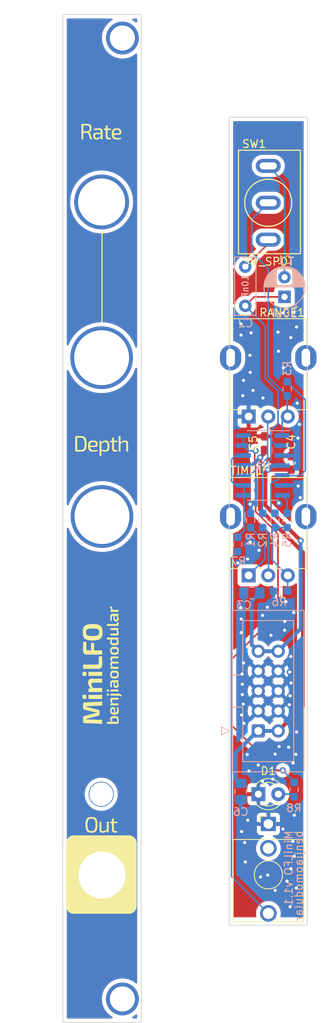
<source format=kicad_pcb>
(kicad_pcb (version 20211014) (generator pcbnew)
  (layers (0 "F.Cu" signal) (31 "B.Cu" signal) (34 "B.Paste" user) (35 "F.Paste" user) (36 "B.SilkS" user "B.Silkscreen") (37 "F.SilkS" user "F.Silkscreen") (38 "B.Mask" user) (39 "F.Mask" user) (44 "Edge.Cuts" user))
  (net 0 "")
  (net 1 "TRI")
  (net 2 "+12V")
  (net 3 "-12V")
  (net 4 "GND")
  (net 5 "Net-(D1-Pad2)")
  (net 6 "Net-(R7-Pad1)")
  (net 8 "Net-(C1-Pad1)")
  (net 9 "Net-(C1-Pad2)")
  (net 10 "Net-(C2-Pad2)")
  (net 11 "Net-(R1-Pad1)")
  (net 12 "Net-(R2-Pad1)")
  (net 13 "Net-(R3-Pad2)")
  (net 14 "Net-(R4-Pad2)")
  (net 15 "Net-(R5-Pad1)")
  (net 16 "Net-(R7-Pad2)")
  (net 17 "Net-(R8-Pad2)")
  (net 18 "Net-(RANGE1-Pad2)")
  (footprint "benjiaomodular:Panel_2HP" (layer "F.Cu") (at 139.1 47)
    (fp_text reference "REF**")
    (fp_text value "Panel_2HP")
  )
  (footprint "benjiaomodular:Potentiometer_RV09" (layer "F.Cu") (at 162.7 118.5 90)
    (fp_text reference "TIME1")
    (fp_text value "B100k")
  )
  (footprint "benjiaomodular:Potentiometer_RV09" (layer "F.Cu") (at 162.7 98.25 90)
    (fp_text reference "RANGE1")
    (fp_text value "B100k")
  )
  (footprint "benjiaomodular:PanelHole_ToggleSwitch_MTS-101" (layer "F.Cu") (at 143.95 70.9)
    (fp_text reference "REF**")
    (fp_text value "PanelHole_ToggleSwitch_MTS-101")
  )
  (footprint "benjiaomodular:AudioJack_3.5mm" (layer "F.Cu") (at 165.22 150.19)
    (fp_text reference "TRI_OUT1" hide)
    (fp_text value "AudioJack2_SwitchT" hide)
  )
  (footprint "benjiaomodular:PanelHole_AudioJack_3.5mm" (layer "F.Cu") (at 144 150.2)
    (fp_text reference "REF**")
    (fp_text value "PanelHole_AudioJack_3.5mm")
  )
  (footprint "benjiaomodular:PanelHole_Potentiometer_RV09" (layer "F.Cu") (at 141.5 118.5 90)
    (fp_text reference "REF**" hide)
    (fp_text value "PanelHole_Potentiometer_RV09" hide)
  )
  (footprint "benjiaomodular:PanelHole_Potentiometer_RV09" (layer "F.Cu") (at 141.45 98.25 90)
    (fp_text reference "REF**" hide)
    (fp_text value "PanelHole_Potentiometer_RV09" hide)
  )
  (footprint "benjiaomodular:ToggleSwitch_MTS-102_SPDT" (layer "F.Cu") (at 165.2 71)
    (fp_text reference "SW1")
    (fp_text value "SW_SPDT")
  )
  (footprint "Capacitor_SMD:C_0603_1608Metric_Pad1.08x0.95mm_HandSolder" (layer "F.Cu") (at 164.72 101.64 90)
    (fp_text reference "C5")
    (fp_text value "100nF")
  )
  (footprint "Capacitor_SMD:C_0603_1608Metric_Pad1.08x0.95mm_HandSolder" (layer "F.Cu") (at 168.13 104.16 -90)
    (fp_text reference "C4")
    (fp_text value "100nF")
  )
  (footprint "LED_THT:LED_D3.0mm" (layer "F.Cu") (at 163.943 146.39)
    (fp_text reference "D1")
    (fp_text value "LED_Dual_Bidirectional")
  )
  (footprint "Capacitor_SMD:C_0805_2012Metric_Pad1.18x1.45mm_HandSolder" (layer "B.Cu") (at 163.1 120.75 180)
    (fp_text reference "C3")
    (fp_text value "22uF")
  )
  (footprint "benjiaomodular:Capacitor_Radial_D5.0mm_P2.5mm" (layer "B.Cu") (at 167.273 82.993113 90)
    (fp_text reference "C1")
    (fp_text value "10uF")
  )
  (footprint "Resistor_SMD:R_0603_1608Metric_Pad0.98x0.95mm_HandSolder" (layer "B.Cu") (at 166.05 111.5 -90)
    (fp_text reference "R4")
    (fp_text value "100k")
  )
  (footprint "Resistor_SMD:R_0603_1608Metric_Pad0.98x0.95mm_HandSolder" (layer "B.Cu") (at 164.5 111.5 90)
    (fp_text reference "R2")
    (fp_text value "100k")
  )
  (footprint "Resistor_SMD:R_0603_1608Metric_Pad0.98x0.95mm_HandSolder" (layer "B.Cu") (at 167.625 94.725 90)
    (fp_text reference "R3")
    (fp_text value "100k")
  )
  (footprint "Package_SO:SOIC-14_3.9x8.7mm_P1.27mm" (layer "B.Cu") (at 164.49 104.49 180)
    (fp_text reference "U1")
    (fp_text value "TL074")
  )
  (footprint "Resistor_SMD:R_0603_1608Metric_Pad0.98x0.95mm_HandSolder" (layer "B.Cu") (at 166.75 120.5)
    (fp_text reference "R6")
    (fp_text value "10k")
  )
  (footprint "Capacitor_SMD:C_0805_2012Metric_Pad1.18x1.45mm_HandSolder" (layer "B.Cu") (at 161.7 146.05 90)
    (fp_text reference "C6")
    (fp_text value "22uF")
  )
  (footprint "Resistor_SMD:R_0603_1608Metric_Pad0.98x0.95mm_HandSolder" (layer "B.Cu") (at 167.6 111.5 -90)
    (fp_text reference "R5")
    (fp_text value "4.7k")
  )
  (footprint "Resistor_SMD:R_0603_1608Metric_Pad0.98x0.95mm_HandSolder" (layer "B.Cu") (at 168.5 145.8 90)
    (fp_text reference "R8")
    (fp_text value "1k")
  )
  (footprint "benjiaomodular:Capacitor_Rect_L7.2mm_W2.5mm_P5.00mm" (layer "B.Cu") (at 162.27 84.14 90)
    (fp_text reference "C2")
    (fp_text value "10nF")
  )
  (footprint "Resistor_SMD:R_0603_1608Metric_Pad0.98x0.95mm_HandSolder" (layer "B.Cu") (at 162.95 111.5 90)
    (fp_text reference "R1")
    (fp_text value "470")
  )
  (footprint "Resistor_SMD:R_0603_1608Metric_Pad0.98x0.95mm_HandSolder" (layer "B.Cu") (at 161.3 114.55 90)
    (fp_text reference "R7")
    (fp_text value "1k")
  )
  (footprint "Connector_IDC:IDC-Header_2x05_P2.54mm_Vertical" (layer "B.Cu") (at 163.93 138.33)
    (fp_text reference "J1" hide)
    (fp_text value "IDC_2x05")
  )
  (gr_poly (pts (xy 145.510951 149.900959) (xy 145.94865 149.900959) (xy 145.94865 150.090092) (xy 145.510951 150.090092) (xy 145.510951 150.897282) (xy 145.511117 150.909411) (xy 145.511615 150.921097) (xy 145.512445 150.932342) (xy 145.513606 150.943145) (xy 145.515099 150.953506) (xy 145.516923 150.963426) (xy 145.519077 150.972905) (xy 145.521563 150.981942) (xy 145.524379 150.990537) (xy 145.527525 150.998692) (xy 145.531001 151.006405) (xy 145.534807 151.013677) (xy 145.538943 151.020508) (xy 145.543408 151.026899) (xy 145.548202 151.032848) (xy 145.553325 151.038357) (xy 145.558841 151.04348) (xy 145.564815 151.048274) (xy 145.571248 151.052739) (xy 145.57814 151.056874) (xy 145.585493 151.06068) (xy 145.593307 151.064156) (xy 145.601582 151.067302) (xy 145.61032 151.070118) (xy 145.619522 151.072604) (xy 145.629189 151.074759) (xy 145.63932 151.076583) (xy 145.649918 151.078075) (xy 145.660983 151.079237) (xy 145.672515 151.080067) (xy 145.684516 151.080565) (xy 145.696986 151.080731) (xy 145.906275 151.080731) (xy 145.93418 151.26418) (xy 145.922663 151.266958) (xy 145.910709 151.269641) (xy 145.89832 151.272229) (xy 145.885492 151.274725) (xy 145.872227 151.277131) (xy 145.858523 151.279447) (xy 145.844379 151.281675) (xy 145.829794 151.283818) (xy 145.800318 151.287536) (xy 145.771194 151.29068) (xy 145.742432 151.293235) (xy 145.714039 151.295185) (xy 145.700285 151.296577) (xy 145.687224 151.29776) (xy 145.674861 151.298741) (xy 145.663197 151.299527) (xy 145.652237 151.300125) (xy 145.641982 151.300543) (xy 145.632438 151.300789) (xy 145.623605 151.300869) (xy 145.602405 151.300499) (xy 145.581842 151.299386) (xy 145.561919 151.297531) (xy 145.542634 151.294932) (xy 145.523988 151.291587) (xy 145.505981 151.287496) (xy 145.488613 151.282657) (xy 145.471885 151.277069) (xy 145.455796 151.270732) (xy 145.440346 151.263643) (xy 145.425537 151.255802) (xy 145.411367 151.247208) (xy 145.397837 151.237859) (xy 145.384947 151.227754) (xy 145.372698 151.216893) (xy 145.361089 151.205273) (xy 145.350158 151.192938) (xy 145.339941 151.179933) (xy 145.330436 151.166261) (xy 145.321643 151.151922) (xy 145.313559 151.136917) (xy 145.306184 151.121249) (xy 145.299516 151.104917) (xy 145.293556 151.087923) (xy 145.2883 151.070269) (xy 145.283749 151.051955) (xy 145.279902 151.032983) (xy 145.276756 151.013353) (xy 145.274311 150.993068) (xy 145.272567 150.972128) (xy 145.271521 150.950534) (xy 145.271172 150.928288) (xy 145.271172 150.090092) (xy 145.022608 150.090092) (xy 145.022608 149.914913) (xy 145.271172 149.901989) (xy 145.271172 149.494778) (xy 145.510951 149.494778)) (layer "F.SilkS") (width 0) (fill solid))
  (gr_poly (pts (xy 142.094933 60.938727) (xy 142.121459 60.939737) (xy 142.147305 60.941149) (xy 142.172471 60.942962) (xy 142.196955 60.945176) (xy 142.220757 60.947788) (xy 142.243876 60.950798) (xy 142.266312 60.954205) (xy 142.288064 60.958008) (xy 142.309131 60.962205) (xy 142.329512 60.966797) (xy 142.349206 60.971781) (xy 142.368214 60.977156) (xy 142.386533 60.982922) (xy 142.404164 60.989078) (xy 142.421154 60.995358) (xy 142.437551 61.002204) (xy 142.453355 61.009617) (xy 142.468565 61.017599) (xy 142.483182 61.026149) (xy 142.497205 61.03527) (xy 142.510633 61.044961) (xy 142.523466 61.055225) (xy 142.535704 61.066062) (xy 142.547346 61.077474) (xy 142.558392 61.089461) (xy 142.568841 61.102024) (xy 142.578694 61.115164) (xy 142.58795 61.128883) (xy 142.596608 61.143181) (xy 142.604668 61.158059) (xy 142.612525 61.173616) (xy 142.619868 61.189946) (xy 142.626699 61.207049) (xy 142.633017 61.224925) (xy 142.638825 61.243575) (xy 142.644124 61.262996) (xy 142.648913 61.28319) (xy 142.653194 61.304156) (xy 142.656968 61.325893) (xy 142.660235 61.348402) (xy 142.662998 61.371682) (xy 142.665256 61.395734) (xy 142.667011 61.420555) (xy 142.668263 61.446147) (xy 142.669264 61.499641) (xy 142.66869 61.53835) (xy 142.66697 61.575458) (xy 142.664104 61.61097) (xy 142.662241 61.628129) (xy 142.660091 61.64489) (xy 142.657654 61.661255) (xy 142.654931 61.677223) (xy 142.651921 61.692795) (xy 142.648625 61.707973) (xy 142.645042 61.722755) (xy 142.641172 61.737144) (xy 142.637016 61.751139) (xy 142.632573 61.764741) (xy 142.627821 61.777619) (xy 142.622738 61.790147) (xy 142.617323 61.802323) (xy 142.611576 61.81415) (xy 142.605498 61.825624) (xy 142.59909 61.836747) (xy 142.59235 61.847518) (xy 142.585279 61.857937) (xy 142.577878 61.868003) (xy 142.570146 61.877716) (xy 142.562083 61.887075) (xy 142.55369 61.89608) (xy 142.544967 61.904731) (xy 142.535914 61.913027) (xy 142.526531 61.920969) (xy 142.516818 61.928555) (xy 142.507088 61.935456) (xy 142.496945 61.942048) (xy 142.48639 61.948332) (xy 142.475422 61.954307) (xy 142.464038 61.959973) (xy 142.452238 61.965331) (xy 142.440022 61.97038) (xy 142.427388 61.975121) (xy 142.414335 61.979553) (xy 142.400861 61.983676) (xy 142.386967 61.987491) (xy 142.372651 61.990997) (xy 142.357912 61.994194) (xy 142.342749 61.997083) (xy 142.32716 61.999664) (xy 142.311146 62.001935) (xy 142.311146 62.015889) (xy 142.317131 62.0174) (xy 142.323092 62.019111) (xy 142.329028 62.021023) (xy 142.334941 62.023133) (xy 142.34083 62.025444) (xy 142.346696 62.027953) (xy 142.35254 62.030661) (xy 142.358361 62.033568) (xy 142.36416 62.036673) (xy 142.369937 62.039977) (xy 142.375693 62.043479) (xy 142.381428 62.047178) (xy 142.387142 62.051074) (xy 142.392836 62.055168) (xy 142.39851 62.059459) (xy 142.404164 62.063947) (xy 142.410126 62.068285) (xy 142.416019 62.072829) (xy 142.421843 62.077578) (xy 142.427599 62.082532) (xy 142.433287 62.087689) (xy 142.438907 62.093048) (xy 142.44446 62.098608) (xy 142.449947 62.104367) (xy 142.455368 62.110325) (xy 142.460722 62.116479) (xy 142.466012 62.12283) (xy 142.471237 62.129376) (xy 142.476397 62.136115) (xy 142.481494 62.143046) (xy 142.486527 62.150169) (xy 142.491497 62.157482) (xy 142.49636 62.164632) (xy 142.501073 62.171975) (xy 142.505634 62.179511) (xy 142.510043 62.187241) (xy 142.514299 62.195166) (xy 142.518403 62.203286) (xy 142.522353 62.211603) (xy 142.52615 62.220118) (xy 142.529792 62.228831) (xy 142.533279 62.237743) (xy 142.536611 62.246856) (xy 142.539787 62.25617) (xy 142.542807 62.265687) (xy 142.54567 62.275406) (xy 142.548376 62.28533) (xy 142.550925 62.295458) (xy 142.74006 62.910924) (xy 142.47496 62.910924) (xy 142.302361 62.301142) (xy 142.297677 62.287639) (xy 142.292795 62.274648) (xy 142.287717 62.262167) (xy 142.282441 62.250196) (xy 142.276968 62.238734) (xy 142.271296 62.227781) (xy 142.265427 62.217337) (xy 142.25936 62.2074) (xy 142.253094 62.19797) (xy 142.24663 62.189047) (xy 142.239967 62.180629) (xy 142.233104 62.172718) (xy 142.226043 62.165311) (xy 142.218781 62.158408) (xy 142.21132 62.152009) (xy 142.203659 62.146113) (xy 142.195756 62.140302) (xy 142.18757 62.134864) (xy 142.1791 62.1298) (xy 142.170346 62.125109) (xy 142.161306 62.120792) (xy 142.151982 62.11685) (xy 142.142371 62.113281) (xy 142.132474 62.110088) (xy 142.122291 62.107269) (xy 142.111821 62.104825) (xy 142.101063 62.102757) (xy 142.090017 62.101064) (xy 142.078683 62.099747) (xy 142.06706 62.098806) (xy 142.055148 62.098242) (xy 142.042946 62.098053) (xy 141.743739 62.098053) (xy 141.674918 62.096245) (xy 141.614031 62.094436) (xy 141.614031 62.910924) (xy 141.368568 62.910924) (xy 141.368568 61.883597) (xy 141.614031 61.883597) (xy 142.034677 61.883597) (xy 142.06967 61.882445) (xy 142.10269 61.880393) (xy 142.118463 61.879031) (xy 142.133748 61.877446) (xy 142.148544 61.875639) (xy 142.162854 61.873611) (xy 142.176679 61.871361) (xy 142.19002 61.868892) (xy 142.202879 61.866203) (xy 142.215257 61.863295) (xy 142.227155 61.860169) (xy 142.238575 61.856826) (xy 142.249519 61.853266) (xy 142.259987 61.84949) (xy 142.270383 61.845423) (xy 142.280407 61.84098) (xy 142.290058 61.836163) (xy 142.299335 61.83097) (xy 142.308238 61.825403) (xy 142.316766 61.819461) (xy 142.324921 61.813143) (xy 142.332701 61.806451) (xy 142.340106 61.799384) (xy 142.347136 61.791942) (xy 142.353791 61.784125) (xy 142.36007 61.775934) (xy 142.365973 61.767367) (xy 142.371501 61.758426) (xy 142.376652 61.74911) (xy 142.381426 61.739419) (xy 142.385869 61.728945) (xy 142.390025 61.717985) (xy 142.393895 61.706538) (xy 142.397478 61.694607) (xy 142.400774 61.682189) (xy 142.403784 61.669287) (xy 142.406507 61.655899) (xy 142.408943 61.642025) (xy 142.411093 61.627667) (xy 142.412957 61.612824) (xy 142.415823 61.581685) (xy 142.417543 61.548607) (xy 142.418116 61.513593) (xy 142.417973 61.495872) (xy 142.417543 61.47869) (xy 142.416826 61.462047) (xy 142.415823 61.44594) (xy 142.414533 61.430368) (xy 142.412957 61.415329) (xy 142.411093 61.400823) (xy 142.408943 61.386848) (xy 142.406507 61.373401) (xy 142.403784 61.360483) (xy 142.400774 61.34809) (xy 142.397478 61.336223) (xy 142.393895 61.324878) (xy 142.390025 61.314055) (xy 142.385869 61.303752) (xy 142.381426 61.293969) (xy 142.376651 61.284278) (xy 142.3715 61.274963) (xy 142.365973 61.266022) (xy 142.36007 61.257456) (xy 142.353791 61.249265) (xy 142.347136 61.241449) (xy 142.340106 61.234007) (xy 142.332701 61.22694) (xy 142.324921 61.220248) (xy 142.316766 61.21393) (xy 142.308237 61.207988) (xy 142.299334 61.20242) (xy 142.290057 61.197227) (xy 142.280407 61.192409) (xy 142.270383 61.187966) (xy 142.259987 61.183897) (xy 142.249519 61.180133) (xy 142.238575 61.176602) (xy 142.227155 61.173304) (xy 142.215257 61.170242) (xy 142.19002 61.16483) (xy 142.162854 61.160376) (xy 142.133748 61.156893) (xy 142.10269 61.154391) (xy 142.06967 61.152881) (xy 142.034677 61.152376) (xy 141.81865 61.153226) (xy 141.633668 61.155476) (xy 141.614031 61.155476) (xy 141.614031 61.883597) (xy 141.368568 61.883597) (xy 141.368568 60.963239) (xy 141.421247 60.958009) (xy 141.47209 60.953559) (xy 141.521168 60.949815) (xy 141.568556 60.946703) (xy 141.616244 60.94424) (xy 141.666125 60.942461) (xy 141.718123 60.941382) (xy 141.772161 60.941018) (xy 141.831184 60.939746) (xy 141.89542 60.938768) (xy 141.964946 60.93814) (xy 142.039845 60.937918)) (layer "F.SilkS") (width 0) (fill solid))
  (gr_poly (pts (xy 145.28151 122.470585) (xy 145.28151 122.544484) (xy 145.281935 122.565163) (xy 145.283212 122.585924) (xy 145.285342 122.606762) (xy 145.28833 122.627671) (xy 145.292177 122.648645) (xy 145.296885 122.669681) (xy 145.302459 122.690771) (xy 145.308899 122.711911) (xy 145.315342 122.731027) (xy 145.322657 122.751465) (xy 145.33077 122.773119) (xy 145.339608 122.795882) (xy 145.359162 122.844307) (xy 145.380729 122.895886) (xy 146.10885 122.895886) (xy 146.10885 123.152195) (xy 145.069637 123.152195) (xy 145.069637 122.953244) (xy 145.230868 122.926373) (xy 145.210192 122.900472) (xy 145.190577 122.87447) (xy 145.172056 122.848362) (xy 145.154663 122.822142) (xy 145.138429 122.795806) (xy 145.12339 122.769348) (xy 145.116329 122.756071) (xy 145.109578 122.742763) (xy 145.103142 122.729421) (xy 145.097026 122.716046) (xy 145.090622 122.701792) (xy 145.084636 122.687604) (xy 145.079066 122.673482) (xy 145.073912 122.659426) (xy 145.069173 122.645436) (xy 145.06485 122.631512) (xy 145.060941 122.617654) (xy 145.057446 122.603862) (xy 145.054364 122.590136) (xy 145.051695 122.576476) (xy 145.049438 122.562883) (xy 145.047592 122.549355) (xy 145.046158 122.535894) (xy 145.045134 122.522499) (xy 145.04452 122.50917) (xy 145.044316 122.495907) (xy 145.044316 122.445263)) (layer "F.SilkS") (width 0) (fill solid))
  (gr_poly (pts (xy 146.108851 132.069485) (xy 145.937802 132.096867) (xy 145.93921 132.098091) (xy 145.940504 132.099184) (xy 145.942909 132.10117) (xy 145.944103 132.102156) (xy 145.945344 132.103201) (xy 145.946676 132.104352) (xy 145.948137 132.105656) (xy 145.958716 132.115998) (xy 145.969301 132.126916) (xy 145.979892 132.138416) (xy 145.990487 132.150505) (xy 146.001085 132.163189) (xy 146.011685 132.176475) (xy 146.022286 132.190368) (xy 146.032887 132.204876) (xy 146.043226 132.21946) (xy 146.053096 132.234638) (xy 146.062501 132.250409) (xy 146.071443 132.266775) (xy 146.079926 132.283736) (xy 146.087953 132.301293) (xy 146.095526 132.319448) (xy 146.10265 132.3382) (xy 146.105979 132.347529) (xy 146.10909 132.356996) (xy 146.111985 132.366599) (xy 146.114664 132.376339) (xy 146.117126 132.386215) (xy 146.119372 132.396225) (xy 146.121403 132.406369) (xy 146.123219 132.416646) (xy 146.126206 132.437598) (xy 146.128337 132.459072) (xy 146.129613 132.481064) (xy 146.130038 132.503567) (xy 146.129916 132.515129) (xy 146.12955 132.526537) (xy 146.12894 132.537791) (xy 146.128084 132.548892) (xy 146.126983 132.559841) (xy 146.125636 132.570638) (xy 146.124042 132.581285) (xy 146.122202 132.591782) (xy 146.120113 132.60213) (xy 146.117776 132.612331) (xy 146.115191 132.622384) (xy 146.112356 132.632292) (xy 146.109272 132.642053) (xy 146.105938 132.651671) (xy 146.102352 132.661145) (xy 146.098516 132.670475) (xy 146.094165 132.679615) (xy 146.089589 132.688515) (xy 146.084785 132.697174) (xy 146.079754 132.70559) (xy 146.074495 132.713762) (xy 146.069007 132.72169) (xy 146.063288 132.729372) (xy 146.05734 132.736807) (xy 146.05116 132.743994) (xy 146.044748 132.750932) (xy 146.038103 132.75762) (xy 146.031225 132.764057) (xy 146.024113 132.77024) (xy 146.016766 132.776171) (xy 146.009183 132.781846) (xy 146.001364 132.787266) (xy 145.993044 132.792393) (xy 145.984485 132.797189) (xy 145.975688 132.801656) (xy 145.966653 132.805793) (xy 145.957383 132.809599) (xy 145.947878 132.813075) (xy 145.938138 132.816221) (xy 145.928166 132.819036) (xy 145.917962 132.82152) (xy 145.907528 132.823674) (xy 145.896863 132.825496) (xy 145.88597 132.826988) (xy 145.87485 132.828148) (xy 145.863503 132.828977) (xy 145.85193 132.829474) (xy 145.840133 132.82964) (xy 145.730063 132.82964) (xy 145.714936 132.829324) (xy 145.700246 132.828375) (xy 145.685992 132.826795) (xy 145.672173 132.824584) (xy 145.658787 132.821743) (xy 145.645834 132.818271) (xy 145.633313 132.814171) (xy 145.621223 132.809441) (xy 145.609562 132.804083) (xy 145.598331 132.798097) (xy 145.587527 132.791484) (xy 145.57715 132.784244) (xy 145.567199 132.776378) (xy 145.557674 132.767886) (xy 145.548572 132.758769) (xy 145.539893 132.749028) (xy 145.531424 132.738477) (xy 145.523494 132.727466) (xy 145.516103 132.715994) (xy 145.509253 132.704061) (xy 145.502944 132.691665) (xy 145.497178 132.678808) (xy 145.491955 132.665488) (xy 145.487278 132.651705) (xy 145.483147 132.63746) (xy 145.479563 132.622751) (xy 145.476527 132.607579) (xy 145.474041 132.591942) (xy 145.472106 132.575842) (xy 145.470722 132.559277) (xy 145.469891 132.542248) (xy 145.469613 132.524754) (xy 145.469613 132.454991) (xy 145.62826 132.454991) (xy 145.628629 132.462787) (xy 145.629236 132.470301) (xy 145.63008 132.477533) (xy 145.631161 132.484482) (xy 145.632478 132.491149) (xy 145.63403 132.497534) (xy 145.635817 132.503638) (xy 145.637838 132.509461) (xy 145.640093 132.515002) (xy 145.642581 132.520263) (xy 145.645301 132.525243) (xy 145.648253 132.529942) (xy 145.651436 132.534362) (xy 145.65485 132.538501) (xy 145.658493 132.542361) (xy 145.662367 132.545941) (xy 145.666421 132.549271) (xy 145.670658 132.552384) (xy 145.675078 132.555279) (xy 145.679682 132.557958) (xy 145.684468 132.56042) (xy 145.689437 132.562667) (xy 145.69459 132.564698) (xy 145.699925 132.566513) (xy 145.705443 132.568114) (xy 145.711143 132.5695) (xy 145.717027 132.570672) (xy 145.723093 132.57163) (xy 145.729342 132.572374) (xy 145.735773 132.572906) (xy 145.742387 132.573224) (xy 145.749183 132.57333) (xy 145.806543 132.57333) (xy 145.814363 132.573195) (xy 145.821945 132.57279) (xy 145.829292 132.572117) (xy 145.836405 132.571175) (xy 145.843283 132.569966) (xy 145.849928 132.56849) (xy 145.856339 132.566748) (xy 145.862519 132.564741) (xy 145.868468 132.562469) (xy 145.874186 132.559933) (xy 145.879675 132.557134) (xy 145.884934 132.554073) (xy 145.889965 132.55075) (xy 145.894768 132.547167) (xy 145.899345 132.543323) (xy 145.903695 132.539219) (xy 145.907538 132.534842) (xy 145.911139 132.530176) (xy 145.9145 132.525219) (xy 145.917617 132.51997) (xy 145.920491 132.514429) (xy 145.92312 132.508594) (xy 145.925503 132.502463) (xy 145.92764 132.496036) (xy 145.929529 132.489311) (xy 145.93117 132.482288) (xy 145.93256 132.474964) (xy 145.933701 132.467339) (xy 145.934589 132.459412) (xy 145.935225 132.451181) (xy 145.935607 132.442646) (xy 145.935735 132.433804) (xy 145.935638 132.426608) (xy 145.93535 132.41931) (xy 145.934872 132.411911) (xy 145.934205 132.404412) (xy 145.932309 132.389112) (xy 145.929674 132.373412) (xy 145.926311 132.357317) (xy 145.922231 132.340827) (xy 145.917445 132.323945) (xy 145.911964 132.306675) (xy 145.905809 132.289252) (xy 145.898995 132.271903) (xy 145.891522 132.254626) (xy 145.88339 132.237417) (xy 145.874599 132.220274) (xy 145.865148 132.203195) (xy 145.855037 132.186176) (xy 145.844267 132.169216) (xy 145.842248 132.166165) (xy 145.840139 132.163195) (xy 145.837952 132.160295) (xy 145.835695 132.157456) (xy 145.833381 132.15467) (xy 145.831018 132.151926) (xy 145.826192 132.14653) (xy 145.816425 132.135836) (xy 145.811651 132.130389) (xy 145.809327 132.127608) (xy 145.80706 132.124775) (xy 145.62826 132.124775) (xy 145.62826 132.454991) (xy 145.469613 132.454991) (xy 145.469613 132.124775) (xy 145.401917 132.124775) (xy 145.391788 132.12492) (xy 145.382026 132.125354) (xy 145.372631 132.12608) (xy 145.363601 132.127097) (xy 145.354937 132.128408) (xy 145.346637 132.130014) (xy 145.338702 132.131914) (xy 145.33113 132.134112) (xy 145.323921 132.136607) (xy 145.317075 132.139401) (xy 145.310591 132.142495) (xy 145.304468 132.14589) (xy 145.298705 132.149587) (xy 145.293303 132.153587) (xy 145.288261 132.157892) (xy 145.283578 132.162503) (xy 145.278963 132.16754) (xy 145.274642 132.173127) (xy 145.270617 132.179263) (xy 145.266887 132.185947) (xy 145.263454 132.193179) (xy 145.260316 132.200959) (xy 145.257476 132.209286) (xy 145.254933 132.218159) (xy 145.252687 132.227578) (xy 145.25074 132.237542) (xy 145.249091 132.24805) (xy 145.247741 132.259103) (xy 145.24669 132.270699) (xy 145.245939 132.282838) (xy 145.245488 132.29552) (xy 145.245338 132.308743) (xy 145.245744 132.351589) (xy 145.246938 132.399703) (xy 145.248882 132.453109) (xy 145.251539 132.51183) (xy 145.254788 132.572285) (xy 145.258582 132.633001) (xy 145.262988 132.693981) (xy 145.268075 132.75523) (xy 145.092892 132.778485) (xy 145.085686 132.740301) (xy 145.078923 132.69979) (xy 145.072685 132.656898) (xy 145.069788 132.634541) (xy 145.067054 132.611569) (xy 145.062079 132.564834) (xy 145.057711 132.51779) (xy 145.053879 132.47048) (xy 145.050518 132.422947) (xy 145.047861 132.376495) (xy 145.045917 132.332403) (xy 145.044723 132.290692) (xy 145.044316 132.251385) (xy 145.044451 132.235934) (xy 145.044855 132.220803) (xy 145.045527 132.205991) (xy 145.046467 132.191497) (xy 145.047675 132.17732) (xy 145.049149 132.16346) (xy 145.050889 132.149916) (xy 145.052895 132.136687) (xy 145.055165 132.123772) (xy 145.0577 132.11117) (xy 145.060498 132.098881) (xy 145.063559 132.086903) (xy 145.066883 132.075237) (xy 145.070469 132.063881) (xy 145.074315 132.052834) (xy 145.078423 132.042096) (xy 145.082568 132.031413) (xy 145.087077 132.021061) (xy 145.091951 132.011039) (xy 145.09719 132.001347) (xy 145.102793 131.991985) (xy 145.108761 131.982954) (xy 145.115093 131.974254) (xy 145.121791 131.965884) (xy 145.128852 131.957844) (xy 145.136279 131.950136) (xy 145.14407 131.942758) (xy 145.152225 131.935711) (xy 145.160745 131.928994) (xy 145.16963 131.922609) (xy 145.178879 131.916555) (xy 145.188493 131.910832) (xy 145.198508 131.905449) (xy 145.208977 131.900414) (xy 145.219903 131.895727) (xy 145.231286 131.891387) (xy 145.243127 131.887394) (xy 145.255428 131.883748) (xy 145.26819 131.88045) (xy 145.281414 131.877499) (xy 145.295101 131.874895) (xy 145.309253 131.872639) (xy 145.32387 131.87073) (xy 145.338954 131.869167) (xy 145.354507 131.867953) (xy 145.370528 131.867085) (xy 145.38702 131.866564) (xy 145.403984 131.866391) (xy 146.108851 131.866391)) (layer "F.SilkS") (width 0) (fill solid))
  (gr_poly (pts (xy 146.108851 129.087239) (xy 145.408118 129.087239) (xy 145.398505 129.087606) (xy 145.389239 129.088183) (xy 145.380321 129.088972) (xy 145.371751 129.089973) (xy 145.363529 129.091187) (xy 145.355653 129.092614) (xy 145.348125 129.094255) (xy 145.340945 129.096111) (xy 145.334111 129.098181) (xy 145.327624 129.100468) (xy 145.321484 129.102971) (xy 145.31569 129.105691) (xy 145.310243 129.108629) (xy 145.305143 129.111785) (xy 145.300389 129.115161) (xy 145.295981 129.118756) (xy 145.291625 129.122636) (xy 145.287558 129.126866) (xy 145.283778 129.131447) (xy 145.280284 129.136376) (xy 145.277076 129.141655) (xy 145.274152 129.147282) (xy 145.271511 129.153258) (xy 145.269152 129.159581) (xy 145.267075 129.166251) (xy 145.265278 129.173268) (xy 145.26376 129.180631) (xy 145.26252 129.188341) (xy 145.261558 129.196396) (xy 145.260871 129.204796) (xy 145.26046 129.213541) (xy 145.260324 129.22263) (xy 145.260541 129.233711) (xy 145.261197 129.244727) (xy 145.2623 129.25568) (xy 145.263022 129.261131) (xy 145.263858 129.266567) (xy 145.26481 129.271985) (xy 145.265879 129.277387) (xy 145.267065 129.282773) (xy 145.26837 129.288141) (xy 145.269794 129.293493) (xy 145.271339 129.298827) (xy 145.273005 129.304145) (xy 145.274793 129.309445) (xy 145.278235 129.319663) (xy 145.282211 129.330207) (xy 145.286718 129.341077) (xy 145.291755 129.352276) (xy 145.297321 129.363806) (xy 145.303412 129.375667) (xy 145.310029 129.387863) (xy 145.317168 129.400395) (xy 145.323492 129.411053) (xy 145.330421 129.422393) (xy 145.345813 129.446784) (xy 145.362772 129.472914) (xy 145.38073 129.500126) (xy 146.108851 129.500126) (xy 146.108851 129.745594) (xy 145.408118 129.745594) (xy 145.398005 129.745724) (xy 145.38829 129.746112) (xy 145.378972 129.746759) (xy 145.370052 129.747667) (xy 145.361529 129.748837) (xy 145.353403 129.750268) (xy 145.345674 129.751963) (xy 145.338341 129.753921) (xy 145.331404 129.756144) (xy 145.324863 129.758632) (xy 145.318717 129.761386) (xy 145.312967 129.764407) (xy 145.307612 129.767696) (xy 145.302651 129.771254) (xy 145.298085 129.775081) (xy 145.293913 129.779179) (xy 145.289812 129.783548) (xy 145.285982 129.788185) (xy 145.282421 129.793091) (xy 145.279131 129.798264) (xy 145.276109 129.803704) (xy 145.273354 129.80941) (xy 145.270866 129.815382) (xy 145.268644 129.821619) (xy 145.266686 129.828121) (xy 145.264993 129.834886) (xy 145.263562 129.841915) (xy 145.262394 129.849206) (xy 145.261487 129.856759) (xy 145.26084 129.864574) (xy 145.260453 129.87265) (xy 145.260324 129.880986) (xy 145.260509 129.891572) (xy 145.261071 129.902163) (xy 145.262015 129.912759) (xy 145.26335 129.923356) (xy 145.265081 129.933954) (xy 145.267216 129.944551) (xy 145.269762 129.955144) (xy 145.272726 129.965733) (xy 145.276168 129.976444) (xy 145.280144 129.987411) (xy 145.284651 129.998638) (xy 145.289688 130.010127) (xy 145.295254 130.021881) (xy 145.301345 130.033901) (xy 145.307962 130.04619) (xy 145.315101 130.058751) (xy 145.321114 130.068887) (xy 145.327789 130.079819) (xy 145.342756 130.103625) (xy 145.359269 130.129282) (xy 145.376596 130.155903) (xy 146.108851 130.155903) (xy 146.108851 130.41222) (xy 145.069638 130.41222) (xy 145.069638 130.207066) (xy 145.230352 130.186909) (xy 145.208437 130.162262) (xy 145.187792 130.137746) (xy 145.168458 130.113355) (xy 145.159296 130.101206) (xy 145.150477 130.089086) (xy 145.142006 130.076995) (xy 145.133889 130.064933) (xy 145.12613 130.052898) (xy 145.118734 130.040891) (xy 145.111708 130.02891) (xy 145.105055 130.016956) (xy 145.098782 130.005027) (xy 145.092892 129.993122) (xy 145.086996 129.980379) (xy 145.081483 129.967551) (xy 145.076353 129.954636) (xy 145.071605 129.941637) (xy 145.067239 129.928554) (xy 145.063255 129.915386) (xy 145.059652 129.902135) (xy 145.056429 129.8888) (xy 145.053587 129.875383) (xy 145.051126 129.861883) (xy 145.049043 129.848301) (xy 145.047341 129.834638) (xy 145.046017 129.820894) (xy 145.045072 129.807069) (xy 145.044505 129.793164) (xy 145.044316 129.779179) (xy 145.044596 129.762496) (xy 145.045434 129.746314) (xy 145.046832 129.730632) (xy 145.04879 129.715449) (xy 145.051308 129.700764) (xy 145.054388 129.686577) (xy 145.058029 129.672888) (xy 145.062231 129.659695) (xy 145.066997 129.646998) (xy 145.072325 129.634797) (xy 145.078217 129.62309) (xy 145.084673 129.611878) (xy 145.091693 129.601159) (xy 145.099279 129.590933) (xy 145.10743 129.581199) (xy 145.116147 129.571957) (xy 145.121375 129.566952) (xy 145.12682 129.562164) (xy 145.132477 129.557589) (xy 145.138341 129.553221) (xy 145.144404 129.549056) (xy 145.150661 129.545087) (xy 145.157106 129.541311) (xy 145.163734 129.537721) (xy 145.170538 129.534313) (xy 145.177512 129.531082) (xy 145.18465 129.528022) (xy 145.191947 129.525129) (xy 145.199396 129.522397) (xy 145.206992 129.519821) (xy 145.214729 129.517397) (xy 145.2226 129.515118) (xy 145.202152 129.491335) (xy 145.182802 129.467749) (xy 145.164608 129.444366) (xy 145.147623 129.42119) (xy 145.131904 129.398224) (xy 145.124536 129.386821) (xy 145.117505 129.375473) (xy 145.110819 129.364179) (xy 145.104483 129.35294) (xy 145.098505 129.341758) (xy 145.092892 129.330632) (xy 145.086996 129.317888) (xy 145.081483 129.305059) (xy 145.076353 129.292145) (xy 145.071605 129.279145) (xy 145.067239 129.266061) (xy 145.063255 129.252893) (xy 145.059652 129.239641) (xy 145.056429 129.226306) (xy 145.053587 129.212889) (xy 145.051126 129.199389) (xy 145.049043 129.185807) (xy 145.047341 129.172144) (xy 145.046017 129.1584) (xy 145.045072 129.144576) (xy 145.044505 129.130672) (xy 145.044316 129.116688) (xy 145.044604 129.099751) (xy 145.045466 129.083332) (xy 145.046903 129.067429) (xy 145.048916 129.052043) (xy 145.051506 129.037172) (xy 145.054673 129.022815) (xy 145.058417 129.008973) (xy 145.06274 128.995644) (xy 145.067642 128.982827) (xy 145.073123 128.970522) (xy 145.079184 128.958729) (xy 145.085826 128.947445) (xy 145.09305 128.936671) (xy 145.100855 128.926406) (xy 145.109243 128.916648) (xy 145.118214 128.907399) (xy 145.12748 128.898426) (xy 145.13728 128.890025) (xy 145.147612 128.882196) (xy 145.158476 128.874941) (xy 145.169871 128.868261) (xy 145.181796 128.862156) (xy 145.194251 128.856628) (xy 145.207235 128.851677) (xy 145.220748 128.847305) (xy 145.234789 128.843513) (xy 145.249357 128.840302) (xy 145.264452 128.837672) (xy 145.280073 128.835625) (xy 145.29622 128.834161) (xy 145.312891 128.833282) (xy 145.330087 128.832989) (xy 146.108851 128.832989)) (layer "F.SilkS") (width 0) (fill solid))
  (gr_poly (pts (xy 147.470255 151.642597) (xy 147.521175 151.646444) (xy 147.57134 151.65278) (xy 147.62069 151.661544) (xy 147.669161 151.672673) (xy 147.716691 151.686106) (xy 147.76322 151.70178) (xy 147.808683 151.719635) (xy 147.85302 151.739607) (xy 147.896169 151.761635) (xy 147.938066 151.785658) (xy 147.978651 151.811613) (xy 148.017861 151.839439) (xy 148.055635 151.869073) (xy 148.091909 151.900454) (xy 148.126622 151.93352) (xy 148.159713 151.968209) (xy 148.191118 152.004459) (xy 148.220776 152.042208) (xy 148.248625 152.081395) (xy 148.274602 152.121958) (xy 148.298647 152.163834) (xy 148.320695 152.206962) (xy 148.340687 152.25128) (xy 148.358559 152.296726) (xy 148.374249 152.343238) (xy 148.387695 152.390755) (xy 148.398836 152.439215) (xy 148.40761 152.488554) (xy 148.413953 152.538713) (xy 148.417805 152.589629) (xy 148.419102 152.641239) (xy 148.419102 160.64127) (xy 148.417805 160.692881) (xy 148.413953 160.743796) (xy 148.40761 160.793955) (xy 148.398836 160.843295) (xy 148.387695 160.891754) (xy 148.374249 160.939271) (xy 148.358559 160.985783) (xy 148.340687 161.03123) (xy 148.320695 161.075548) (xy 148.298647 161.118676) (xy 148.274602 161.160552) (xy 148.248625 161.201114) (xy 148.220776 161.240301) (xy 148.191118 161.278051) (xy 148.159713 161.314301) (xy 148.126622 161.34899) (xy 148.091909 161.382056) (xy 148.055635 161.413437) (xy 148.017861 161.443071) (xy 147.978651 161.470896) (xy 147.938066 161.496852) (xy 147.896169 161.520874) (xy 147.85302 161.542903) (xy 147.808683 161.562875) (xy 147.76322 161.580729) (xy 147.716691 161.596404) (xy 147.669161 161.609836) (xy 147.62069 161.620966) (xy 147.57134 161.629729) (xy 147.521175 161.636066) (xy 147.470255 161.639913) (xy 147.418643 161.641209) (xy 140.419073 161.641209) (xy 140.367461 161.639913) (xy 140.316541 161.636066) (xy 140.266375 161.629729) (xy 140.217026 161.620966) (xy 140.168555 161.609836) (xy 140.121024 161.596404) (xy 140.074496 161.580729) (xy 140.029032 161.562875) (xy 139.984695 161.542903) (xy 139.941547 161.520874) (xy 139.899649 161.496852) (xy 139.859064 161.470896) (xy 139.819854 161.443071) (xy 139.782081 161.413437) (xy 139.745806 161.382056) (xy 139.711093 161.34899) (xy 139.678003 161.314301) (xy 139.646597 161.278051) (xy 139.616939 161.240301) (xy 139.589091 161.201114) (xy 139.563113 161.160552) (xy 139.539069 161.118676) (xy 139.51702 161.075548) (xy 139.497029 161.03123) (xy 139.479157 160.985783) (xy 139.463466 160.939271) (xy 139.45002 160.891754) (xy 139.438879 160.843295) (xy 139.430106 160.793955) (xy 139.423762 160.743796) (xy 139.419911 160.692881) (xy 139.418613 160.64127) (xy 139.418613 156.641514) (xy 142.418923 156.641514) (xy 142.420893 156.718697) (xy 142.426702 156.794865) (xy 142.436257 156.869926) (xy 142.449464 156.943784) (xy 142.466228 157.016346) (xy 142.486456 157.087517) (xy 142.510053 157.157202) (xy 142.536924 157.225309) (xy 142.566976 157.291742) (xy 142.600115 157.356408) (xy 142.636246 157.419212) (xy 142.675275 157.480059) (xy 142.717109 157.538857) (xy 142.761652 157.59551) (xy 142.808811 157.649924) (xy 142.858491 157.702006) (xy 142.910598 157.75166) (xy 142.965039 157.798793) (xy 143.021718 157.843311) (xy 143.080543 157.885119) (xy 143.141418 157.924123) (xy 143.204249 157.960228) (xy 143.268942 157.993342) (xy 143.335404 158.023369) (xy 143.403539 158.050215) (xy 143.473254 158.073786) (xy 143.544455 158.093988) (xy 143.617047 158.110727) (xy 143.690936 158.123908) (xy 143.766028 158.133437) (xy 143.842228 158.13922) (xy 143.919444 158.141163) (xy 143.996607 158.139176) (xy 144.072757 158.133352) (xy 144.147798 158.123784) (xy 144.221637 158.110566) (xy 144.29418 158.093794) (xy 144.365332 158.073561) (xy 144.434999 158.049961) (xy 144.503086 158.023089) (xy 144.569501 157.993039) (xy 144.634149 157.959905) (xy 144.696935 157.923781) (xy 144.757766 157.884762) (xy 144.816547 157.842942) (xy 144.873184 157.798416) (xy 144.927584 157.751276) (xy 144.979651 157.701619) (xy 145.029292 157.649537) (xy 145.076412 157.595125) (xy 145.120919 157.538478) (xy 145.162716 157.479689) (xy 145.201711 157.418854) (xy 145.237808 157.356065) (xy 145.270915 157.291418) (xy 145.300936 157.225006) (xy 145.327778 157.156925) (xy 145.351347 157.087267) (xy 145.371548 157.016128) (xy 145.388287 156.943602) (xy 145.40147 156.869782) (xy 145.411003 156.794763) (xy 145.416792 156.71864) (xy 145.418743 156.641507) (xy 145.4168 156.564323) (xy 145.411016 156.488153) (xy 145.401487 156.413089) (xy 145.388306 156.339226) (xy 145.371567 156.266659) (xy 145.351365 156.195481) (xy 145.327793 156.125787) (xy 145.300947 156.057672) (xy 145.27092 155.991228) (xy 145.237806 155.926551) (xy 145.2017 155.863735) (xy 145.162696 155.802874) (xy 145.120888 155.744063) (xy 145.07637 155.687395) (xy 145.029237 155.632964) (xy 144.979583 155.580866) (xy 144.927501 155.531194) (xy 144.873086 155.484043) (xy 144.816433 155.439506) (xy 144.757635 155.397678) (xy 144.696787 155.358654) (xy 144.633983 155.322527) (xy 144.569317 155.289392) (xy 144.502884 155.259343) (xy 144.434777 155.232474) (xy 144.365091 155.208879) (xy 144.293919 155.188654) (xy 144.221357 155.171891) (xy 144.147499 155.158685) (xy 144.072438 155.149131) (xy 143.996268 155.143322) (xy 143.919085 155.141354) (xy 143.906439 155.141302) (xy 143.893978 155.141353) (xy 143.817885 155.144515) (xy 143.742667 155.151424) (xy 143.668579 155.16198) (xy 143.595712 155.176093) (xy 143.524158 155.193669) (xy 143.454006 155.214618) (xy 143.385347 155.238846) (xy 143.318271 155.266263) (xy 143.252869 155.296776) (xy 143.189233 155.330292) (xy 143.127451 155.366721) (xy 143.067615 155.40597) (xy 143.009815 155.447947) (xy 142.954142 155.49256) (xy 142.900686 155.539717) (xy 142.849538 155.589326) (xy 142.800789 155.641296) (xy 142.754528 155.695534) (xy 142.710847 155.751948) (xy 142.669836 155.810446) (xy 142.631586 155.870936) (xy 142.596186 155.933327) (xy 142.563728 155.997526) (xy 142.534303 156.063442) (xy 142.508 156.130981) (xy 142.484911 156.200053) (xy 142.465125 156.270566) (xy 142.448734 156.342427) (xy 142.435827 156.415544) (xy 142.426496 156.489825) (xy 142.420831 156.56518) (xy 142.418923 156.641514) (xy 139.418613 156.641514) (xy 139.418613 155.141354) (xy 143.893793 155.141354) (xy 143.893978 155.141353) (xy 143.894144 155.141346) (xy 143.893793 155.141354) (xy 139.418613 155.141354) (xy 139.418613 152.641239) (xy 139.419911 152.589629) (xy 139.423762 152.538713) (xy 139.430106 152.488554) (xy 139.438879 152.439215) (xy 139.45002 152.390755) (xy 139.463466 152.343238) (xy 139.479157 152.296726) (xy 139.497029 152.25128) (xy 139.51702 152.206962) (xy 139.539069 152.163834) (xy 139.563113 152.121958) (xy 139.589091 152.081395) (xy 139.616939 152.042208) (xy 139.646597 152.004459) (xy 139.678003 151.968209) (xy 139.711093 151.93352) (xy 139.745806 151.900454) (xy 139.782081 151.869073) (xy 139.819854 151.839439) (xy 139.859064 151.811613) (xy 139.899649 151.785658) (xy 139.941547 151.761635) (xy 139.984695 151.739607) (xy 140.029032 151.719635) (xy 140.074496 151.70178) (xy 140.121024 151.686106) (xy 140.168555 151.672673) (xy 140.217026 151.661544) (xy 140.266375 151.65278) (xy 140.316541 151.646444) (xy 140.367461 151.642597) (xy 140.419073 151.6413) (xy 147.418643 151.6413)) (layer "F.SilkS") (width 0) (fill solid))
  (gr_poly (pts (xy 141.863063 130.78702) (xy 141.872519 130.787474) (xy 141.881664 130.788229) (xy 141.890499 130.789287) (xy 141.899023 130.790647) (xy 141.907237 130.792309) (xy 141.91514 130.794274) (xy 141.922733 130.796541) (xy 141.930016 130.799111) (xy 141.936988 130.801984) (xy 141.94365 130.805159) (xy 141.950002 130.808637) (xy 141.956044 130.812419) (xy 141.961775 130.816503) (xy 141.967196 130.82089) (xy 141.972307 130.82558) (xy 141.977108 130.830573) (xy 141.981599 130.83587) (xy 141.985781 130.84147) (xy 141.989652 130.847373) (xy 141.993213 130.85358) (xy 141.996464 130.86009) (xy 141.999406 130.866903) (xy 142.002037 130.874021) (xy 142.004359 130.881442) (xy 142.006372 130.889167) (xy 142.008074 130.897195) (xy 142.009467 130.905528) (xy 142.01055 130.914164) (xy 142.011324 130.923105) (xy 142.011788 130.93235) (xy 142.011943 130.941899) (xy 142.011943 131.167729) (xy 142.011788 131.17728) (xy 142.011324 131.18653) (xy 142.01055 131.195478) (xy 142.009467 131.204124) (xy 142.008074 131.212469) (xy 142.006372 131.220512) (xy 142.004359 131.228252) (xy 142.002037 131.235691) (xy 141.999406 131.242827) (xy 141.996464 131.249661) (xy 141.993213 131.256193) (xy 141.989652 131.262422) (xy 141.985781 131.268348) (xy 141.981599 131.273972) (xy 141.977108 131.279292) (xy 141.972307 131.28431) (xy 141.967196 131.289024) (xy 141.961775 131.293435) (xy 141.956044 131.297543) (xy 141.950002 131.301347) (xy 141.94365 131.304847) (xy 141.936988 131.308044) (xy 141.930016 131.310936) (xy 141.922733 131.313525) (xy 141.91514 131.31581) (xy 141.907237 131.31779) (xy 141.899023 131.319466) (xy 141.890499 131.320838) (xy 141.881664 131.321905) (xy 141.872519 131.322667) (xy 141.853297 131.323277) (xy 141.666228 131.323277) (xy 141.656461 131.323124) (xy 141.647005 131.322667) (xy 141.63786 131.321905) (xy 141.629025 131.320838) (xy 141.620501 131.319466) (xy 141.612287 131.31779) (xy 141.604384 131.31581) (xy 141.596791 131.313525) (xy 141.589508 131.310936) (xy 141.582536 131.308044) (xy 141.575874 131.304847) (xy 141.569522 131.301347) (xy 141.563481 131.297543) (xy 141.557749 131.293435) (xy 141.552328 131.289024) (xy 141.547217 131.28431) (xy 141.542416 131.279292) (xy 141.537925 131.273972) (xy 141.533744 131.268348) (xy 141.529873 131.262422) (xy 141.526311 131.256193) (xy 141.52306 131.249661) (xy 141.520119 131.242827) (xy 141.517487 131.235691) (xy 141.515165 131.228252) (xy 141.513153 131.220512) (xy 141.51145 131.212469) (xy 141.510057 131.204124) (xy 141.508974 131.195478) (xy 141.5082 131.18653) (xy 141.507736 131.17728) (xy 141.507581 131.167729) (xy 141.507581 130.941899) (xy 141.507736 130.93235) (xy 141.5082 130.923105) (xy 141.508974 130.914164) (xy 141.510057 130.905528) (xy 141.51145 130.897195) (xy 141.513153 130.889167) (xy 141.515165 130.881442) (xy 141.517487 130.874021) (xy 141.520119 130.866903) (xy 141.52306 130.86009) (xy 141.526311 130.85358) (xy 141.529873 130.847373) (xy 141.533744 130.84147) (xy 141.537925 130.83587) (xy 141.542416 130.830573) (xy 141.547217 130.82558) (xy 141.552328 130.82089) (xy 141.557749 130.816503) (xy 141.563481 130.812419) (xy 141.569522 130.808637) (xy 141.575874 130.805159) (xy 141.582536 130.801984) (xy 141.589508 130.799111) (xy 141.596791 130.796541) (xy 141.604384 130.794274) (xy 141.612287 130.792309) (xy 141.620501 130.790647) (xy 141.629025 130.789287) (xy 141.63786 130.788229) (xy 141.647005 130.787474) (xy 141.666228 130.786869) (xy 141.853297 130.786869)) (layer "F.SilkS") (width 0) (fill solid))
  (gr_poly (pts (xy 144.019573 135.096173) (xy 142.001608 135.177304) (xy 142.001608 135.240864) (xy 143.518311 135.632054) (xy 143.538818 135.636603) (xy 143.558005 135.642314) (xy 143.567104 135.645605) (xy 143.575873 135.649187) (xy 143.584311 135.653058) (xy 143.59242 135.65722) (xy 143.600198 135.661672) (xy 143.607646 135.666413) (xy 143.614763 135.671445) (xy 143.62155 135.676766) (xy 143.628007 135.682377) (xy 143.634133 135.688277) (xy 143.639928 135.694468) (xy 143.645393 135.700947) (xy 143.650527 135.707716) (xy 143.655331 135.714775) (xy 143.659803 135.722122) (xy 143.663945 135.729759) (xy 143.667755 135.737685) (xy 143.671235 135.7459) (xy 143.674383 135.754404) (xy 143.677201 135.763197) (xy 143.679687 135.772278) (xy 143.681841 135.781648) (xy 143.685157 135.801255) (xy 143.687147 135.822016) (xy 143.68781 135.84393) (xy 143.68781 136.182408) (xy 143.687644 136.193516) (xy 143.687147 136.204351) (xy 143.686318 136.214912) (xy 143.685157 136.2252) (xy 143.683665 136.235213) (xy 143.681841 136.244953) (xy 143.679687 136.254418) (xy 143.677201 136.263609) (xy 143.674383 136.272525) (xy 143.671235 136.281167) (xy 143.667755 136.289534) (xy 143.663945 136.297626) (xy 143.659803 136.305442) (xy 143.655331 136.312984) (xy 143.650527 136.32025) (xy 143.645393 136.327241) (xy 143.639928 136.333956) (xy 143.634133 136.340396) (xy 143.628007 136.346559) (xy 143.62155 136.352447) (xy 143.614763 136.358058) (xy 143.607646 136.363393) (xy 143.600198 136.368452) (xy 143.59242 136.373234) (xy 143.584311 136.377739) (xy 143.575873 136.381968) (xy 143.567104 136.385919) (xy 143.558005 136.389593) (xy 143.548576 136.39299) (xy 143.538818 136.39611) (xy 143.528729 136.398952) (xy 143.518311 136.401516) (xy 142.001608 136.792706) (xy 142.001608 136.85265) (xy 144.019573 136.927067) (xy 144.019573 137.427815) (xy 141.7825 137.336346) (xy 141.758579 137.33473) (xy 141.747198 137.333374) (xy 141.736204 137.331654) (xy 141.725596 137.32957) (xy 141.715375 137.32712) (xy 141.705541 137.324306) (xy 141.696092 137.321126) (xy 141.68703 137.317582) (xy 141.678355 137.313673) (xy 141.670065 137.309399) (xy 141.662162 137.304761) (xy 141.654644 137.299757) (xy 141.647513 137.294388) (xy 141.640768 137.288655) (xy 141.634408 137.282556) (xy 141.628435 137.276092) (xy 141.622847 137.269263) (xy 141.617645 137.26207) (xy 141.612829 137.254511) (xy 141.608398 137.246587) (xy 141.604353 137.238298) (xy 141.600694 137.229643) (xy 141.597419 137.220624) (xy 141.594531 137.211239) (xy 141.592027 137.201489) (xy 141.589909 137.191374) (xy 141.588176 137.180894) (xy 141.586829 137.170048) (xy 141.585866 137.158837) (xy 141.585289 137.147261) (xy 141.585096 137.135319) (xy 141.585096 136.630444) (xy 141.585265 136.619772) (xy 141.585774 136.609363) (xy 141.586622 136.599218) (xy 141.587808 136.589336) (xy 141.589333 136.579718) (xy 141.591197 136.570362) (xy 141.593399 136.561269) (xy 141.59594 136.55244) (xy 141.598819 136.543873) (xy 141.602036 136.535568) (xy 141.605592 136.527527) (xy 141.609485 136.519747) (xy 141.613717 136.51223) (xy 141.618287 136.504975) (xy 141.623194 136.497982) (xy 141.628439 136.491251) (xy 141.634022 136.484782) (xy 141.639942 136.478575) (xy 141.6462 136.472629) (xy 141.652794 136.466945) (xy 141.659727 136.461522) (xy 141.666996 136.45636) (xy 141.674603 136.451459) (xy 141.682546 136.44682) (xy 141.690826 136.442441) (xy 141.699443 136.438323) (xy 141.708397 136.434466) (xy 141.717687 136.43087) (xy 141.727314 136.427534) (xy 141.737277 136.424458) (xy 141.758212 136.419087) (xy 142.98191 136.104893) (xy 143.00315 136.099717) (xy 143.024515 136.094771) (xy 143.046001 136.090052) (xy 143.0676 136.085557) (xy 143.111119 136.077227) (xy 143.155026 136.069752) (xy 143.197552 136.062431) (xy 143.240461 136.054615) (xy 143.283802 136.046359) (xy 143.327625 136.037716) (xy 143.327625 135.992237) (xy 143.283787 135.983595) (xy 143.240441 135.975338) (xy 143.197536 135.967522) (xy 143.155026 135.960202) (xy 142.978809 135.925061) (xy 141.758212 135.614483) (xy 141.737277 135.609525) (xy 141.717687 135.603471) (xy 141.708397 135.600033) (xy 141.699443 135.596321) (xy 141.690826 135.592334) (xy 141.682546 135.588072) (xy 141.674603 135.583536) (xy 141.666996 135.578725) (xy 141.659727 135.573639) (xy 141.652794 135.568278) (xy 141.6462 135.562641) (xy 141.639942 135.55673) (xy 141.634022 135.550543) (xy 141.628439 135.544081) (xy 141.623194 135.537343) (xy 141.618287 135.53033) (xy 141.613717 135.52304) (xy 141.609485 135.515475) (xy 141.605592 135.507634) (xy 141.602036 135.499516) (xy 141.598819 135.491122) (xy 141.59594 135.482452) (xy 141.593399 135.473505) (xy 141.591197 135.464282) (xy 141.589333 135.454782) (xy 141.587808 135.445005) (xy 141.585774 135.42462) (xy 141.585096 135.403126) (xy 141.585096 134.887913) (xy 141.585288 134.876187) (xy 141.585866 134.864819) (xy 141.586829 134.853811) (xy 141.588176 134.843161) (xy 141.589909 134.832871) (xy 141.592027 134.82294) (xy 141.59453 134.813367) (xy 141.597419 134.804153) (xy 141.600693 134.795298) (xy 141.604353 134.786802) (xy 141.608398 134.778664) (xy 141.612829 134.770885) (xy 141.617645 134.763464) (xy 141.622847 134.756402) (xy 141.628435 134.749698) (xy 141.634408 134.743352) (xy 141.640768 134.737365) (xy 141.647513 134.731736) (xy 141.654644 134.726465) (xy 141.662161 134.721552) (xy 141.670065 134.716998) (xy 141.678354 134.712801) (xy 141.68703 134.708962) (xy 141.696092 134.705481) (xy 141.70554 134.702358) (xy 141.715375 134.699593) (xy 141.725596 134.697185) (xy 141.736204 134.695135) (xy 141.747198 134.693442) (xy 141.758579 134.692108) (xy 141.7825 134.69051) (xy 144.019573 134.59853)) (layer "F.SilkS") (width 0) (fill solid))
  (gr_poly (pts (xy 142.891928 124.702335) (xy 142.978037 124.704968) (xy 143.060402 124.709359) (xy 143.139021 124.715512) (xy 143.213891 124.723428) (xy 143.285011 124.733111) (xy 143.352379 124.744562) (xy 143.415991 124.757786) (xy 143.446033 124.765102) (xy 143.475304 124.77294) (xy 143.503804 124.7813) (xy 143.531532 124.790183) (xy 143.558489 124.799588) (xy 143.584675 124.809516) (xy 143.610089 124.819968) (xy 143.634732 124.830943) (xy 143.658602 124.842441) (xy 143.681701 124.854464) (xy 143.704028 124.867011) (xy 143.725583 124.880082) (xy 143.746366 124.893678) (xy 143.766377 124.9078) (xy 143.785615 124.922446) (xy 143.804082 124.937619) (xy 143.821417 124.952933) (xy 143.838148 124.96889) (xy 143.854272 124.985488) (xy 143.86979 125.002726) (xy 143.884703 125.020602) (xy 143.899009 125.039115) (xy 143.912709 125.058265) (xy 143.925803 125.07805) (xy 143.938291 125.098469) (xy 143.950172 125.11952) (xy 143.961447 125.141202) (xy 143.972115 125.163515) (xy 143.982177 125.186457) (xy 143.991631 125.210027) (xy 144.000479 125.234223) (xy 144.00872 125.259045) (xy 144.02278 125.310696) (xy 144.034961 125.365107) (xy 144.045265 125.422276) (xy 144.053692 125.482203) (xy 144.060245 125.544885) (xy 144.064923 125.610322) (xy 144.06773 125.678512) (xy 144.068665 125.749455) (xy 144.06773 125.820375) (xy 144.064923 125.888508) (xy 144.060245 125.953862) (xy 144.053692 126.01645) (xy 144.045265 126.076282) (xy 144.034961 126.133368) (xy 144.029106 126.160885) (xy 144.02278 126.187719) (xy 144.015985 126.213872) (xy 144.00872 126.239346) (xy 144.000479 126.264178) (xy 143.991631 126.288403) (xy 143.982177 126.312022) (xy 143.972115 126.335034) (xy 143.961447 126.357439) (xy 143.950172 126.379237) (xy 143.938291 126.400429) (xy 143.925803 126.421015) (xy 143.912709 126.440994) (xy 143.899009 126.460367) (xy 143.884703 126.479134) (xy 143.86979 126.497295) (xy 143.854272 126.51485) (xy 143.838148 126.531798) (xy 143.821417 126.548141) (xy 143.804082 126.563877) (xy 143.785615 126.579054) (xy 143.766377 126.593716) (xy 143.746366 126.607862) (xy 143.725583 126.621491) (xy 143.704028 126.634601) (xy 143.681701 126.647191) (xy 143.658602 126.65926) (xy 143.634732 126.670807) (xy 143.610089 126.681831) (xy 143.584675 126.692329) (xy 143.558489 126.702301) (xy 143.531532 126.711747) (xy 143.503804 126.720663) (xy 143.475304 126.72905) (xy 143.446033 126.736905) (xy 143.415991 126.744229) (xy 143.352379 126.75745) (xy 143.285011 126.768901) (xy 143.213891 126.778584) (xy 143.139021 126.7865) (xy 143.060402 126.792653) (xy 142.978037 126.797046) (xy 142.891928 126.799679) (xy 142.802076 126.800556) (xy 142.712283 126.799679) (xy 142.62635 126.797046) (xy 142.544275 126.792653) (xy 142.466059 126.7865) (xy 142.391702 126.778584) (xy 142.321202 126.768901) (xy 142.254561 126.75745) (xy 142.191777 126.744229) (xy 142.161323 126.736907) (xy 142.131694 126.729052) (xy 142.102892 126.720666) (xy 142.074915 126.71175) (xy 142.047765 126.702305) (xy 142.021442 126.692332) (xy 141.995945 126.681834) (xy 141.971275 126.67081) (xy 141.947431 126.659263) (xy 141.924415 126.647193) (xy 141.902225 126.634602) (xy 141.880863 126.621492) (xy 141.860328 126.607863) (xy 141.84062 126.593717) (xy 141.82174 126.579054) (xy 141.803687 126.563877) (xy 141.785938 126.548141) (xy 141.768849 126.531798) (xy 141.752422 126.51485) (xy 141.736656 126.497295) (xy 141.72155 126.479134) (xy 141.707107 126.460367) (xy 141.693324 126.440994) (xy 141.680203 126.421015) (xy 141.667743 126.400429) (xy 141.655945 126.379237) (xy 141.644808 126.357439) (xy 141.634333 126.335034) (xy 141.624519 126.312022) (xy 141.615367 126.288403) (xy 141.606877 126.264178) (xy 141.599048 126.239346) (xy 141.584185 126.187719) (xy 141.571338 126.133368) (xy 141.560497 126.076282) (xy 141.551651 126.01645) (xy 141.544789 125.953862) (xy 141.539901 125.888508) (xy 141.536976 125.820375) (xy 141.536003 125.749455) (xy 141.96285 125.749455) (xy 141.963137 125.772505) (xy 141.963999 125.794914) (xy 141.965436 125.816685) (xy 141.96745 125.837817) (xy 141.970039 125.858312) (xy 141.973206 125.87817) (xy 141.976951 125.897393) (xy 141.981274 125.915981) (xy 141.986176 125.933935) (xy 141.991657 125.951256) (xy 141.997718 125.967945) (xy 142.004361 125.984003) (xy 142.011584 125.999431) (xy 142.019389 126.01423) (xy 142.027777 126.0284) (xy 142.036748 126.041943) (xy 142.046435 126.054513) (xy 142.056973 126.066644) (xy 142.068362 126.078338) (xy 142.080603 126.089592) (xy 142.093695 126.100407) (xy 142.10764 126.110782) (xy 142.122438 126.120717) (xy 142.13809 126.130211) (xy 142.154595 126.139265) (xy 142.171956 126.147877) (xy 142.190172 126.156047) (xy 142.209243 126.163775) (xy 142.229171 126.171061) (xy 142.249955 126.177904) (xy 142.271597 126.184303) (xy 142.294097 126.190258) (xy 142.341388 126.200179) (xy 142.39331 126.208782) (xy 142.44986 126.216064) (xy 142.511041 126.222025) (xy 142.576853 126.226664) (xy 142.647295 126.229979) (xy 142.72237 126.231968) (xy 142.802076 126.232632) (xy 142.881008 126.231968) (xy 142.955529 126.229979) (xy 143.025639 126.226664) (xy 143.09134 126.222025) (xy 143.152632 126.216064) (xy 143.209514 126.208782) (xy 143.261989 126.200179) (xy 143.310055 126.190258) (xy 143.332561 126.184303) (xy 143.354221 126.177904) (xy 143.375031 126.171061) (xy 143.394993 126.163775) (xy 143.414104 126.156047) (xy 143.432363 126.147877) (xy 143.449771 126.139265) (xy 143.466325 126.130211) (xy 143.482025 126.120717) (xy 143.496869 126.110782) (xy 143.510857 126.100407) (xy 143.523988 126.089592) (xy 143.536261 126.078338) (xy 143.547675 126.066644) (xy 143.558228 126.054513) (xy 143.56792 126.041943) (xy 143.576891 126.0284) (xy 143.585279 126.01423) (xy 143.593084 125.999431) (xy 143.600307 125.984003) (xy 143.606949 125.967945) (xy 143.613011 125.951256) (xy 143.618492 125.933935) (xy 143.623394 125.915981) (xy 143.627717 125.897393) (xy 143.631461 125.87817) (xy 143.634628 125.858312) (xy 143.637218 125.837817) (xy 143.639231 125.816685) (xy 143.640669 125.794914) (xy 143.641531 125.772505) (xy 143.641818 125.749455) (xy 143.641531 125.72684) (xy 143.640669 125.70486) (xy 143.639231 125.683513) (xy 143.637218 125.662799) (xy 143.634628 125.642719) (xy 143.631461 125.623274) (xy 143.627717 125.604461) (xy 143.623394 125.586283) (xy 143.618492 125.568739) (xy 143.613011 125.551828) (xy 143.606949 125.535552) (xy 143.600307 125.519909) (xy 143.593084 125.504901) (xy 143.585279 125.490527) (xy 143.576891 125.476787) (xy 143.56792 125.463681) (xy 143.558227 125.450699) (xy 143.547673 125.43821) (xy 143.536258 125.426215) (xy 143.523985 125.414713) (xy 143.510853 125.403706) (xy 143.496865 125.393193) (xy 143.48202 125.383176) (xy 143.46632 125.373654) (xy 143.449766 125.364628) (xy 143.432359 125.356098) (xy 143.4141 125.348066) (xy 143.394989 125.340531) (xy 143.375028 125.333493) (xy 143.354218 125.326954) (xy 143.33256 125.320914) (xy 143.310055 125.315373) (xy 143.261989 125.304617) (xy 143.209514 125.295286) (xy 143.152632 125.287383) (xy 143.09134 125.280911) (xy 143.025639 125.275872) (xy 142.955529 125.272269) (xy 142.881008 125.270105) (xy 142.802076 125.269383) (xy 142.722369 125.270105) (xy 142.647295 125.272269) (xy 142.576853 125.275872) (xy 142.511041 125.280911) (xy 142.44986 125.287383) (xy 142.393309 125.295286) (xy 142.341388 125.304617) (xy 142.317164 125.309817) (xy 142.294096 125.315373) (xy 142.271594 125.320914) (xy 142.249951 125.326954) (xy 142.229164 125.333493) (xy 142.209235 125.340531) (xy 142.190163 125.348066) (xy 142.171946 125.356098) (xy 142.154585 125.364628) (xy 142.13808 125.373654) (xy 142.122428 125.383176) (xy 142.10763 125.393193) (xy 142.093686 125.403706) (xy 142.080595 125.414713) (xy 142.068356 125.426215) (xy 142.056969 125.43821) (xy 142.046433 125.450699) (xy 142.036748 125.463681) (xy 142.027777 125.476787) (xy 142.019389 125.490527) (xy 142.011584 125.504901) (xy 142.004361 125.519909) (xy 141.997719 125.535552) (xy 141.991657 125.551828) (xy 141.986176 125.568739) (xy 141.981274 125.586283) (xy 141.976951 125.604461) (xy 141.973207 125.623274) (xy 141.97004 125.642719) (xy 141.96745 125.662799) (xy 141.965437 125.683513) (xy 141.963999 125.70486) (xy 141.963137 125.72684) (xy 141.96285 125.749455) (xy 141.536003 125.749455) (xy 141.536976 125.678512) (xy 141.539901 125.610322) (xy 141.544789 125.544885) (xy 141.55165 125.482203) (xy 141.560497 125.422276) (xy 141.565667 125.393347) (xy 141.571338 125.365107) (xy 141.57751 125.337557) (xy 141.584185 125.310696) (xy 141.591364 125.284526) (xy 141.599048 125.259045) (xy 141.606879 125.234223) (xy 141.615371 125.210027) (xy 141.624525 125.186457) (xy 141.63434 125.163515) (xy 141.644816 125.141202) (xy 141.655954 125.11952) (xy 141.667753 125.098469) (xy 141.680213 125.07805) (xy 141.693334 125.058265) (xy 141.707116 125.039115) (xy 141.721559 125.020602) (xy 141.736663 125.002726) (xy 141.752428 124.985488) (xy 141.768853 124.96889) (xy 141.78594 124.952933) (xy 141.803687 124.937619) (xy 141.82174 124.922446) (xy 141.84062 124.9078) (xy 141.860327 124.893678) (xy 141.880863 124.880082) (xy 141.902225 124.867011) (xy 141.924415 124.854464) (xy 141.947431 124.842441) (xy 141.971274 124.830943) (xy 141.995945 124.819968) (xy 142.021442 124.809516) (xy 142.047765 124.799588) (xy 142.074915 124.790183) (xy 142.102891 124.7813) (xy 142.131694 124.77294) (xy 142.161322 124.765102) (xy 142.191777 124.757786) (xy 142.254561 124.744562) (xy 142.321202 124.733111) (xy 142.391701 124.723428) (xy 142.466059 124.715512) (xy 142.544275 124.709359) (xy 142.626349 124.704968) (xy 142.712283 124.702335) (xy 142.802076 124.701458)) (layer "F.SilkS") (width 0) (fill solid))
  (gr_poly (pts (xy 145.615098 127.591914) (xy 145.639043 127.592504) (xy 145.662372 127.593489) (xy 145.685085 127.594869) (xy 145.707184 127.596643) (xy 145.728667 127.598813) (xy 145.749538 127.601379) (xy 145.769796 127.604342) (xy 145.789442 127.607701) (xy 145.808477 127.611457) (xy 145.826902 127.615611) (xy 145.844717 127.620164) (xy 145.861923 127.625114) (xy 145.878521 127.630464) (xy 145.894512 127.636212) (xy 145.909896 127.642361) (xy 145.924465 127.648706) (xy 145.938539 127.655571) (xy 145.952118 127.662953) (xy 145.965203 127.670853) (xy 145.977792 127.679269) (xy 145.989885 127.6882) (xy 146.001483 127.697646) (xy 146.012585 127.707606) (xy 146.023191 127.718078) (xy 146.033301 127.729062) (xy 146.042914 127.740557) (xy 146.052031 127.752561) (xy 146.060651 127.765075) (xy 146.068774 127.778097) (xy 146.0764 127.791626) (xy 146.083529 127.805661) (xy 146.089932 127.819984) (xy 146.095919 127.834912) (xy 146.101489 127.850445) (xy 146.106643 127.866585) (xy 146.111381 127.883332) (xy 146.115705 127.900688) (xy 146.119614 127.918654) (xy 146.123109 127.93723) (xy 146.126191 127.956419) (xy 146.12886 127.976221) (xy 146.131117 127.996637) (xy 146.132962 128.017668) (xy 146.13542 128.061581) (xy 146.136239 128.107968) (xy 146.136034 128.130972) (xy 146.13542 128.153418) (xy 146.134396 128.175304) (xy 146.132962 128.196632) (xy 146.131117 128.2174) (xy 146.12886 128.237607) (xy 146.126191 128.257253) (xy 146.123109 128.276337) (xy 146.119614 128.294859) (xy 146.115705 128.312819) (xy 146.111381 128.330215) (xy 146.106643 128.347047) (xy 146.101489 128.363315) (xy 146.095919 128.379018) (xy 146.089932 128.394155) (xy 146.083529 128.408726) (xy 146.076405 128.422506) (xy 146.068783 128.435803) (xy 146.060663 128.448616) (xy 146.052046 128.460947) (xy 146.042931 128.472797) (xy 146.033319 128.484165) (xy 146.023211 128.495053) (xy 146.012605 128.50546) (xy 146.001503 128.515388) (xy 145.989904 128.524837) (xy 145.977809 128.533808) (xy 145.965218 128.542301) (xy 145.952131 128.550317) (xy 145.938548 128.557856) (xy 145.92447 128.564919) (xy 145.909896 128.571507) (xy 145.894512 128.577661) (xy 145.878521 128.583426) (xy 145.861923 128.588801) (xy 145.844717 128.593784) (xy 145.826902 128.598375) (xy 145.808477 128.602572) (xy 145.789442 128.606375) (xy 145.769796 128.609782) (xy 145.728667 128.615404) (xy 145.685085 128.61943) (xy 145.639043 128.621853) (xy 145.590536 128.622662) (xy 145.565969 128.622459) (xy 145.542008 128.621853) (xy 145.518654 128.620843) (xy 145.495908 128.61943) (xy 145.473771 128.617617) (xy 145.452244 128.615404) (xy 145.431326 128.612792) (xy 145.41102 128.609782) (xy 145.391325 128.606375) (xy 145.372243 128.602572) (xy 145.353774 128.598375) (xy 145.33592 128.593784) (xy 145.31868 128.588801) (xy 145.302056 128.583426) (xy 145.286049 128.577661) (xy 145.270659 128.571507) (xy 145.255841 128.564919) (xy 145.241552 128.557856) (xy 145.22779 128.550317) (xy 145.214557 128.542301) (xy 145.201852 128.533808) (xy 145.189676 128.524837) (xy 145.178028 128.515388) (xy 145.16691 128.50546) (xy 145.15632 128.495053) (xy 145.14626 128.484165) (xy 145.13673 128.472797) (xy 145.127729 128.460947) (xy 145.119258 128.448616) (xy 145.111317 128.435803) (xy 145.103906 128.422506) (xy 145.097026 128.408726) (xy 145.090622 128.394155) (xy 145.084636 128.379018) (xy 145.079066 128.363315) (xy 145.073912 128.347047) (xy 145.069173 128.330215) (xy 145.06485 128.312819) (xy 145.060941 128.294859) (xy 145.057446 128.276337) (xy 145.054364 128.257253) (xy 145.051695 128.237607) (xy 145.049438 128.2174) (xy 145.047592 128.196632) (xy 145.045134 128.153418) (xy 145.044316 128.107968) (xy 145.239136 128.107968) (xy 145.239257 128.119461) (xy 145.239621 128.130659) (xy 145.240228 128.141563) (xy 145.24108 128.152171) (xy 145.242177 128.162484) (xy 145.24352 128.172501) (xy 145.24511 128.18222) (xy 145.246947 128.191643) (xy 145.249033 128.200768) (xy 145.251368 128.209595) (xy 145.253953 128.218124) (xy 145.256789 128.226354) (xy 145.259877 128.234284) (xy 145.263217 128.241915) (xy 145.266811 128.249246) (xy 145.270659 128.256276) (xy 145.274542 128.262778) (xy 145.278792 128.269054) (xy 145.283408 128.275104) (xy 145.28839 128.280927) (xy 145.293737 128.286522) (xy 145.29945 128.291887) (xy 145.305527 128.297023) (xy 145.311969 128.301928) (xy 145.318776 128.306601) (xy 145.325946 128.311042) (xy 145.33348 128.31525) (xy 145.341378 128.319224) (xy 145.349638 128.322962) (xy 145.358262 128.326465) (xy 145.367247 128.329732) (xy 145.376595 128.33276) (xy 145.396611 128.338215) (xy 145.418556 128.34294) (xy 145.442427 128.346938) (xy 145.46822 128.350207) (xy 145.495931 128.352748) (xy 145.525557 128.354563) (xy 145.557093 128.355652) (xy 145.590536 128.356015) (xy 145.623958 128.355652) (xy 145.655437 128.354563) (xy 145.684979 128.352748) (xy 145.712595 128.350207) (xy 145.738292 128.346938) (xy 145.750424 128.34503) (xy 145.76208 128.34294) (xy 145.77326 128.340669) (xy 145.783966 128.338215) (xy 145.794199 128.335579) (xy 145.803959 128.33276) (xy 145.813304 128.329732) (xy 145.822286 128.326465) (xy 145.830907 128.322962) (xy 145.839165 128.319224) (xy 145.847061 128.31525) (xy 145.854594 128.311042) (xy 145.861764 128.306601) (xy 145.86857 128.301928) (xy 145.875013 128.297023) (xy 145.881091 128.291887) (xy 145.886805 128.286522) (xy 145.892154 128.280927) (xy 145.897138 128.275104) (xy 145.901756 128.269054) (xy 145.906009 128.262778) (xy 145.909896 128.256276) (xy 145.913485 128.249246) (xy 145.91685 128.241916) (xy 145.91999 128.234285) (xy 145.922904 128.226355) (xy 145.925592 128.218126) (xy 145.928051 128.209597) (xy 145.930282 128.200771) (xy 145.932282 128.191646) (xy 145.934051 128.182224) (xy 145.935588 128.172504) (xy 145.936892 128.162488) (xy 145.93796 128.152175) (xy 145.938794 128.141566) (xy 145.93939 128.130662) (xy 145.939749 128.119462) (xy 145.939869 128.107968) (xy 145.939749 128.096223) (xy 145.93939 128.084802) (xy 145.938794 128.073702) (xy 145.93796 128.062922) (xy 145.936892 128.052462) (xy 145.935588 128.042319) (xy 145.934051 128.032493) (xy 145.932282 128.022982) (xy 145.930282 128.013785) (xy 145.928051 128.004902) (xy 145.925592 127.99633) (xy 145.922904 127.988069) (xy 145.91999 127.980117) (xy 145.91685 127.972473) (xy 145.913485 127.965135) (xy 145.909896 127.958104) (xy 145.906013 127.951353) (xy 145.901763 127.944862) (xy 145.897147 127.938631) (xy 145.892165 127.93266) (xy 145.886818 127.926951) (xy 145.881105 127.921504) (xy 145.875027 127.91632) (xy 145.868585 127.911399) (xy 145.861779 127.906743) (xy 145.854608 127.902353) (xy 145.847074 127.898228) (xy 145.839177 127.894371) (xy 145.830916 127.890781) (xy 145.822293 127.88746) (xy 145.813307 127.884408) (xy 145.803959 127.881626) (xy 145.783966 127.876172) (xy 145.76208 127.871446) (xy 145.738292 127.867449) (xy 145.712595 127.86418) (xy 145.684979 127.861638) (xy 145.655437 127.859823) (xy 145.623958 127.858735) (xy 145.590536 127.858372) (xy 145.557093 127.858735) (xy 145.525557 127.859823) (xy 145.495931 127.861638) (xy 145.46822 127.86418) (xy 145.442427 127.867449) (xy 145.430251 127.869357) (xy 145.418556 127.871446) (xy 145.407343 127.873718) (xy 145.396611 127.876172) (xy 145.386362 127.878808) (xy 145.376595 127.881626) (xy 145.367251 127.884408) (xy 145.358268 127.88746) (xy 145.349648 127.890781) (xy 145.341389 127.894371) (xy 145.333493 127.898228) (xy 145.32596 127.902353) (xy 145.318791 127.906743) (xy 145.311984 127.911399) (xy 145.305542 127.91632) (xy 145.299464 127.921504) (xy 145.29375 127.926951) (xy 145.288401 127.93266) (xy 145.283417 127.938631) (xy 145.278798 127.944862) (xy 145.274545 127.951353) (xy 145.270659 127.958104) (xy 145.266811 127.965135) (xy 145.263217 127.972472) (xy 145.259877 127.980116) (xy 145.256789 127.988068) (xy 145.253953 127.996329) (xy 145.251368 128.0049) (xy 145.249033 128.013783) (xy 145.246947 128.022979) (xy 145.24511 128.03249) (xy 145.24352 128.042315) (xy 145.242177 128.052458) (xy 145.24108 128.062919) (xy 145.240228 128.073699) (xy 145.239621 128.0848) (xy 145.239257 128.096222) (xy 145.239136 128.107968) (xy 145.044316 128.107968) (xy 145.04452 128.084464) (xy 145.045134 128.061581) (xy 145.046158 128.039315) (xy 145.047592 128.017668) (xy 145.049438 127.996637) (xy 145.051695 127.976221) (xy 145.054364 127.956419) (xy 145.057446 127.93723) (xy 145.060941 127.918654) (xy 145.06485 127.900688) (xy 145.069173 127.883332) (xy 145.073912 127.866585) (xy 145.079066 127.850445) (xy 145.084636 127.834912) (xy 145.090622 127.819984) (xy 145.097026 127.805661) (xy 145.103904 127.791626) (xy 145.111312 127.778097) (xy 145.119252 127.765075) (xy 145.127721 127.752562) (xy 145.136721 127.740558) (xy 145.146251 127.729064) (xy 145.15631 127.71808) (xy 145.1669 127.707609) (xy 145.178018 127.697649) (xy 145.189666 127.688204) (xy 145.201843 127.679272) (xy 145.214549 127.670856) (xy 145.227784 127.662956) (xy 145.241547 127.655573) (xy 145.255839 127.648707) (xy 145.270659 127.642361) (xy 145.286049 127.636212) (xy 145.302056 127.630464) (xy 145.31868 127.625114) (xy 145.33592 127.620164) (xy 145.353774 127.615611) (xy 145.372243 127.611457) (xy 145.391325 127.607701) (xy 145.41102 127.604342) (xy 145.452244 127.598813) (xy 145.495908 127.594869) (xy 145.542008 127.592504) (xy 145.590536 127.591717)) (layer "F.SilkS") (width 0) (fill solid))
  (gr_poly (pts (xy 143.997826 128.869117) (xy 144.00375 128.932882) (xy 144.008917 128.997414) (xy 144.01332 129.062716) (xy 144.016955 129.12879) (xy 144.019815 129.195637) (xy 144.021895 129.263261) (xy 144.02319 129.331662) (xy 144.026208 129.467459) (xy 144.028299 129.603225) (xy 144.029514 129.738989) (xy 144.029908 129.874783) (xy 144.029357 129.907363) (xy 144.027704 129.93896) (xy 144.02495 129.969571) (xy 144.021094 129.999196) (xy 144.016135 130.027834) (xy 144.010075 130.055483) (xy 144.002912 130.082142) (xy 143.994647 130.10781) (xy 143.985279 130.132486) (xy 143.97481 130.156169) (xy 143.963237 130.178857) (xy 143.950562 130.20055) (xy 143.936784 130.221246) (xy 143.921902 130.240944) (xy 143.905918 130.259642) (xy 143.888831 130.27734) (xy 143.870448 130.293571) (xy 143.851458 130.30875) (xy 143.831862 130.322879) (xy 143.811659 130.335956) (xy 143.790849 130.347984) (xy 143.769433 130.358963) (xy 143.747411 130.368893) (xy 143.724782 130.377776) (xy 143.701547 130.38561) (xy 143.677706 130.392399) (xy 143.653259 130.398141) (xy 143.628205 130.402838) (xy 143.602545 130.40649) (xy 143.576279 130.409097) (xy 143.549407 130.410662) (xy 143.521929 130.411183) (xy 141.585096 130.411183) (xy 141.585096 129.871167) (xy 143.405657 129.871167) (xy 143.416514 129.870977) (xy 143.427036 129.870408) (xy 143.437224 129.869458) (xy 143.447077 129.868126) (xy 143.456598 129.866412) (xy 143.465785 129.864315) (xy 143.474641 129.861834) (xy 143.483165 129.858967) (xy 143.491358 129.855715) (xy 143.499221 129.852076) (xy 143.506755 129.848049) (xy 143.513959 129.843634) (xy 143.520835 129.83883) (xy 143.527383 129.833635) (xy 143.533604 129.828049) (xy 143.539498 129.822071) (xy 143.545058 129.815732) (xy 143.55026 129.809064) (xy 143.555106 129.802065) (xy 143.559594 129.794736) (xy 143.563725 129.787077) (xy 143.567498 129.779087) (xy 143.570913 129.770767) (xy 143.57397 129.762117) (xy 143.576668 129.753135) (xy 143.579007 129.743823) (xy 143.580987 129.73418) (xy 143.582608 129.724206) (xy 143.583869 129.713901) (xy 143.58477 129.703264) (xy 143.58531 129.692296) (xy 143.585491 129.680996) (xy 143.585491 128.830922) (xy 143.99115 128.806118)) (layer "F.SilkS") (width 0) (fill solid))
  (gr_poly (pts (xy 141.863063 133.722247) (xy 141.872519 133.7227) (xy 141.881665 133.723455) (xy 141.890499 133.724513) (xy 141.899024 133.725873) (xy 141.907237 133.727535) (xy 141.915141 133.729499) (xy 141.922734 133.731767) (xy 141.930016 133.734336) (xy 141.936989 133.737209) (xy 141.943651 133.740384) (xy 141.950002 133.743862) (xy 141.956044 133.747643) (xy 141.961775 133.751727) (xy 141.967196 133.756114) (xy 141.972308 133.760804) (xy 141.977109 133.765797) (xy 141.9816 133.771093) (xy 141.985781 133.776693) (xy 141.989652 133.782596) (xy 141.993213 133.788803) (xy 141.996464 133.795313) (xy 141.999406 133.802127) (xy 142.002038 133.809244) (xy 142.00436 133.816665) (xy 142.006372 133.82439) (xy 142.008074 133.832419) (xy 142.009467 133.840752) (xy 142.010551 133.849389) (xy 142.011324 133.85833) (xy 142.011789 133.867576) (xy 142.011943 133.877125) (xy 142.011943 134.102948) (xy 142.011789 134.112497) (xy 142.011324 134.121742) (xy 142.010551 134.130684) (xy 142.009467 134.13932) (xy 142.008074 134.147653) (xy 142.006372 134.155682) (xy 142.00436 134.163408) (xy 142.002038 134.170829) (xy 141.999406 134.177946) (xy 141.996464 134.18476) (xy 141.993213 134.19127) (xy 141.989652 134.197477) (xy 141.985781 134.20338) (xy 141.9816 134.20898) (xy 141.977109 134.214276) (xy 141.972308 134.219269) (xy 141.967196 134.223959) (xy 141.961775 134.228346) (xy 141.956044 134.23243) (xy 141.950002 134.236211) (xy 141.943651 134.239689) (xy 141.936989 134.242864) (xy 141.930016 134.245736) (xy 141.922734 134.248306) (xy 141.915141 134.250573) (xy 141.907237 134.252538) (xy 141.899024 134.2542) (xy 141.890499 134.25556) (xy 141.881665 134.256617) (xy 141.872519 134.257373) (xy 141.853297 134.257977) (xy 141.666228 134.257977) (xy 141.656462 134.257826) (xy 141.647006 134.257373) (xy 141.63786 134.256617) (xy 141.629026 134.25556) (xy 141.620501 134.2542) (xy 141.612288 134.252538) (xy 141.604384 134.250573) (xy 141.596791 134.248306) (xy 141.589509 134.245736) (xy 141.582536 134.242864) (xy 141.575874 134.239689) (xy 141.569523 134.236211) (xy 141.563481 134.23243) (xy 141.55775 134.228346) (xy 141.552328 134.223959) (xy 141.547217 134.219269) (xy 141.542416 134.214276) (xy 141.537925 134.20898) (xy 141.533744 134.20338) (xy 141.529873 134.197477) (xy 141.526312 134.19127) (xy 141.52306 134.18476) (xy 141.520119 134.177946) (xy 141.517487 134.170829) (xy 141.515165 134.163408) (xy 141.513153 134.155682) (xy 141.51145 134.147653) (xy 141.510057 134.13932) (xy 141.508974 134.130684) (xy 141.5082 134.121742) (xy 141.507736 134.112497) (xy 141.507581 134.102948) (xy 141.507581 133.877125) (xy 141.507736 133.867576) (xy 141.5082 133.85833) (xy 141.508974 133.849389) (xy 141.510057 133.840752) (xy 141.51145 133.832419) (xy 141.513153 133.82439) (xy 141.515165 133.816665) (xy 141.517487 133.809244) (xy 141.520119 133.802127) (xy 141.52306 133.795313) (xy 141.526312 133.788803) (xy 141.529873 133.782596) (xy 141.533744 133.776693) (xy 141.537925 133.771093) (xy 141.542416 133.765797) (xy 141.547217 133.760804) (xy 141.552328 133.756114) (xy 141.55775 133.751727) (xy 141.563481 133.747643) (xy 141.569523 133.743862) (xy 141.575874 133.740384) (xy 141.582536 133.737209) (xy 141.589509 133.734336) (xy 141.596791 133.731767) (xy 141.604384 133.729499) (xy 141.612288 133.727535) (xy 141.620501 133.725873) (xy 141.629026 133.724513) (xy 141.63786 133.723455) (xy 141.647006 133.7227) (xy 141.666228 133.722096) (xy 141.853297 133.722096)) (layer "F.SilkS") (width 0) (fill solid))
  (gr_poly (pts (xy 142.71185 149.291989) (xy 142.761688 149.294412) (xy 142.785841 149.296225) (xy 142.809485 149.298438) (xy 142.832619 149.30105) (xy 142.855246 149.30406) (xy 142.877365 149.307467) (xy 142.898979 149.31127) (xy 142.920087 149.315467) (xy 142.940691 149.320058) (xy 142.960791 149.325041) (xy 142.980389 149.330416) (xy 142.999485 149.336181) (xy 143.01808 149.342335) (xy 143.036536 149.348946) (xy 143.05451 149.356078) (xy 143.072001 149.363734) (xy 143.089009 149.371913) (xy 143.105533 149.380618) (xy 143.121573 149.389849) (xy 143.137128 149.399606) (xy 143.152199 149.409892) (xy 143.166785 149.420708) (xy 143.180886 149.432053) (xy 143.194501 149.44393) (xy 143.207629 149.456339) (xy 143.220271 149.469281) (xy 143.232426 149.482758) (xy 143.244094 149.49677) (xy 143.255274 149.511319) (xy 143.266362 149.526093) (xy 143.277051 149.541487) (xy 143.287341 149.557501) (xy 143.297233 149.574134) (xy 143.306727 149.591386) (xy 143.315823 149.609257) (xy 143.324522 149.627745) (xy 143.332824 149.646852) (xy 143.340728 149.666576) (xy 143.348237 149.686917) (xy 143.355349 149.707874) (xy 143.362066 149.729448) (xy 143.368388 149.751637) (xy 143.374314 149.774442) (xy 143.379845 149.797862) (xy 143.384982 149.821896) (xy 143.394899 149.871983) (xy 143.4035 149.924876) (xy 143.410782 149.980579) (xy 143.416745 150.039099) (xy 143.421385 150.100441) (xy 143.424701 150.164609) (xy 143.426693 150.23161) (xy 143.427357 150.301449) (xy 143.426693 150.371311) (xy 143.424701 150.438371) (xy 143.421385 150.502624) (xy 143.416745 150.564061) (xy 143.410782 150.622677) (xy 143.4035 150.678464) (xy 143.394899 150.731414) (xy 143.384982 150.781521) (xy 143.379847 150.805564) (xy 143.374318 150.829009) (xy 143.368393 150.851857) (xy 143.362073 150.874109) (xy 143.355358 150.895763) (xy 143.348246 150.916822) (xy 143.340738 150.937285) (xy 143.332833 150.957152) (xy 143.324531 150.976424) (xy 143.315832 150.9951) (xy 143.306735 151.013183) (xy 143.29724 151.03067) (xy 143.287347 151.047564) (xy 143.277055 151.063865) (xy 143.266365 151.079571) (xy 143.255274 151.094685) (xy 143.244093 151.108893) (xy 143.232424 151.122591) (xy 143.220268 151.135781) (xy 143.207626 151.148463) (xy 143.194496 151.160636) (xy 143.180881 151.172301) (xy 143.166781 151.183458) (xy 143.152195 151.194108) (xy 143.137124 151.204251) (xy 143.121568 151.213888) (xy 143.105528 151.223018) (xy 143.089005 151.231642) (xy 143.071998 151.23976) (xy 143.054508 151.247372) (xy 143.036535 151.25448) (xy 143.01808 151.261082) (xy 142.999485 151.267238) (xy 142.980389 151.273004) (xy 142.940691 151.283364) (xy 142.898979 151.292153) (xy 142.855246 151.299363) (xy 142.809485 151.304986) (xy 142.761688 151.309013) (xy 142.71185 151.311435) (xy 142.659962 151.312245) (xy 142.608016 151.311435) (xy 142.558013 151.309013) (xy 142.509951 151.304986) (xy 142.486648 151.302374) (xy 142.46383 151.299363) (xy 142.441498 151.295956) (xy 142.41965 151.292153) (xy 142.398287 151.287955) (xy 142.377409 151.283364) (xy 142.357016 151.27838) (xy 142.337107 151.273004) (xy 142.317683 151.267238) (xy 142.298744 151.261082) (xy 142.280619 151.25448) (xy 142.262932 151.247372) (xy 142.245684 151.23976) (xy 142.228875 151.231642) (xy 142.212506 151.223018) (xy 142.196575 151.213888) (xy 142.181086 151.204251) (xy 142.166036 151.194108) (xy 142.151428 151.183458) (xy 142.137261 151.172301) (xy 142.123536 151.160636) (xy 142.110252 151.148463) (xy 142.097412 151.135781) (xy 142.085014 151.122591) (xy 142.07306 151.108893) (xy 142.061549 151.094685) (xy 142.050447 151.079571) (xy 142.039716 151.063865) (xy 142.029358 151.047564) (xy 142.019371 151.03067) (xy 142.009757 151.013183) (xy 142.000517 150.9951) (xy 141.99165 150.976424) (xy 141.983157 150.957152) (xy 141.975039 150.937285) (xy 141.967296 150.916822) (xy 141.959929 150.895763) (xy 141.952937 150.874109) (xy 141.946322 150.851857) (xy 141.940084 150.829009) (xy 141.934223 150.805564) (xy 141.928741 150.781521) (xy 141.919492 150.731414) (xy 141.911495 150.678464) (xy 141.904742 150.622677) (xy 141.899229 150.564061) (xy 141.89495 150.502624) (xy 141.8919 150.438371) (xy 141.890074 150.371311) (xy 141.889471 150.301968) (xy 142.151983 150.301968) (xy 142.152681 150.374098) (xy 142.154779 150.442326) (xy 142.15828 150.50666) (xy 142.163187 150.567106) (xy 142.169503 150.623671) (xy 142.177232 150.676362) (xy 142.186377 150.725188) (xy 142.191481 150.748153) (xy 142.196941 150.770153) (xy 142.203185 150.791287) (xy 142.209914 150.811647) (xy 142.21713 150.831235) (xy 142.224832 150.850049) (xy 142.233019 150.86809) (xy 142.241692 150.885359) (xy 142.25085 150.901856) (xy 142.260494 150.917581) (xy 142.270622 150.932534) (xy 142.281234 150.946716) (xy 142.292331 150.960127) (xy 142.303912 150.972766) (xy 142.315977 150.984635) (xy 142.328525 150.995734) (xy 142.341556 151.006063) (xy 142.355071 151.015621) (xy 142.369492 151.024509) (xy 142.384532 151.032822) (xy 142.400191 151.040562) (xy 142.416469 151.047728) (xy 142.433365 151.054321) (xy 142.45088 151.06034) (xy 142.469012 151.065786) (xy 142.487762 151.070659) (xy 142.507129 151.074958) (xy 142.527113 151.078684) (xy 142.547714 151.081837) (xy 142.568932 151.084416) (xy 142.590765 151.086422) (xy 142.613215 151.087855) (xy 142.636281 151.088714) (xy 142.659962 151.089001) (xy 142.683629 151.088714) (xy 142.706653 151.087855) (xy 142.729034 151.086422) (xy 142.750773 151.084416) (xy 142.771871 151.081837) (xy 142.792328 151.078684) (xy 142.812144 151.074958) (xy 142.83132 151.070659) (xy 142.849856 151.065786) (xy 142.867754 151.06034) (xy 142.885013 151.054321) (xy 142.901635 151.047728) (xy 142.917619 151.040562) (xy 142.932966 151.032822) (xy 142.947677 151.024509) (xy 142.961752 151.015621) (xy 142.9756 151.006061) (xy 142.98892 150.995731) (xy 143.001712 150.984631) (xy 143.013977 150.97276) (xy 143.025713 150.960119) (xy 143.036921 150.946707) (xy 143.0476 150.932524) (xy 143.05775 150.91757) (xy 143.067371 150.901844) (xy 143.076462 150.885347) (xy 143.085024 150.868079) (xy 143.093057 150.850038) (xy 143.100559 150.831226) (xy 143.10753 150.811641) (xy 143.113972 150.791283) (xy 143.119882 150.770153) (xy 143.131135 150.725188) (xy 143.140891 150.676362) (xy 143.149151 150.623671) (xy 143.155912 150.567106) (xy 143.161172 150.50666) (xy 143.164932 150.442326) (xy 143.167189 150.374098) (xy 143.167941 150.301968) (xy 143.167189 150.229197) (xy 143.164932 150.160469) (xy 143.161172 150.095787) (xy 143.155912 150.035158) (xy 143.149151 149.978585) (xy 143.140891 149.926076) (xy 143.1362 149.901346) (xy 143.131135 149.877633) (xy 143.125695 149.854939) (xy 143.119882 149.833264) (xy 143.113967 149.812131) (xy 143.107522 149.791772) (xy 143.100546 149.772185) (xy 143.093042 149.753372) (xy 143.085007 149.73533) (xy 143.076444 149.718061) (xy 143.067351 149.701564) (xy 143.05773 149.685839) (xy 143.04758 149.670885) (xy 143.036902 149.656703) (xy 143.025696 149.643292) (xy 143.013962 149.630652) (xy 143.0017 149.618782) (xy 142.988911 149.607683) (xy 142.975595 149.597354) (xy 142.961752 149.587796) (xy 142.947677 149.578909) (xy 142.932966 149.570595) (xy 142.917619 149.562855) (xy 142.901635 149.555689) (xy 142.885013 149.549096) (xy 142.867754 149.543077) (xy 142.849856 149.537631) (xy 142.83132 149.532758) (xy 142.812144 149.528459) (xy 142.792328 149.524733) (xy 142.771871 149.521581) (xy 142.750773 149.519001) (xy 142.729034 149.516995) (xy 142.706653 149.515562) (xy 142.683629 149.514703) (xy 142.659962 149.514416) (xy 142.636281 149.514703) (xy 142.613215 149.515562) (xy 142.590765 149.516995) (xy 142.568932 149.519001) (xy 142.547714 149.521581) (xy 142.527113 149.524733) (xy 142.507129 149.528459) (xy 142.487762 149.532758) (xy 142.469012 149.537631) (xy 142.45088 149.543077) (xy 142.433365 149.549096) (xy 142.416469 149.555689) (xy 142.400191 149.562855) (xy 142.384532 149.570595) (xy 142.369492 149.578909) (xy 142.355071 149.587796) (xy 142.341554 149.597356) (xy 142.32852 149.607686) (xy 142.31597 149.618786) (xy 142.303904 149.630657) (xy 142.292322 149.643298) (xy 142.281225 149.656711) (xy 142.270612 149.670893) (xy 142.260484 149.685848) (xy 142.250841 149.701573) (xy 142.241683 149.71807) (xy 142.233011 149.735339) (xy 142.224824 149.753379) (xy 142.217124 149.772192) (xy 142.20991 149.791777) (xy 142.203182 149.812134) (xy 142.196941 149.833264) (xy 142.186377 149.877633) (xy 142.177232 149.926076) (xy 142.169503 149.978585) (xy 142.163187 150.035158) (xy 142.15828 150.095787) (xy 142.154779 150.160469) (xy 142.152681 150.229197) (xy 142.151983 150.301968) (xy 141.889471 150.301968) (xy 141.889466 150.301449) (xy 141.890074 150.23161) (xy 141.8919 150.164609) (xy 141.89495 150.100441) (xy 141.899229 150.039099) (xy 141.904742 149.980579) (xy 141.911495 149.924876) (xy 141.919492 149.871983) (xy 141.928741 149.821896) (xy 141.934218 149.797862) (xy 141.940073 149.774442) (xy 141.946307 149.751637) (xy 141.952918 149.729448) (xy 141.959907 149.707874) (xy 141.967273 149.686917) (xy 141.975015 149.666576) (xy 141.983132 149.646852) (xy 141.991625 149.627745) (xy 142.000493 149.609257) (xy 142.009736 149.591386) (xy 142.019352 149.574134) (xy 142.029342 149.557501) (xy 142.039706 149.541487) (xy 142.050441 149.526093) (xy 142.061549 149.511319) (xy 142.073059 149.49677) (xy 142.085012 149.482758) (xy 142.097409 149.469281) (xy 142.110249 149.456339) (xy 142.123531 149.44393) (xy 142.137256 149.432053) (xy 142.151423 149.420708) (xy 142.166031 149.409892) (xy 142.181081 149.399606) (xy 142.196571 149.389849) (xy 142.212501 149.380618) (xy 142.228872 149.371913) (xy 142.245681 149.363734) (xy 142.26293 149.356078) (xy 142.280618 149.348946) (xy 142.298744 149.342335) (xy 142.337107 149.330416) (xy 142.377409 149.320058) (xy 142.41965 149.31127) (xy 142.46383 149.30406) (xy 142.509951 149.298438) (xy 142.558013 149.294412) (xy 142.608016 149.291989) (xy 142.659962 149.29118)) (layer "F.SilkS") (width 0) (fill solid))
  (gr_poly (pts (xy 146.099047 124.451259) (xy 146.101549 124.457973) (xy 146.103963 124.465283) (xy 146.1063 124.473189) (xy 146.108568 124.481691) (xy 146.110776 124.490788) (xy 146.112934 124.500481) (xy 146.115051 124.510769) (xy 146.116978 124.520895) (xy 146.118753 124.531157) (xy 146.120372 124.541555) (xy 146.121827 124.552087) (xy 146.123114 124.562751) (xy 146.124227 124.573545) (xy 146.125158 124.584467) (xy 146.125904 124.595517) (xy 146.127675 124.615993) (xy 146.128383 124.62572) (xy 146.12897 124.635112) (xy 146.129433 124.644174) (xy 146.129766 124.652908) (xy 146.129969 124.661321) (xy 146.130037 124.669415) (xy 146.129759 124.685351) (xy 146.128926 124.700881) (xy 146.127539 124.716005) (xy 146.1256 124.73072) (xy 146.12311 124.745026) (xy 146.12007 124.758921) (xy 146.116482 124.772406) (xy 146.112348 124.785478) (xy 146.107668 124.798137) (xy 146.102444 124.810381) (xy 146.096678 124.82221) (xy 146.09037 124.833623) (xy 146.083523 124.844618) (xy 146.076138 124.855195) (xy 146.068216 124.865352) (xy 146.059758 124.875088) (xy 146.050782 124.884312) (xy 146.041328 124.892936) (xy 146.031396 124.900961) (xy 146.020987 124.908388) (xy 146.0101 124.915216) (xy 145.998734 124.921447) (xy 145.98689 124.927081) (xy 145.974567 124.93212) (xy 145.961766 124.936563) (xy 145.948485 124.940412) (xy 145.934726 124.943666) (xy 145.920487 124.946328) (xy 145.905769 124.948396) (xy 145.890571 124.949873) (xy 145.874894 124.950759) (xy 145.858736 124.951054) (xy 144.627287 124.951054) (xy 144.627287 124.695256) (xy 145.795691 124.697323) (xy 145.802995 124.697188) (xy 145.810083 124.696784) (xy 145.816954 124.69611) (xy 145.823608 124.695169) (xy 145.830047 124.693961) (xy 145.836269 124.692485) (xy 145.842276 124.690744) (xy 145.848066 124.688737) (xy 145.853641 124.686466) (xy 145.859001 124.683931) (xy 145.864145 124.681133) (xy 145.869074 124.678072) (xy 145.873788 124.67475) (xy 145.878287 124.671167) (xy 145.882572 124.667323) (xy 145.886642 124.66322) (xy 145.890224 124.658871) (xy 145.893573 124.654296) (xy 145.896688 124.649493) (xy 145.899569 124.644463) (xy 145.902218 124.639204) (xy 145.904633 124.633715) (xy 145.906817 124.627997) (xy 145.908769 124.622048) (xy 145.91049 124.615867) (xy 145.91198 124.609455) (xy 145.91324 124.602809) (xy 145.91427 124.595931) (xy 145.91507 124.588818) (xy 145.915641 124.58147) (xy 145.915983 124.573887) (xy 145.916097 124.566067) (xy 145.916097 124.475117) (xy 146.096448 124.445141)) (layer "F.SilkS") (width 0) (fill solid))
  (gr_poly (pts (xy 144.019573 131.316037) (xy 142.276527 131.316037) (xy 142.276527 130.797207) (xy 144.019573 130.797207)) (layer "F.SilkS") (width 0) (fill solid))
  (gr_line (start 144 74.7) (end 144 86.35) (layer "F.SilkS") (width 0.15))
  (gr_poly (pts (xy 142.901181 101.299713) (xy 142.937964 101.301029) (xy 142.973398 101.303222) (xy 143.007484 101.306294) (xy 143.040224 101.310245) (xy 143.071617 101.315076) (xy 143.101663 101.320787) (xy 143.130365 101.32738) (xy 143.157721 101.334855) (xy 143.183733 101.343212) (xy 143.208401 101.352453) (xy 143.231726 101.362578) (xy 143.253708 101.373587) (xy 143.274347 101.385482) (xy 143.293645 101.398263) (xy 143.311602 101.41193) (xy 143.328689 101.426472) (xy 143.344673 101.441875) (xy 143.359554 101.458138) (xy 143.373332 101.475263) (xy 143.386008 101.493247) (xy 143.39758 101.512092) (xy 143.40805 101.531798) (xy 143.417418 101.552363) (xy 143.425683 101.573788) (xy 143.432845 101.596073) (xy 143.438906 101.619218) (xy 143.443864 101.643222) (xy 143.44772 101.668085) (xy 143.450475 101.693808) (xy 143.452127 101.720389) (xy 143.452678 101.74783) (xy 143.452714 101.770451) (xy 143.452115 101.792455) (xy 143.45088 101.81384) (xy 143.44901 101.834608) (xy 143.446503 101.854758) (xy 143.443359 101.874291) (xy 143.439577 101.893206) (xy 143.435156 101.911504) (xy 143.430096 101.929184) (xy 143.424396 101.946247) (xy 143.418055 101.962692) (xy 143.411072 101.978521) (xy 143.403448 101.993732) (xy 143.39518 102.008326) (xy 143.386269 102.022303) (xy 143.376714 102.035664) (xy 143.366473 102.047969) (xy 143.355505 102.059485) (xy 143.343809 102.070211) (xy 143.331387 102.080146) (xy 143.318237 102.089289) (xy 143.30436 102.097641) (xy 143.289756 102.1052) (xy 143.274424 102.111965) (xy 143.258364 102.117938) (xy 143.241577 102.123115) (xy 143.224062 102.127498) (xy 143.205819 102.131085) (xy 143.186848 102.133876) (xy 143.167149 102.135871) (xy 143.146722 102.137068) (xy 143.125567 102.137467) (xy 142.48943 102.137467) (xy 142.492028 102.166896) (xy 142.495044 102.195346) (xy 142.498526 102.222682) (xy 142.502519 102.248771) (xy 142.507073 102.273478) (xy 142.512234 102.29667) (xy 142.515058 102.307656) (xy 142.518051 102.318212) (xy 142.521219 102.328323) (xy 142.52457 102.337971) (xy 142.530412 102.352149) (xy 142.536651 102.365756) (xy 142.543286 102.378791) (xy 142.550317 102.391254) (xy 142.557745 102.403144) (xy 142.565569 102.414462) (xy 142.57379 102.425207) (xy 142.582408 102.43538) (xy 142.591422 102.444979) (xy 142.600834 102.454005) (xy 142.610643 102.462456) (xy 142.620849 102.470334) (xy 142.631452 102.477638) (xy 142.642453 102.484367) (xy 142.653851 102.490522) (xy 142.665646 102.496102) (xy 142.67788 102.501222) (xy 142.690594 102.506003) (xy 142.703788 102.510444) (xy 142.717463 102.514548) (xy 142.731619 102.518315) (xy 142.746259 102.521748) (xy 142.761382 102.524847) (xy 142.77699 102.527614) (xy 142.793082 102.53005) (xy 142.809661 102.532157) (xy 142.844278 102.535389) (xy 142.880848 102.537319) (xy 142.919378 102.53796) (xy 142.975629 102.537465) (xy 143.034328 102.53595) (xy 143.095497 102.533374) (xy 143.159156 102.529694) (xy 143.223735 102.523885) (xy 143.284809 102.517738) (xy 143.342356 102.511239) (xy 143.396351 102.504372) (xy 143.421672 102.665085) (xy 143.404966 102.671306) (xy 143.387301 102.677264) (xy 143.368672 102.682959) (xy 143.349077 102.688391) (xy 143.328512 102.693557) (xy 143.306972 102.698458) (xy 143.284456 102.703092) (xy 143.260959 102.707459) (xy 143.23754 102.711556) (xy 143.21385 102.715383) (xy 143.189891 102.718942) (xy 143.165666 102.722234) (xy 143.141176 102.725262) (xy 143.116423 102.728028) (xy 143.09141 102.730534) (xy 143.066139 102.732781) (xy 143.01799 102.736543) (xy 142.972316 102.739298) (xy 142.950406 102.74028) (xy 142.929113 102.74099) (xy 142.908435 102.741421) (xy 142.888372 102.741566) (xy 142.859104 102.741288) (xy 142.830567 102.740454) (xy 142.80276 102.739064) (xy 142.775682 102.737119) (xy 142.749334 102.734621) (xy 142.723715 102.731569) (xy 142.698824 102.727965) (xy 142.674661 102.723809) (xy 142.651226 102.719101) (xy 142.628518 102.713843) (xy 142.606536 102.708035) (xy 142.585281 102.701677) (xy 142.564752 102.694771) (xy 142.544949 102.687318) (xy 142.52587 102.679317) (xy 142.507516 102.670769) (xy 142.48982 102.661264) (xy 142.472715 102.651096) (xy 142.456201 102.640266) (xy 142.44028 102.628773) (xy 142.424952 102.616617) (xy 142.410217 102.603799) (xy 142.396076 102.59032) (xy 142.38253 102.576178) (xy 142.369579 102.561376) (xy 142.357224 102.545912) (xy 142.345466 102.529787) (xy 142.334305 102.513002) (xy 142.323741 102.495556) (xy 142.313776 102.47745) (xy 142.30441 102.458684) (xy 142.295643 102.439259) (xy 142.287786 102.418755) (xy 142.280443 102.397459) (xy 142.273613 102.375371) (xy 142.267294 102.352491) (xy 142.261486 102.328818) (xy 142.256188 102.304353) (xy 142.251399 102.279095) (xy 142.247118 102.253043) (xy 142.240076 102.198558) (xy 142.235055 102.140896) (xy 142.232048 102.080054) (xy 142.231048 102.01603) (xy 142.231298 101.982613) (xy 142.232018 101.951432) (xy 142.484779 101.951432) (xy 143.063555 101.951432) (xy 143.069311 101.95137) (xy 143.074938 101.951184) (xy 143.080436 101.950875) (xy 143.085805 101.950443) (xy 143.091046 101.949887) (xy 143.096158 101.949208) (xy 143.101142 101.948407) (xy 143.105997 101.947483) (xy 143.110724 101.946436) (xy 143.115324 101.945267) (xy 143.119796 101.943975) (xy 143.12414 101.942562) (xy 143.128357 101.941027) (xy 143.132446 101.93937) (xy 143.136409 101.937591) (xy 143.140244 101.935691) (xy 143.143953 101.933669) (xy 143.147535 101.931527) (xy 143.150991 101.929263) (xy 143.15432 101.926879) (xy 143.157523 101.924374) (xy 143.1606 101.921749) (xy 143.163552 101.919003) (xy 143.166377 101.916137) (xy 143.169078 101.913152) (xy 143.171652 101.910046) (xy 143.174102 101.906821) (xy 143.176427 101.903476) (xy 143.178626 101.900012) (xy 143.180701 101.896429) (xy 143.182652 101.892726) (xy 143.184478 101.888905) (xy 143.187898 101.880748) (xy 143.191101 101.872503) (xy 143.194088 101.864171) (xy 143.196856 101.855751) (xy 143.199407 101.847243) (xy 143.201739 101.838647) (xy 143.203852 101.829963) (xy 143.205744 101.821191) (xy 143.207417 101.812331) (xy 143.208868 101.803382) (xy 143.210097 101.794345) (xy 143.211105 101.785219) (xy 143.211889 101.776005) (xy 143.21245 101.766702) (xy 143.212787 101.75731) (xy 143.2129 101.74783) (xy 143.21226 101.731547) (xy 143.211046 101.715858) (xy 143.209258 101.700763) (xy 143.206897 101.686263) (xy 143.203961 101.672358) (xy 143.200452 101.659047) (xy 143.196369 101.646332) (xy 143.191713 101.634211) (xy 143.186483 101.622686) (xy 143.180681 101.611757) (xy 143.174305 101.601423) (xy 143.170902 101.59648) (xy 143.167356 101.591685) (xy 143.163667 101.587039) (xy 143.159835 101.582543) (xy 143.155859 101.578195) (xy 143.151741 101.573997) (xy 143.147479 101.569947) (xy 143.143074 101.566047) (xy 143.138526 101.562295) (xy 143.133835 101.558693) (xy 143.123894 101.55186) (xy 143.113119 101.54547) (xy 143.101511 101.539522) (xy 143.089068 101.534018) (xy 143.07579 101.528955) (xy 143.061676 101.524335) (xy 143.046726 101.520156) (xy 143.030938 101.516419) (xy 143.014313 101.513122) (xy 142.996849 101.510266) (xy 142.978546 101.507851) (xy 142.959403 101.505875) (xy 142.93942 101.504339) (xy 142.918595 101.503242) (xy 142.896928 101.502585) (xy 142.874419 101.502365) (xy 142.855963 101.502545) (xy 142.837989 101.503085) (xy 142.820499 101.503982) (xy 142.803491 101.505237) (xy 142.786967 101.506849) (xy 142.770927 101.508816) (xy 142.755371 101.511138) (xy 142.7403 101.513813) (xy 142.725713 101.516842) (xy 142.711613 101.520222) (xy 142.697998 101.523953) (xy 142.684869 101.528034) (xy 142.672227 101.532464) (xy 142.660072 101.537243) (xy 142.648404 101.542369) (xy 142.637224 101.54784) (xy 142.626827 101.553391) (xy 142.616804 101.559462) (xy 142.607153 101.566053) (xy 142.597876 101.573166) (xy 142.588973 101.580803) (xy 142.580444 101.588965) (xy 142.57229 101.597654) (xy 142.56451 101.60687) (xy 142.557105 101.616616) (xy 142.550075 101.626892) (xy 142.54342 101.6377) (xy 142.537141 101.649041) (xy 142.531237 101.660917) (xy 142.52571 101.67333) (xy 142.520559 101.68628) (xy 142.515785 101.699768) (xy 142.512291 101.711516) (xy 142.509034 101.72386) (xy 142.503205 101.750281) (xy 142.498247 101.778919) (xy 142.494111 101.809661) (xy 142.490746 101.842396) (xy 142.488103 101.877011) (xy 142.48613 101.913394) (xy 142.484779 101.951432) (xy 142.232018 101.951432) (xy 142.232048 101.950097) (xy 142.233301 101.918482) (xy 142.235055 101.887768) (xy 142.237314 101.857956) (xy 142.240076 101.829046) (xy 142.243344 101.80104) (xy 142.247118 101.773937) (xy 142.251399 101.747738) (xy 142.256188 101.722443) (xy 142.261486 101.698053) (xy 142.267294 101.674569) (xy 142.273613 101.651992) (xy 142.280443 101.63032) (xy 142.287786 101.609556) (xy 142.295643 101.589699) (xy 142.304387 101.570309) (xy 142.313686 101.551652) (xy 142.323539 101.533727) (xy 142.333946 101.516533) (xy 142.344905 101.500069) (xy 142.356418 101.484334) (xy 142.368482 101.469329) (xy 142.381099 101.455052) (xy 142.394266 101.441503) (xy 142.407984 101.428681) (xy 142.422253 101.416585) (xy 142.437071 101.405214) (xy 142.452439 101.394569) (xy 142.468355 101.384647) (xy 142.48482 101.375449) (xy 142.501832 101.366974) (xy 142.519779 101.358773) (xy 142.538343 101.351101) (xy 142.557524 101.343959) (xy 142.577322 101.337347) (xy 142.597737 101.331264) (xy 142.61877 101.32571) (xy 142.640419 101.320686) (xy 142.662686 101.316192) (xy 142.68557 101.312226) (xy 142.709071 101.308789) (xy 142.73319 101.305882) (xy 142.757927 101.303503) (xy 142.783281 101.301653) (xy 142.809253 101.300332) (xy 142.835843 101.299539) (xy 142.863051 101.299275)) (layer "F.SilkS") (width 0) (fill solid))
  (gr_poly (pts (xy 145.917535 61.50318) (xy 145.954317 61.504495) (xy 145.989751 61.506688) (xy 146.023838 61.50976) (xy 146.056577 61.513711) (xy 146.08797 61.518542) (xy 146.118017 61.524254) (xy 146.146718 61.530846) (xy 146.174075 61.538321) (xy 146.200087 61.546678) (xy 146.224755 61.555919) (xy 146.248079 61.566044) (xy 146.270061 61.577053) (xy 146.290701 61.588948) (xy 146.309998 61.601728) (xy 146.327955 61.615396) (xy 146.345042 61.629938) (xy 146.361026 61.64534) (xy 146.375907 61.661604) (xy 146.389686 61.678728) (xy 146.402361 61.696712) (xy 146.413934 61.715557) (xy 146.424404 61.735263) (xy 146.433771 61.755828) (xy 146.442036 61.777253) (xy 146.449199 61.799538) (xy 146.455259 61.822682) (xy 146.460217 61.846686) (xy 146.464074 61.871549) (xy 146.466828 61.897271) (xy 146.468481 61.923853) (xy 146.469031 61.951292) (xy 146.469065 61.973914) (xy 146.468463 61.995918) (xy 146.467227 62.017304) (xy 146.465356 62.038072) (xy 146.462848 62.058222) (xy 146.459703 62.077755) (xy 146.45592 62.09667) (xy 146.451499 62.114967) (xy 146.446439 62.132648) (xy 146.44074 62.149711) (xy 146.434399 62.166157) (xy 146.427418 62.181985) (xy 146.419795 62.197197) (xy 146.411529 62.211792) (xy 146.40262 62.225769) (xy 146.393067 62.23913) (xy 146.382826 62.251436) (xy 146.371858 62.262952) (xy 146.360163 62.273677) (xy 146.347741 62.283612) (xy 146.334591 62.292756) (xy 146.320714 62.301107) (xy 146.30611 62.308666) (xy 146.290778 62.315432) (xy 146.274718 62.321404) (xy 146.257931 62.326582) (xy 146.240416 62.330964) (xy 146.222173 62.334552) (xy 146.203202 62.337343) (xy 146.183503 62.339337) (xy 146.163075 62.340534) (xy 146.14192 62.340933) (xy 145.505783 62.340933) (xy 145.508383 62.370322) (xy 145.511401 62.398708) (xy 145.514883 62.425964) (xy 145.518878 62.451965) (xy 145.523432 62.476587) (xy 145.528593 62.499704) (xy 145.531415 62.510659) (xy 145.534407 62.52119) (xy 145.537574 62.531283) (xy 145.540923 62.540921) (xy 145.546765 62.555099) (xy 145.553003 62.568706) (xy 145.559637 62.581741) (xy 145.566668 62.594204) (xy 145.574096 62.606094) (xy 145.58192 62.617412) (xy 145.590141 62.628158) (xy 145.598759 62.63833) (xy 145.607773 62.647929) (xy 145.617185 62.656954) (xy 145.626994 62.665406) (xy 145.6372 62.673284) (xy 145.647804 62.680587) (xy 145.658805 62.687317) (xy 145.670204 62.693471) (xy 145.682 62.69905) (xy 145.694234 62.704177) (xy 145.706948 62.708973) (xy 145.720142 62.71344) (xy 145.733818 62.717577) (xy 145.747975 62.721383) (xy 145.762614 62.724859) (xy 145.777738 62.728005) (xy 145.793345 62.73082) (xy 145.809438 62.733305) (xy 145.826016 62.735458) (xy 145.860633 62.738772) (xy 145.897202 62.740762) (xy 145.935731 62.741425) (xy 145.991982 62.74093) (xy 146.050681 62.739416) (xy 146.11185 62.73684) (xy 146.17551 62.733158) (xy 146.240088 62.727268) (xy 146.301163 62.720943) (xy 146.358709 62.714266) (xy 146.412704 62.707319) (xy 146.438026 62.86855) (xy 146.421319 62.874769) (xy 146.403654 62.880727) (xy 146.385026 62.886422) (xy 146.36543 62.891854) (xy 146.344865 62.897021) (xy 146.323326 62.901922) (xy 146.300809 62.906557) (xy 146.277312 62.910924) (xy 146.253893 62.915021) (xy 146.230204 62.918848) (xy 146.206246 62.922407) (xy 146.18202 62.9257) (xy 146.157531 62.928728) (xy 146.132778 62.931494) (xy 146.107764 62.933999) (xy 146.082492 62.936245) (xy 146.058107 62.938228) (xy 146.034342 62.939928) (xy 146.011196 62.941352) (xy 145.988669 62.942504) (xy 145.966759 62.943392) (xy 145.945465 62.944019) (xy 145.924788 62.944391) (xy 145.904725 62.944514) (xy 145.875457 62.944241) (xy 145.84692 62.943423) (xy 145.819113 62.942059) (xy 145.792035 62.940147) (xy 145.765687 62.937688) (xy 145.740068 62.93468) (xy 145.715177 62.931122) (xy 145.691014 62.927014) (xy 145.667579 62.922354) (xy 145.644871 62.917143) (xy 145.62289 62.911378) (xy 145.601635 62.90506) (xy 145.581106 62.898187) (xy 145.561302 62.890759) (xy 145.542224 62.882775) (xy 145.52387 62.874234) (xy 145.506173 62.864729) (xy 145.489068 62.854562) (xy 145.472555 62.843732) (xy 145.456633 62.832238) (xy 145.441305 62.820083) (xy 145.42657 62.807265) (xy 145.412429 62.793785) (xy 145.398883 62.779644) (xy 145.385932 62.764841) (xy 145.373577 62.749377) (xy 145.361819 62.733252) (xy 145.350658 62.716467) (xy 145.340094 62.699021) (xy 145.330129 62.680915) (xy 145.320763 62.662149) (xy 145.311997 62.642723) (xy 145.30414 62.62222) (xy 145.296797 62.600924) (xy 145.289966 62.578836) (xy 145.283648 62.555957) (xy 145.27784 62.532284) (xy 145.272541 62.507819) (xy 145.267752 62.482561) (xy 145.263471 62.456509) (xy 145.256429 62.402024) (xy 145.251409 62.344361) (xy 145.248402 62.283518) (xy 145.247401 62.219493) (xy 145.247651 62.186077) (xy 145.248383 62.154381) (xy 145.501132 62.154381) (xy 146.079908 62.154381) (xy 146.091297 62.154139) (xy 146.096802 62.153837) (xy 146.10218 62.153414) (xy 146.107432 62.15287) (xy 146.112558 62.152205) (xy 146.117557 62.15142) (xy 146.12243 62.150513) (xy 146.127176 62.149485) (xy 146.131796 62.148336) (xy 146.136289 62.147066) (xy 146.140655 62.145674) (xy 146.144895 62.144162) (xy 146.149008 62.142529) (xy 146.152995 62.140774) (xy 146.156854 62.138898) (xy 146.160587 62.1369) (xy 146.164193 62.134782) (xy 146.167673 62.132542) (xy 146.171025 62.130181) (xy 146.174251 62.127698) (xy 146.177349 62.125094) (xy 146.180321 62.122369) (xy 146.183166 62.119522) (xy 146.185883 62.116553) (xy 146.188474 62.113463) (xy 146.190938 62.110251) (xy 146.193274 62.106918) (xy 146.195483 62.103464) (xy 146.197565 62.099887) (xy 146.19952 62.096189) (xy 146.201348 62.092369) (xy 146.204762 62.084212) (xy 146.207948 62.075967) (xy 146.210909 62.067634) (xy 146.213645 62.059214) (xy 146.216156 62.050706) (xy 146.218445 62.04211) (xy 146.220511 62.033426) (xy 146.222355 62.024654) (xy 146.22398 62.015793) (xy 146.225384 62.006845) (xy 146.22657 61.997807) (xy 146.227538 61.988682) (xy 146.22829 61.979468) (xy 146.228826 61.970165) (xy 146.229146 61.960773) (xy 146.229253 61.951292) (xy 146.228616 61.935009) (xy 146.227404 61.91932) (xy 146.225618 61.904226) (xy 146.223257 61.889726) (xy 146.220323 61.875821) (xy 146.216814 61.86251) (xy 146.212732 61.849795) (xy 146.208076 61.837675) (xy 146.202846 61.82615) (xy 146.197043 61.815221) (xy 146.190666 61.804887) (xy 146.187263 61.799943) (xy 146.183716 61.795149) (xy 146.180027 61.790503) (xy 146.176194 61.786007) (xy 146.172217 61.781659) (xy 146.168098 61.77746) (xy 146.163835 61.773411) (xy 146.159429 61.769511) (xy 146.15488 61.765759) (xy 146.150188 61.762157) (xy 146.140247 61.755324) (xy 146.129472 61.748934) (xy 146.117864 61.742987) (xy 146.105421 61.737482) (xy 146.092143 61.73242) (xy 146.078029 61.7278) (xy 146.063079 61.723621) (xy 146.047291 61.719884) (xy 146.030666 61.716587) (xy 146.013202 61.713731) (xy 145.994899 61.711315) (xy 145.975756 61.70934) (xy 145.955773 61.707804) (xy 145.934948 61.706707) (xy 145.913281 61.706049) (xy 145.890772 61.70583) (xy 145.872316 61.706004) (xy 145.854342 61.706527) (xy 145.836851 61.707399) (xy 145.819844 61.708621) (xy 145.80332 61.710193) (xy 145.787279 61.712117) (xy 145.771723 61.714392) (xy 145.756652 61.717019) (xy 145.742066 61.719999) (xy 145.727966 61.723333) (xy 145.714351 61.72702) (xy 145.701222 61.731062) (xy 145.68858 61.735459) (xy 145.676425 61.740212) (xy 145.664757 61.745322) (xy 145.653577 61.750788) (xy 145.64318 61.756344) (xy 145.633156 61.762431) (xy 145.623506 61.769048) (xy 145.614229 61.776194) (xy 145.605326 61.78387) (xy 145.596797 61.792076) (xy 145.588642 61.800811) (xy 145.580862 61.810076) (xy 145.573457 61.81987) (xy 145.566427 61.830193) (xy 145.559772 61.841045) (xy 145.553493 61.852425) (xy 145.54759 61.864335) (xy 145.542063 61.876773) (xy 145.536912 61.889739) (xy 145.532138 61.903234) (xy 145.528646 61.914971) (xy 145.52539 61.927297) (xy 145.519563 61.953662) (xy 145.514606 61.982225) (xy 145.51047 62.012883) (xy 145.507105 62.045531) (xy 145.50446 62.080067) (xy 145.502486 62.116384) (xy 145.501132 62.154381) (xy 145.248383 62.154381) (xy 145.248402 62.15356) (xy 145.249654 62.121945) (xy 145.251409 62.091231) (xy 145.253667 62.061419) (xy 145.256429 62.03251) (xy 145.259697 62.004503) (xy 145.263471 61.9774) (xy 145.267752 61.951201) (xy 145.272541 61.925907) (xy 145.27784 61.901517) (xy 145.283648 61.878033) (xy 145.289966 61.855455) (xy 145.296797 61.833784) (xy 145.30414 61.813019) (xy 145.311997 61.793163) (xy 145.32074 61.773774) (xy 145.330039 61.755117) (xy 145.339891 61.737192) (xy 145.350298 61.719998) (xy 145.361257 61.703534) (xy 145.37277 61.6878) (xy 145.384834 61.672794) (xy 145.39745 61.658517) (xy 145.410618 61.644968) (xy 145.424336 61.632145) (xy 145.438605 61.620049) (xy 145.453423 61.608678) (xy 145.468791 61.598032) (xy 145.484708 61.588111) (xy 145.501172 61.578913) (xy 145.518185 61.570438) (xy 145.536132 61.562236) (xy 145.554697 61.554565) (xy 145.573878 61.547423) (xy 145.593675 61.540811) (xy 145.61409 61.534728) (xy 145.635123 61.529175) (xy 145.656772 61.524151) (xy 145.679039 61.519657) (xy 145.701923 61.515692) (xy 145.725424 61.512255) (xy 145.749543 61.509348) (xy 145.77428 61.506969) (xy 145.799634 61.505119) (xy 145.825606 61.503798) (xy 145.852196 61.503005) (xy 145.879404 61.502741)) (layer "F.SilkS") (width 0) (fill solid))
  (gr_poly (pts (xy 145.409039 135.276543) (xy 145.425959 135.277122) (xy 145.442342 135.278263) (xy 145.458191 135.279965) (xy 145.473505 135.282228) (xy 145.488287 135.285053) (xy 145.502537 135.288439) (xy 145.516257 135.292387) (xy 145.529448 135.296898) (xy 145.542112 135.30197) (xy 145.554248 135.307605) (xy 145.565859 135.313802) (xy 145.576946 135.320562) (xy 145.587509 135.327885) (xy 145.597551 135.335771) (xy 145.607072 135.34422) (xy 145.615795 135.353039) (xy 145.623963 135.362567) (xy 145.631573 135.372804) (xy 145.638627 135.383749) (xy 145.645122 135.395404) (xy 145.651057 135.407769) (xy 145.656433 135.420845) (xy 145.661246 135.434631) (xy 145.665497 135.449128) (xy 145.669185 135.464337) (xy 145.672308 135.480258) (xy 145.674865 135.496892) (xy 145.676856 135.514239) (xy 145.67828 135.532299) (xy 145.679134 135.551073) (xy 145.67942 135.570561) (xy 145.67942 135.988102) (xy 145.695611 135.986308) (xy 145.711266 135.984283) (xy 145.726342 135.982012) (xy 145.740796 135.979479) (xy 145.754587 135.976668) (xy 145.767673 135.973563) (xy 145.78001 135.970147) (xy 145.785885 135.968317) (xy 145.791557 135.966404) (xy 145.801155 135.962824) (xy 145.810375 135.958964) (xy 145.819215 135.954825) (xy 145.827675 135.950405) (xy 145.835756 135.945705) (xy 145.843458 135.940724) (xy 145.85078 135.935463) (xy 145.857722 135.929921) (xy 145.864284 135.924099) (xy 145.870465 135.917994) (xy 145.876266 135.911609) (xy 145.881687 135.904942) (xy 145.886727 135.897993) (xy 145.891386 135.890762) (xy 145.895664 135.88325) (xy 145.899561 135.875454) (xy 145.90289 135.867349) (xy 145.906002 135.85891) (xy 145.908897 135.850137) (xy 145.911575 135.841031) (xy 145.914037 135.831593) (xy 145.916284 135.821822) (xy 145.918315 135.81172) (xy 145.92013 135.801286) (xy 145.921731 135.790522) (xy 145.923118 135.779427) (xy 145.925248 135.756249) (xy 145.926525 135.731756) (xy 145.92695 135.705952) (xy 145.926543 135.665352) (xy 145.925349 135.621855) (xy 145.923405 135.575449) (xy 145.920748 135.52612) (xy 145.917499 135.474791) (xy 145.913705 135.424524) (xy 145.909299 135.375316) (xy 145.904212 135.327168) (xy 146.066993 135.301846) (xy 146.072691 135.316399) (xy 146.078133 135.331483) (xy 146.083317 135.347096) (xy 146.088238 135.36324) (xy 146.092894 135.379912) (xy 146.09728 135.397114) (xy 146.101395 135.414844) (xy 146.105233 135.433102) (xy 146.108802 135.451721) (xy 146.112106 135.470538) (xy 146.115148 135.489555) (xy 146.117927 135.508769) (xy 146.120444 135.528183) (xy 146.122698 135.547794) (xy 146.12469 135.567604) (xy 146.126421 135.587612) (xy 146.128285 135.607045) (xy 146.129882 135.626185) (xy 146.131217 135.645043) (xy 146.132296 135.663628) (xy 146.133126 135.681948) (xy 146.133711 135.700012) (xy 146.134058 135.717829) (xy 146.134172 135.735409) (xy 146.13396 135.758933) (xy 146.133322 135.781878) (xy 146.132259 135.804246) (xy 146.130769 135.826035) (xy 146.128853 135.847246) (xy 146.126508 135.867879) (xy 146.123735 135.887933) (xy 146.120534 135.907408) (xy 146.116902 135.926305) (xy 146.11284 135.944622) (xy 146.108347 135.962361) (xy 146.103423 135.97952) (xy 146.098066 135.9961) (xy 146.092276 136.012101) (xy 146.086053 136.027521) (xy 146.079395 136.042363) (xy 146.071998 136.056413) (xy 146.064106 136.069988) (xy 146.055719 136.083088) (xy 146.046838 136.095711) (xy 146.037461 136.107857) (xy 146.02759 136.119525) (xy 146.017223 136.130715) (xy 146.006362 136.141426) (xy 145.995005 136.151658) (xy 145.983152 136.161409) (xy 145.970804 136.17068) (xy 145.95796 136.179468) (xy 145.944621 136.187775) (xy 145.930786 136.1956) (xy 145.916455 136.20294) (xy 145.901628 136.209797) (xy 145.886275 136.215947) (xy 145.870377 136.221697) (xy 145.853934 136.227047) (xy 145.836947 136.231998) (xy 145.819414 136.23655) (xy 145.801336 136.240704) (xy 145.782713 136.24446) (xy 145.763545 136.247819) (xy 145.74383 136.250781) (xy 145.72357 136.253347) (xy 145.681411 136.257291) (xy 145.637067 136.259654) (xy 145.590536 136.260441) (xy 145.56521 136.260244) (xy 145.540558 136.259654) (xy 145.516581 136.25867) (xy 145.493279 136.257291) (xy 145.470654 136.255516) (xy 145.448705 136.253347) (xy 145.427433 136.250781) (xy 145.406838 136.247819) (xy 145.386921 136.24446) (xy 145.367683 136.240704) (xy 145.349123 136.23655) (xy 145.331243 136.231998) (xy 145.314043 136.227047) (xy 145.297523 136.221697) (xy 145.281683 136.215947) (xy 145.266525 136.209797) (xy 145.251715 136.202948) (xy 145.237449 136.195631) (xy 145.223726 136.187845) (xy 145.210548 136.179593) (xy 145.197913 136.170875) (xy 145.185824 136.161691) (xy 145.174279 136.152043) (xy 145.16328 136.141931) (xy 145.152826 136.131356) (xy 145.142919 136.120319) (xy 145.133557 136.10882) (xy 145.124743 136.09686) (xy 145.116476 136.084441) (xy 145.108756 136.071562) (xy 145.101583 136.058225) (xy 145.094959 136.04443) (xy 145.08881 136.029889) (xy 145.08306 136.014839) (xy 145.07771 135.99928) (xy 145.072759 135.98321) (xy 145.068207 135.96663) (xy 145.064053 135.949538) (xy 145.060297 135.931935) (xy 145.056938 135.91382) (xy 145.053976 135.895192) (xy 145.05141 135.87605) (xy 145.049241 135.856395) (xy 145.047467 135.836225) (xy 145.045103 135.794341) (xy 145.044316 135.750393) (xy 145.044432 135.740055) (xy 145.235002 135.740055) (xy 145.235108 135.752319) (xy 145.235427 135.764234) (xy 145.235959 135.775802) (xy 145.236703 135.787022) (xy 145.237662 135.797895) (xy 145.238834 135.808421) (xy 145.24022 135.818599) (xy 145.241821 135.82843) (xy 145.243637 135.837913) (xy 145.245668 135.847049) (xy 145.247915 135.855838) (xy 145.250377 135.864279) (xy 145.253055 135.872374) (xy 145.25595 135.880121) (xy 145.259062 135.887521) (xy 145.262391 135.894574) (xy 145.265999 135.901326) (xy 145.269949 135.907823) (xy 145.274242 135.914068) (xy 145.278878 135.92006) (xy 145.283859 135.925801) (xy 145.289185 135.931291) (xy 145.294857 135.936531) (xy 145.300875 135.941523) (xy 145.307242 135.946266) (xy 145.313956 135.950763) (xy 145.321021 135.955013) (xy 145.328435 135.959017) (xy 145.3362 135.962778) (xy 145.344317 135.966294) (xy 145.352787 135.969568) (xy 145.36161 135.972599) (xy 145.376765 135.976561) (xy 145.393462 135.980018) (xy 145.411607 135.982998) (xy 145.431106 135.98553) (xy 145.451866 135.987641) (xy 145.473793 135.989359) (xy 145.496793 135.990711) (xy 145.520773 135.991726) (xy 145.520773 135.640324) (xy 145.520623 135.631535) (xy 145.520172 135.623161) (xy 145.519421 135.615202) (xy 145.518933 135.611378) (xy 145.51837 135.607657) (xy 145.517732 135.60404) (xy 145.51702 135.600527) (xy 145.516233 135.597117) (xy 145.515371 135.593811) (xy 145.514434 135.590608) (xy 145.513423 135.587508) (xy 145.512338 135.584512) (xy 145.511178 135.58162) (xy 145.509943 135.57883) (xy 145.508635 135.576144) (xy 145.507252 135.573562) (xy 145.505794 135.571082) (xy 145.504263 135.568706) (xy 145.502657 135.566433) (xy 145.500977 135.564263) (xy 145.499223 135.562197) (xy 145.497395 135.560233) (xy 145.495494 135.558373) (xy 145.493518 135.556615) (xy 145.491468 135.554961) (xy 145.489345 135.55341) (xy 145.487148 135.551962) (xy 145.484877 135.550616) (xy 145.482533 135.549374) (xy 145.477705 135.54681) (xy 145.472747 135.544411) (xy 145.467659 135.542178) (xy 145.462439 135.540109) (xy 145.457089 135.538206) (xy 145.451607 135.536468) (xy 145.445994 135.534895) (xy 145.440249 135.533488) (xy 145.434372 135.532246) (xy 145.428362 135.531169) (xy 145.42222 135.530258) (xy 145.415946 135.529513) (xy 145.409538 135.528933) (xy 145.402997 135.528519) (xy 145.396323 135.52827) (xy 145.389515 135.528187) (xy 145.378869 135.528629) (xy 145.368631 135.529432) (xy 145.358801 135.530597) (xy 145.349382 135.532123) (xy 145.340373 135.534012) (xy 145.331775 135.536263) (xy 145.323589 135.538878) (xy 145.315816 135.541856) (xy 145.308457 135.545199) (xy 145.304933 135.547007) (xy 145.301512 135.548906) (xy 145.298195 135.550896) (xy 145.294982 135.552978) (xy 145.291874 135.555151) (xy 145.288869 135.557416) (xy 145.285969 135.559772) (xy 145.283173 135.562219) (xy 145.280481 135.564759) (xy 145.277894 135.56739) (xy 145.275411 135.570112) (xy 145.273033 135.572927) (xy 145.27076 135.575833) (xy 145.268592 135.578831) (xy 145.26449 135.58492) (xy 145.26066 135.591547) (xy 145.2571 135.598708) (xy 145.253809 135.606404) (xy 145.250787 135.614634) (xy 145.248032 135.623395) (xy 145.245544 135.632688) (xy 145.243322 135.642512) (xy 145.241365 135.652864) (xy 145.239671 135.663744) (xy 145.238241 135.675152) (xy 145.237072 135.687085) (xy 145.236165 135.699543) (xy 145.235519 135.712525) (xy 145.235131 135.726029) (xy 145.235002 135.740055) (xy 145.044432 135.740055) (xy 145.044664 135.719464) (xy 145.045705 135.689648) (xy 145.04744 135.660943) (xy 145.04987 135.633349) (xy 145.052994 135.606866) (xy 145.056813 135.581493) (xy 145.061326 135.557229) (xy 145.066533 135.534073) (xy 145.072435 135.512026) (xy 145.079031 135.491085) (xy 145.086323 135.471252) (xy 145.094309 135.452524) (xy 145.102989 135.434902) (xy 145.112364 135.418384) (xy 145.122435 135.402971) (xy 145.1332 135.388661) (xy 145.144382 135.375324) (xy 145.156228 135.362832) (xy 145.168739 135.351185) (xy 145.181912 135.340381) (xy 145.195748 135.330421) (xy 145.210247 135.321305) (xy 145.225408 135.313033) (xy 145.241231 135.305604) (xy 145.257715 135.299019) (xy 145.274859 135.293277) (xy 145.292665 135.288378) (xy 145.31113 135.284322) (xy 145.330255 135.281109) (xy 145.350038 135.278738) (xy 145.370481 135.27721) (xy 145.391582 135.276524)) (layer "F.SilkS") (width 0) (fill solid))
  (gr_poly (pts (xy 144.716167 61.536331) (xy 145.153866 61.536331) (xy 145.153866 61.725467) (xy 144.716167 61.725467) (xy 144.716167 62.532652) (xy 144.716333 62.544779) (xy 144.71683 62.556464) (xy 144.717659 62.567707) (xy 144.71882 62.578509) (xy 144.720311 62.588869) (xy 144.722134 62.598788) (xy 144.724287 62.608266) (xy 144.726772 62.617303) (xy 144.729587 62.625899) (xy 144.732733 62.634054) (xy 144.736209 62.641768) (xy 144.740015 62.649041) (xy 144.744152 62.655874) (xy 144.748619 62.662266) (xy 144.753415 62.668218) (xy 144.758542 62.673729) (xy 144.764067 62.678856) (xy 144.770061 62.683652) (xy 144.776522 62.688119) (xy 144.783449 62.692256) (xy 144.790843 62.696062) (xy 144.798702 62.699538) (xy 144.807025 62.702684) (xy 144.815812 62.705499) (xy 144.825062 62.707984) (xy 144.834775 62.710137) (xy 144.844949 62.71196) (xy 144.855584 62.713451) (xy 144.866679 62.714612) (xy 144.878234 62.715441) (xy 144.890247 62.715938) (xy 144.902719 62.716104) (xy 145.111492 62.716104) (xy 145.139397 62.899556) (xy 145.127891 62.902329) (xy 145.115945 62.905005) (xy 145.10356 62.907587) (xy 145.090734 62.910079) (xy 145.077468 62.912482) (xy 145.063759 62.9148) (xy 145.035011 62.919193) (xy 145.020236 62.921232) (xy 145.005546 62.923098) (xy 144.990942 62.924789) (xy 144.976426 62.926304) (xy 144.961998 62.927641) (xy 144.94766 62.928797) (xy 144.933412 62.929771) (xy 144.919255 62.930561) (xy 144.892508 62.933024) (xy 144.880224 62.934) (xy 144.868655 62.934803) (xy 144.857791 62.935431) (xy 144.847623 62.935882) (xy 144.838142 62.936154) (xy 144.829339 62.936245) (xy 144.808138 62.935869) (xy 144.787576 62.934739) (xy 144.767653 62.932857) (xy 144.748368 62.930223) (xy 144.729723 62.926838) (xy 144.711716 62.922701) (xy 144.694348 62.917814) (xy 144.677619 62.912176) (xy 144.66153 62.905789) (xy 144.646081 62.898653) (xy 144.631271 62.890768) (xy 144.617101 62.882135) (xy 144.603571 62.872753) (xy 144.590681 62.862625) (xy 144.578431 62.851749) (xy 144.566822 62.840127) (xy 144.555885 62.827803) (xy 144.545651 62.81482) (xy 144.53612 62.801176) (xy 144.527292 62.786874) (xy 144.519169 62.771911) (xy 144.51175 62.756287) (xy 144.505037 62.740003) (xy 144.499028 62.723058) (xy 144.493725 62.705451) (xy 144.489128 62.687183) (xy 144.485237 62.668252) (xy 144.482052 62.648659) (xy 144.479575 62.628404) (xy 144.477805 62.607485) (xy 144.476743 62.585904) (xy 144.476389 62.563658) (xy 144.476389 61.725467) (xy 144.227825 61.725467) (xy 144.227825 61.550284) (xy 144.476389 61.537364) (xy 144.476389 61.130154) (xy 144.716167 61.130154)) (layer "F.SilkS") (width 0) (fill solid))
  (gr_poly (pts (xy 145.528004 101.332867) (xy 145.965186 101.332867) (xy 145.965186 101.522004) (xy 145.528004 101.522004) (xy 145.528004 102.32919) (xy 145.52817 102.341316) (xy 145.528667 102.353001) (xy 145.529496 102.364244) (xy 145.530656 102.375046) (xy 145.532148 102.385406) (xy 145.533971 102.395325) (xy 145.536124 102.404803) (xy 145.538609 102.413839) (xy 145.541424 102.422435) (xy 145.544569 102.430589) (xy 145.548046 102.438303) (xy 145.551852 102.445577) (xy 145.555989 102.452409) (xy 145.560455 102.458801) (xy 145.565252 102.464753) (xy 145.570378 102.470265) (xy 145.575898 102.475391) (xy 145.581875 102.480188) (xy 145.588311 102.484655) (xy 145.595205 102.488791) (xy 145.60256 102.492598) (xy 145.610375 102.496074) (xy 145.618651 102.499219) (xy 145.62739 102.502035) (xy 145.636592 102.504519) (xy 145.646258 102.506672) (xy 145.656388 102.508495) (xy 145.666984 102.509986) (xy 145.678047 102.511146) (xy 145.689576 102.511975) (xy 145.701573 102.512473) (xy 145.714039 102.512638) (xy 145.922812 102.512638) (xy 145.951234 102.696091) (xy 145.939725 102.698886) (xy 145.927778 102.701621) (xy 145.915392 102.704285) (xy 145.902566 102.706871) (xy 145.8893 102.709369) (xy 145.875592 102.71177) (xy 145.861441 102.714065) (xy 145.846848 102.716244) (xy 145.832072 102.718261) (xy 145.817383 102.720068) (xy 145.802779 102.721677) (xy 145.788263 102.723097) (xy 145.773835 102.724339) (xy 145.759497 102.725412) (xy 145.731092 102.727097) (xy 145.704263 102.729561) (xy 145.691897 102.730536) (xy 145.680233 102.731339) (xy 145.669274 102.731967) (xy 145.659023 102.732418) (xy 145.649484 102.73269) (xy 145.640659 102.732781) (xy 145.619458 102.73241) (xy 145.598896 102.731297) (xy 145.578973 102.72944) (xy 145.559688 102.726839) (xy 145.541043 102.723493) (xy 145.523036 102.7194) (xy 145.505668 102.71456) (xy 145.488939 102.70897) (xy 145.47285 102.702632) (xy 145.457401 102.695542) (xy 145.442591 102.687701) (xy 145.428421 102.679107) (xy 145.414891 102.669759) (xy 145.402001 102.659656) (xy 145.389751 102.648797) (xy 145.378142 102.637181) (xy 145.367205 102.62485) (xy 145.35697 102.611849) (xy 145.347439 102.59818) (xy 145.338612 102.583844) (xy 145.330489 102.568842) (xy 145.32307 102.553174) (xy 145.316356 102.536843) (xy 145.310348 102.51985) (xy 145.305045 102.502195) (xy 145.300447 102.48388) (xy 145.296556 102.464906) (xy 145.293372 102.445275) (xy 145.290895 102.424986) (xy 145.289125 102.404043) (xy 145.288063 102.382446) (xy 145.287708 102.360195) (xy 145.287708 101.522004) (xy 145.039661 101.522004) (xy 145.039661 101.347336) (xy 145.287708 101.333901) (xy 145.287708 100.926689) (xy 145.528004 100.926689)) (layer "F.SilkS") (width 0) (fill solid))
  (gr_poly (pts (xy 145.615099 130.627391) (xy 145.639044 130.627981) (xy 145.662373 130.628965) (xy 145.685086 130.630344) (xy 145.707184 130.632119) (xy 145.728668 130.634288) (xy 145.749539 130.636854) (xy 145.769796 130.639816) (xy 145.789442 130.643175) (xy 145.808478 130.646931) (xy 145.826902 130.651085) (xy 145.844717 130.655637) (xy 145.861923 130.660588) (xy 145.878521 130.665938) (xy 145.894512 130.671688) (xy 145.909897 130.677838) (xy 145.924465 130.684176) (xy 145.93854 130.691023) (xy 145.952119 130.698379) (xy 145.965203 130.706245) (xy 145.977792 130.714622) (xy 145.989886 130.723509) (xy 146.001483 130.732909) (xy 146.012585 130.74282) (xy 146.023191 130.753244) (xy 146.033301 130.764182) (xy 146.042914 130.775633) (xy 146.052031 130.787599) (xy 146.060651 130.80008) (xy 146.068774 130.813076) (xy 146.0764 130.826589) (xy 146.083529 130.840618) (xy 146.089933 130.854949) (xy 146.095919 130.869894) (xy 146.101489 130.885454) (xy 146.106643 130.901627) (xy 146.111382 130.918414) (xy 146.115705 130.935813) (xy 146.119614 130.953825) (xy 146.123109 130.97245) (xy 146.126191 130.991686) (xy 146.12886 131.011533) (xy 146.131117 131.031992) (xy 146.132963 131.053061) (xy 146.135421 131.09703) (xy 146.136239 131.143437) (xy 146.136035 131.166442) (xy 146.135421 131.188889) (xy 146.134397 131.210777) (xy 146.132963 131.232105) (xy 146.131117 131.252874) (xy 146.12886 131.273081) (xy 146.126191 131.292727) (xy 146.123109 131.311812) (xy 146.119614 131.330334) (xy 146.115705 131.348293) (xy 146.111382 131.365689) (xy 146.106643 131.38252) (xy 146.101489 131.398787) (xy 146.095919 131.414489) (xy 146.089933 131.429625) (xy 146.083529 131.444195) (xy 146.076405 131.457978) (xy 146.068783 131.471276) (xy 146.060664 131.484091) (xy 146.052046 131.496424) (xy 146.042932 131.508274) (xy 146.03332 131.519643) (xy 146.023211 131.53053) (xy 146.012605 131.540938) (xy 146.001503 131.550865) (xy 145.989904 131.560314) (xy 145.977809 131.569284) (xy 145.965218 131.577776) (xy 145.952131 131.58579) (xy 145.938548 131.593328) (xy 145.92447 131.60039) (xy 145.909897 131.606976) (xy 145.894512 131.613126) (xy 145.878521 131.618876) (xy 145.861923 131.624226) (xy 145.844717 131.629177) (xy 145.826902 131.633729) (xy 145.808478 131.637883) (xy 145.789442 131.641639) (xy 145.769796 131.644998) (xy 145.728668 131.650525) (xy 145.685086 131.654469) (xy 145.639044 131.656833) (xy 145.590536 131.65762) (xy 145.565969 131.657423) (xy 145.542008 131.656833) (xy 145.518655 131.655848) (xy 145.495909 131.654469) (xy 145.473772 131.652695) (xy 145.452244 131.650525) (xy 145.431327 131.64796) (xy 145.41102 131.644998) (xy 145.391326 131.641639) (xy 145.372243 131.637883) (xy 145.353775 131.633729) (xy 145.33592 131.629177) (xy 145.318681 131.624226) (xy 145.302057 131.618876) (xy 145.286049 131.613126) (xy 145.270659 131.606976) (xy 145.255842 131.60039) (xy 145.241552 131.593328) (xy 145.227791 131.58579) (xy 145.214558 131.577776) (xy 145.201853 131.569284) (xy 145.189676 131.560314) (xy 145.178029 131.550865) (xy 145.16691 131.540938) (xy 145.156321 131.53053) (xy 145.146261 131.519643) (xy 145.13673 131.508274) (xy 145.127729 131.496424) (xy 145.119258 131.484091) (xy 145.111317 131.471276) (xy 145.103907 131.457978) (xy 145.097026 131.444195) (xy 145.090623 131.429625) (xy 145.084636 131.414489) (xy 145.079066 131.398787) (xy 145.073912 131.38252) (xy 145.069174 131.365689) (xy 145.06485 131.348293) (xy 145.060941 131.330334) (xy 145.057446 131.311812) (xy 145.054364 131.292727) (xy 145.051695 131.273081) (xy 145.049438 131.252874) (xy 145.047593 131.232105) (xy 145.045135 131.188889) (xy 145.044316 131.143437) (xy 145.239136 131.143437) (xy 145.239257 131.154931) (xy 145.239621 131.166131) (xy 145.240229 131.177036) (xy 145.24108 131.187645) (xy 145.242177 131.197958) (xy 145.24352 131.207975) (xy 145.24511 131.217696) (xy 145.246948 131.227119) (xy 145.249033 131.236244) (xy 145.251369 131.245072) (xy 145.253954 131.253601) (xy 145.25679 131.261831) (xy 145.259878 131.269761) (xy 145.263218 131.277392) (xy 145.266811 131.284722) (xy 145.270659 131.291752) (xy 145.274542 131.298249) (xy 145.278792 131.304509) (xy 145.283408 131.310533) (xy 145.28839 131.316323) (xy 145.293738 131.321878) (xy 145.29945 131.3272) (xy 145.305528 131.332289) (xy 145.31197 131.337145) (xy 145.318776 131.34177) (xy 145.325947 131.346164) (xy 145.333481 131.350328) (xy 145.341378 131.354263) (xy 145.349639 131.357968) (xy 145.358262 131.361445) (xy 145.367248 131.364695) (xy 145.376596 131.367718) (xy 145.396612 131.373173) (xy 145.418557 131.377898) (xy 145.442428 131.381895) (xy 145.468221 131.385165) (xy 145.495932 131.387706) (xy 145.525557 131.389521) (xy 145.557093 131.39061) (xy 145.590536 131.390972) (xy 145.623959 131.39061) (xy 145.655437 131.389521) (xy 145.68498 131.387706) (xy 145.712596 131.385165) (xy 145.738293 131.381895) (xy 145.750425 131.379988) (xy 145.76208 131.377898) (xy 145.773261 131.375627) (xy 145.783967 131.373173) (xy 145.794199 131.370537) (xy 145.80396 131.367718) (xy 145.813304 131.364695) (xy 145.822287 131.361445) (xy 145.830907 131.357968) (xy 145.839166 131.354263) (xy 145.847062 131.350328) (xy 145.854595 131.346164) (xy 145.861765 131.34177) (xy 145.868571 131.337145) (xy 145.875013 131.332289) (xy 145.881091 131.3272) (xy 145.886805 131.321878) (xy 145.892154 131.316323) (xy 145.897138 131.310533) (xy 145.901757 131.304509) (xy 145.90601 131.298249) (xy 145.909897 131.291752) (xy 145.913485 131.284722) (xy 145.91685 131.277392) (xy 145.91999 131.269762) (xy 145.922905 131.261832) (xy 145.925592 131.253602) (xy 145.928052 131.245074) (xy 145.930282 131.236247) (xy 145.932283 131.227122) (xy 145.934052 131.217699) (xy 145.935589 131.207979) (xy 145.936892 131.197962) (xy 145.937961 131.187648) (xy 145.938794 131.177039) (xy 145.93939 131.166133) (xy 145.939749 131.154932) (xy 145.939869 131.143437) (xy 145.939749 131.131688) (xy 145.93939 131.120251) (xy 145.938794 131.109127) (xy 145.937961 131.098315) (xy 145.936892 131.087815) (xy 145.935589 131.077629) (xy 145.934052 131.067757) (xy 145.932283 131.058198) (xy 145.930282 131.048954) (xy 145.928052 131.040024) (xy 145.925592 131.031408) (xy 145.922905 131.023108) (xy 145.91999 131.015122) (xy 145.91685 131.007453) (xy 145.913485 131.000099) (xy 145.909897 130.993061) (xy 145.906013 130.986317) (xy 145.901763 130.979842) (xy 145.897147 130.973636) (xy 145.892165 130.967698) (xy 145.886818 130.962027) (xy 145.881105 130.956623) (xy 145.875028 130.951485) (xy 145.868586 130.946613) (xy 145.861779 130.942005) (xy 145.854609 130.93766) (xy 145.847075 130.933579) (xy 145.839177 130.92976) (xy 145.830917 130.926203) (xy 145.822293 130.922907) (xy 145.813308 130.919872) (xy 145.80396 130.917096) (xy 145.783967 130.911641) (xy 145.76208 130.906915) (xy 145.738293 130.902918) (xy 145.712596 130.899649) (xy 145.68498 130.897107) (xy 145.655437 130.895292) (xy 145.623959 130.894204) (xy 145.590536 130.893841) (xy 145.557093 130.894204) (xy 145.525557 130.895292) (xy 145.495932 130.897107) (xy 145.468221 130.899649) (xy 145.442428 130.902918) (xy 145.430252 130.904826) (xy 145.418557 130.906915) (xy 145.407343 130.909187) (xy 145.396612 130.911641) (xy 145.386362 130.914277) (xy 145.376596 130.917096) (xy 145.367251 130.919872) (xy 145.358269 130.922907) (xy 145.349648 130.926203) (xy 145.34139 130.92976) (xy 145.333494 130.933579) (xy 145.325961 130.93766) (xy 145.318791 130.942005) (xy 145.311985 130.946613) (xy 145.305542 130.951485) (xy 145.299464 130.956623) (xy 145.29375 130.962027) (xy 145.288401 130.967698) (xy 145.283417 130.973636) (xy 145.278799 130.979842) (xy 145.274546 130.986317) (xy 145.270659 130.993061) (xy 145.266811 131.000099) (xy 145.263218 131.007452) (xy 145.259878 131.015122) (xy 145.25679 131.023106) (xy 145.253954 131.031406) (xy 145.251369 131.040022) (xy 145.249033 131.048951) (xy 145.246948 131.058195) (xy 145.24511 131.067754) (xy 145.24352 131.077626) (xy 145.242177 131.087812) (xy 145.24108 131.098311) (xy 145.240229 131.109124) (xy 145.239621 131.120249) (xy 145.239257 131.131687) (xy 145.239136 131.143437) (xy 145.044316 131.143437) (xy 145.044521 131.119929) (xy 145.045135 131.09703) (xy 145.046159 131.074741) (xy 145.047593 131.053061) (xy 145.049438 131.031992) (xy 145.051695 131.011533) (xy 145.054364 130.991686) (xy 145.057446 130.97245) (xy 145.060941 130.953825) (xy 145.06485 130.935813) (xy 145.069174 130.918414) (xy 145.073912 130.901627) (xy 145.079066 130.885454) (xy 145.084636 130.869894) (xy 145.090623 130.854949) (xy 145.097026 130.840618) (xy 145.103904 130.826589) (xy 145.111313 130.813076) (xy 145.119252 130.80008) (xy 145.127722 130.787599) (xy 145.136722 130.775633) (xy 145.146251 130.764182) (xy 145.156311 130.753244) (xy 145.1669 130.74282) (xy 145.178019 130.732909) (xy 145.189667 130.723509) (xy 145.201844 130.714622) (xy 145.21455 130.706245) (xy 145.227784 130.698379) (xy 145.241548 130.691023) (xy 145.255839 130.684176) (xy 145.270659 130.677838) (xy 145.286049 130.671688) (xy 145.302057 130.665938) (xy 145.318681 130.660588) (xy 145.33592 130.655637) (xy 145.353775 130.651085) (xy 145.372243 130.646931) (xy 145.391326 130.643175) (xy 145.41102 130.639816) (xy 145.452244 130.634288) (xy 145.495909 130.630344) (xy 145.542008 130.627981) (xy 145.590536 130.627194)) (layer "F.SilkS") (width 0) (fill solid))
  (gr_poly (pts (xy 142.002125 126.984005) (xy 142.002125 127.865605) (xy 142.002299 127.877332) (xy 142.002824 127.888703) (xy 142.003699 127.899716) (xy 142.004927 127.910371) (xy 142.006509 127.920669) (xy 142.008445 127.930609) (xy 142.010737 127.940191) (xy 142.013387 127.949415) (xy 142.016396 127.95828) (xy 142.019764 127.966787) (xy 142.023493 127.974936) (xy 142.027585 127.982726) (xy 142.03204 127.990157) (xy 142.03686 127.997229) (xy 142.042046 128.003942) (xy 142.0476 128.010296) (xy 142.053506 128.01628) (xy 142.059748 128.021882) (xy 142.066326 128.027102) (xy 142.073238 128.03194) (xy 142.080484 128.036394) (xy 142.088062 128.040465) (xy 142.095973 128.044151) (xy 142.104214 128.047451) (xy 142.112786 128.050366) (xy 142.121687 128.052894) (xy 142.130916 128.055035) (xy 142.140473 128.056789) (xy 142.150357 128.058153) (xy 142.160566 128.059129) (xy 142.1711 128.059715) (xy 142.181959 128.05991) (xy 142.604672 128.05991) (xy 142.604672 127.114231) (xy 142.985527 127.114231) (xy 142.985527 128.05991) (xy 144.020089 128.05991) (xy 144.020089 128.599407) (xy 142.072404 128.599407) (xy 142.044542 128.598848) (xy 142.0174 128.597167) (xy 141.990977 128.594365) (xy 141.965274 128.59044) (xy 141.940289 128.58539) (xy 141.916022 128.579214) (xy 141.892473 128.571911) (xy 141.869641 128.563479) (xy 141.847525 128.553917) (xy 141.826125 128.543224) (xy 141.805441 128.531399) (xy 141.785472 128.518439) (xy 141.766218 128.504344) (xy 141.747677 128.489113) (xy 141.729851 128.472744) (xy 141.712737 128.455235) (xy 141.696078 128.436792) (xy 141.680497 128.417625) (xy 141.665992 128.397735) (xy 141.652564 128.377124) (xy 141.640213 128.355791) (xy 141.628937 128.333738) (xy 141.618737 128.310967) (xy 141.609612 128.287478) (xy 141.601562 128.263272) (xy 141.594586 128.238352) (xy 141.588685 128.212716) (xy 141.583857 128.186368) (xy 141.580103 128.159308) (xy 141.577422 128.131536) (xy 141.575813 128.103055) (xy 141.575277 128.073864) (xy 141.574761 128.073864) (xy 141.575569 127.8852) (xy 141.576688 127.789558) (xy 141.578378 127.693005) (xy 141.57908 127.594899) (xy 141.581154 127.498124) (xy 141.584553 127.40267) (xy 141.58923 127.308529) (xy 141.593415 127.215018) (xy 141.598957 127.125002) (xy 141.605837 127.038514) (xy 141.614035 126.955586)) (layer "F.SilkS") (width 0) (fill solid))
  (gr_poly (pts (xy 143.9219 150.866276) (xy 143.921731 150.882206) (xy 143.921974 150.897541) (xy 143.922632 150.912281) (xy 143.923704 150.926426) (xy 143.925193 150.939975) (xy 143.927099 150.95293) (xy 143.929425 150.965288) (xy 143.932172 150.977052) (xy 143.93534 150.98822) (xy 143.938931 150.998793) (xy 143.942947 151.008771) (xy 143.947389 151.018152) (xy 143.952258 151.026939) (xy 143.957556 151.03513) (xy 143.963284 151.042725) (xy 143.969443 151.049725) (xy 143.976059 151.056211) (xy 143.983208 151.06227) (xy 143.99089 151.067905) (xy 143.999102 151.073115) (xy 144.007846 151.077903) (xy 144.017121 151.082268) (xy 144.026925 151.086213) (xy 144.03726 151.089738) (xy 144.048123 151.092845) (xy 144.059515 151.095533) (xy 144.071435 151.097806) (xy 144.083883 151.099662) (xy 144.096858 151.101104) (xy 144.11036 151.102133) (xy 144.124388 151.10275) (xy 144.138941 151.102955) (xy 144.153398 151.10275) (xy 144.167839 151.102133) (xy 144.182264 151.101104) (xy 144.196671 151.099662) (xy 144.211061 151.097806) (xy 144.225431 151.095533) (xy 144.239781 151.092845) (xy 144.25411 151.089738) (xy 144.268417 151.086213) (xy 144.282701 151.082268) (xy 144.296961 151.077903) (xy 144.311196 151.073115) (xy 144.325405 151.067905) (xy 144.339588 151.06227) (xy 144.353742 151.056211) (xy 144.367868 151.049725) (xy 144.39488 151.036121) (xy 144.42332 151.020985) (xy 144.4531 151.004415) (xy 144.484132 150.98651) (xy 144.516328 150.967366) (xy 144.549599 150.947082) (xy 144.619015 150.903485) (xy 144.619015 149.900959) (xy 144.858794 149.900959) (xy 144.858794 151.275555) (xy 144.666558 151.275555) (xy 144.649505 151.073498) (xy 144.612825 151.100769) (xy 144.576355 151.126542) (xy 144.540098 151.150772) (xy 144.504059 151.173411) (xy 144.468244 151.194413) (xy 144.432657 151.21373) (xy 144.397302 151.231318) (xy 144.379713 151.239448) (xy 144.362184 151.247128) (xy 144.343463 151.254989) (xy 144.324697 151.262348) (xy 144.305885 151.269204) (xy 144.287027 151.275555) (xy 144.268124 151.281403) (xy 144.249177 151.286745) (xy 144.230185 151.291581) (xy 144.211148 151.295911) (xy 144.192068 151.299734) (xy 144.172943 151.303049) (xy 144.153776 151.305857) (xy 144.134564 151.308155) (xy 144.11531 151.309943) (xy 144.096013 151.311221) (xy 144.076674 151.311989) (xy 144.057293 151.312245) (xy 144.034198 151.311875) (xy 144.011835 151.310766) (xy 143.990204 151.308918) (xy 143.969304 151.306331) (xy 143.949135 151.303005) (xy 143.929699 151.29894) (xy 143.910994 151.294136) (xy 143.893021 151.288593) (xy 143.875781 151.282311) (xy 143.859273 151.27529) (xy 143.843497 151.26753) (xy 143.828454 151.259032) (xy 143.814143 151.249795) (xy 143.800566 151.239819) (xy 143.787721 151.229104) (xy 143.775609 151.217651) (xy 143.76423 151.205459) (xy 143.753584 151.192528) (xy 143.743672 151.178859) (xy 143.734494 151.164452) (xy 143.726049 151.149306) (xy 143.718337 151.133421) (xy 143.71136 151.116798) (xy 143.705116 151.099437) (xy 143.699607 151.081338) (xy 143.694831 151.0625) (xy 143.690791 151.042924) (xy 143.687484 151.02261) (xy 143.684912 151.001557) (xy 143.683075 150.979767) (xy 143.681972 150.957238) (xy 143.681605 150.933972) (xy 143.681605 149.900959) (xy 143.9219 149.900959)) (layer "F.SilkS") (width 0) (fill solid))
  (gr_poly (pts (xy 143.60409 61.502741) (xy 143.622953 61.502901) (xy 143.641441 61.503382) (xy 143.659555 61.504186) (xy 143.677293 61.505313) (xy 143.694657 61.506765) (xy 143.711647 61.508544) (xy 143.728261 61.510651) (xy 143.744501 61.513088) (xy 143.760366 61.515854) (xy 143.775856 61.518953) (xy 143.790971 61.522386) (xy 143.805711 61.526153) (xy 143.820076 61.530257) (xy 143.834067 61.534698) (xy 143.847682 61.539478) (xy 143.860922 61.544599) (xy 143.874117 61.549763) (xy 143.886889 61.555378) (xy 143.89924 61.561441) (xy 143.911169 61.567951) (xy 143.922678 61.574908) (xy 143.933767 61.58231) (xy 143.944435 61.590155) (xy 143.954685 61.598442) (xy 143.964515 61.607171) (xy 143.973927 61.616339) (xy 143.982921 61.625945) (xy 143.991497 61.635989) (xy 143.999657 61.646468) (xy 144.007399 61.657382) (xy 144.014726 61.668729) (xy 144.021636 61.680508) (xy 144.028131 61.692773) (xy 144.034209 61.70558) (xy 144.03987 61.71893) (xy 144.045114 61.732824) (xy 144.049941 61.747264) (xy 144.05435 61.762251) (xy 144.058341 61.777786) (xy 144.061913 61.793871) (xy 144.065066 61.810507) (xy 144.0678 61.827696) (xy 144.070115 61.845439) (xy 144.072009 61.863737) (xy 144.073483 61.882591) (xy 144.074536 61.902004) (xy 144.075169 61.921976) (xy 144.075379 61.942508) (xy 144.075379 62.910924) (xy 143.886244 62.910924) (xy 143.857822 62.67838) (xy 143.852635 62.683768) (xy 143.84774 62.688996) (xy 143.838177 62.699313) (xy 143.833187 62.704573) (xy 143.827843 62.710015) (xy 143.821983 62.715725) (xy 143.815447 62.721789) (xy 143.800953 62.734475) (xy 143.785688 62.747139) (xy 143.769643 62.759789) (xy 143.752811 62.772431) (xy 143.735186 62.785074) (xy 143.716759 62.797723) (xy 143.697523 62.810387) (xy 143.677471 62.823074) (xy 143.657409 62.834862) (xy 143.636731 62.846231) (xy 143.615438 62.857175) (xy 143.593527 62.867684) (xy 143.571 62.877753) (xy 143.547854 62.887373) (xy 143.524089 62.896538) (xy 143.499704 62.905239) (xy 143.475454 62.912513) (xy 143.450679 62.918814) (xy 143.425379 62.924144) (xy 143.399551 62.928503) (xy 143.373194 62.931891) (xy 143.346306 62.934311) (xy 143.318886 62.935762) (xy 143.290931 62.936245) (xy 143.275872 62.936079) (xy 143.261035 62.935582) (xy 143.246418 62.934753) (xy 143.232022 62.933593) (xy 143.217847 62.932101) (xy 143.203893 62.930279) (xy 143.19016 62.928125) (xy 143.176647 62.925641) (xy 143.163355 62.922825) (xy 143.150283 62.91968) (xy 143.137431 62.916204) (xy 143.124799 62.912397) (xy 143.112388 62.90826) (xy 143.100197 62.903794) (xy 143.088225 62.898997) (xy 143.076474 62.893871) (xy 143.064986 62.888073) (xy 143.053808 62.881968) (xy 143.042938 62.875558) (xy 143.032376 62.86884) (xy 143.022123 62.861815) (xy 143.012179 62.854482) (xy 143.002543 62.846841) (xy 142.993216 62.838893) (xy 142.984197 62.830635) (xy 142.975488 62.822069) (xy 142.967087 62.813193) (xy 142.958994 62.804008) (xy 142.951211 62.794512) (xy 142.943736 62.784707) (xy 142.93657 62.77459) (xy 142.929713 62.764163) (xy 142.923557 62.753081) (xy 142.917791 62.741709) (xy 142.912416 62.730046) (xy 142.907432 62.718093) (xy 142.902841 62.705851) (xy 142.898643 62.693321) (xy 142.89484 62.680503) (xy 142.891433 62.667398) (xy 142.888423 62.654006) (xy 142.885811 62.640328) (xy 142.883598 62.626365) (xy 142.881785 62.612117) (xy 142.880373 62.597585) (xy 142.879363 62.582769) (xy 142.878756 62.567671) (xy 142.878553 62.552289) (xy 142.878553 62.523868) (xy 143.124016 62.523868) (xy 143.124219 62.537054) (xy 143.124826 62.549801) (xy 143.125836 62.562108) (xy 143.127248 62.573976) (xy 143.129061 62.585403) (xy 143.131274 62.596391) (xy 143.133886 62.606938) (xy 143.136896 62.617044) (xy 143.140303 62.626709) (xy 143.144106 62.635933) (xy 143.148304 62.644716) (xy 143.152895 62.653056) (xy 143.157879 62.660955) (xy 143.163254 62.668412) (xy 143.169021 62.675426) (xy 143.175176 62.681998) (xy 143.181764 62.687809) (xy 143.188829 62.693246) (xy 143.196373 62.69831) (xy 143.204395 62.703001) (xy 143.212899 62.707318) (xy 143.221883 62.71126) (xy 143.231351 62.714828) (xy 143.241303 62.718022) (xy 143.251739 62.72084) (xy 143.262662 62.723284) (xy 143.274072 62.725352) (xy 143.285971 62.727045) (xy 143.298359 62.728362) (xy 143.311238 62.729303) (xy 143.324609 62.729868) (xy 143.338473 62.730056) (xy 143.358536 62.729629) (xy 143.379214 62.728342) (xy 143.400508 62.726187) (xy 143.422418 62.723159) (xy 143.444946 62.719248) (xy 143.468091 62.714448) (xy 143.491856 62.708752) (xy 143.51624 62.702152) (xy 143.541658 62.693889) (xy 143.567104 62.684628) (xy 143.592569 62.674377) (xy 143.618043 62.663147) (xy 143.643517 62.650946) (xy 143.668982 62.637785) (xy 143.694428 62.623672) (xy 143.719845 62.608617) (xy 143.734622 62.599297) (xy 143.749167 62.589558) (xy 143.763497 62.579419) (xy 143.777629 62.568897) (xy 143.791579 62.55801) (xy 143.805363 62.546779) (xy 143.818998 62.535219) (xy 143.8325 62.523351) (xy 143.8325 62.245331) (xy 143.301783 62.247399) (xy 143.289671 62.247938) (xy 143.278028 62.248854) (xy 143.266854 62.250148) (xy 143.256147 62.251819) (xy 143.245907 62.253867) (xy 143.236133 62.25629) (xy 143.226824 62.25909) (xy 143.217978 62.262265) (xy 143.209596 62.265816) (xy 143.201676 62.269741) (xy 143.194216 62.27404) (xy 143.187218 62.278714) (xy 143.180678 62.283761) (xy 143.177581 62.286425) (xy 143.174597 62.289182) (xy 143.171728 62.292032) (xy 143.168974 62.294976) (xy 143.166333 62.298012) (xy 143.163807 62.301142) (xy 143.159019 62.307293) (xy 143.154535 62.313751) (xy 143.150354 62.320517) (xy 143.146478 62.32759) (xy 143.142907 62.334971) (xy 143.139642 62.342659) (xy 143.136684 62.350657) (xy 143.134034 62.358962) (xy 143.131693 62.367576) (xy 143.129661 62.376499) (xy 143.12794 62.385731) (xy 143.12653 62.395272) (xy 143.125431 62.405123) (xy 143.124646 62.415283) (xy 143.124174 62.425754) (xy 143.124016 62.436534) (xy 143.124016 62.523868) (xy 142.878553 62.523868) (xy 142.878553 62.402945) (xy 142.878939 62.383121) (xy 142.880094 62.363866) (xy 142.882019 62.345181) (xy 142.884715 62.327065) (xy 142.888182 62.309521) (xy 142.89242 62.292548) (xy 142.897429 62.276147) (xy 142.90321 62.260319) (xy 142.909762 62.245064) (xy 142.917087 62.230383) (xy 142.925183 62.216276) (xy 142.934052 62.202744) (xy 142.943693 62.189788) (xy 142.954108 62.177409) (xy 142.965295 62.165606) (xy 142.977255 62.154381) (xy 142.990269 62.143444) (xy 143.003909 62.133209) (xy 143.018175 62.123678) (xy 143.033064 62.114851) (xy 143.048576 62.106728) (xy 143.06471 62.099309) (xy 143.081463 62.092595) (xy 143.098835 62.086586) (xy 143.116824 62.081283) (xy 143.13543 62.076686) (xy 143.15465 62.072795) (xy 143.174483 62.069611) (xy 143.194929 62.067133) (xy 143.215985 62.065363) (xy 143.237651 62.064301) (xy 143.259925 62.063947) (xy 143.8325 62.063947) (xy 143.8325 61.943025) (xy 143.832267 61.927434) (xy 143.831567 61.912411) (xy 143.830402 61.897957) (xy 143.828771 61.884072) (xy 143.826675 61.870759) (xy 143.824115 61.858016) (xy 143.821091 61.845845) (xy 143.817604 61.834246) (xy 143.813653 61.823221) (xy 143.80924 61.81277) (xy 143.804365 61.802894) (xy 143.799028 61.793593) (xy 143.793229 61.784868) (xy 143.78697 61.77672) (xy 143.780251 61.769149) (xy 143.773072 61.762157) (xy 143.765598 61.755324) (xy 143.757286 61.748934) (xy 143.748136 61.742987) (xy 143.738148 61.737482) (xy 143.727321 61.73242) (xy 143.715657 61.7278) (xy 143.703155 61.723621) (xy 143.689815 61.719884) (xy 143.675637 61.716587) (xy 143.660621 61.713731) (xy 143.644767 61.711315) (xy 143.628075 61.70934) (xy 143.610546 61.707804) (xy 143.592179 61.706707) (xy 143.572974 61.706049) (xy 143.552931 61.70583) (xy 143.495804 61.706548) (xy 143.43165 61.708692) (xy 143.36044 61.712247) (xy 143.282146 61.717199) (xy 143.122019 61.729154) (xy 142.963302 61.74252) (xy 142.940565 61.564753) (xy 142.98959 61.556469) (xy 143.040718 61.548545) (xy 143.093963 61.540973) (xy 143.149338 61.533747) (xy 143.207427 61.52702) (xy 143.265938 61.520968) (xy 143.324801 61.515622) (xy 143.383949 61.51101) (xy 143.442158 61.507247) (xy 143.498253 61.504492) (xy 143.552231 61.5028) (xy 143.60409 61.502224)) (layer "F.SilkS") (width 0) (fill solid))
  (gr_poly (pts (xy 145.614693 136.429269) (xy 145.644865 136.430357) (xy 145.674327 136.432172) (xy 145.70307 136.434714) (xy 145.731086 136.437983) (xy 145.758364 136.44198) (xy 145.784898 136.446706) (xy 145.810678 136.45216) (xy 145.82327 136.454936) (xy 145.835649 136.457972) (xy 145.847812 136.461268) (xy 145.859761 136.464825) (xy 145.871495 136.468644) (xy 145.883014 136.472725) (xy 145.894318 136.477069) (xy 145.905408 136.481677) (xy 145.916282 136.48655) (xy 145.926941 136.491688) (xy 145.937386 136.497092) (xy 145.947615 136.502763) (xy 145.957628 136.508701) (xy 145.967427 136.514907) (xy 145.97701 136.521382) (xy 145.986378 136.528126) (xy 145.995245 136.534908) (xy 146.003848 136.542023) (xy 146.012185 136.549472) (xy 146.020257 136.557254) (xy 146.028064 136.565368) (xy 146.035607 136.573814) (xy 146.042884 136.582591) (xy 146.049896 136.5917) (xy 146.056642 136.601139) (xy 146.063124 136.610909) (xy 146.069341 136.621008) (xy 146.075293 136.631436) (xy 146.080979 136.642194) (xy 146.086401 136.653279) (xy 146.091557 136.664693) (xy 146.096449 136.676434) (xy 146.101058 136.688547) (xy 146.105362 136.701072) (xy 146.109362 136.714011) (xy 146.113058 136.727363) (xy 146.116453 136.741129) (xy 146.119546 136.755308) (xy 146.12234 136.7699) (xy 146.124835 136.784905) (xy 146.128933 136.816156) (xy 146.13185 136.849061) (xy 146.133593 136.88362) (xy 146.134172 136.919835) (xy 146.133982 136.947262) (xy 146.133363 136.976591) (xy 146.132245 137.007772) (xy 146.130555 137.040753) (xy 146.129441 137.057713) (xy 146.128101 137.074731) (xy 146.12654 137.09181) (xy 146.124762 137.108953) (xy 146.122771 137.126162) (xy 146.120573 137.14344) (xy 146.11817 137.160789) (xy 146.115569 137.178212) (xy 146.110145 137.212861) (xy 146.104467 137.246966) (xy 146.098526 137.280541) (xy 146.092314 137.313603) (xy 146.088507 137.329276) (xy 146.084487 137.344546) (xy 146.080259 137.359415) (xy 146.075828 137.373885) (xy 146.071196 137.387957) (xy 146.066368 137.401635) (xy 146.061348 137.41492) (xy 146.056141 137.427815) (xy 144.627287 137.427815) (xy 144.627287 137.172017) (xy 144.986955 137.16943) (xy 145.003816 137.169546) (xy 145.020548 137.169889) (xy 145.037151 137.170448) (xy 145.053624 137.171214) (xy 145.069968 137.172176) (xy 145.086181 137.173325) (xy 145.102263 137.174651) (xy 145.118214 137.176144) (xy 145.132224 137.177305) (xy 145.146186 137.178854) (xy 145.160098 137.180772) (xy 145.173957 137.183041) (xy 145.187759 137.185644) (xy 145.201503 137.188562) (xy 145.215185 137.191777) (xy 145.228801 137.195271) (xy 145.216738 137.18321) (xy 145.204858 137.171071) (xy 145.193207 137.158835) (xy 145.181828 137.146483) (xy 145.170765 137.133995) (xy 145.160063 137.121353) (xy 145.149766 137.108539) (xy 145.139917 137.095532) (xy 145.128613 137.079033) (xy 145.118005 137.062345) (xy 145.108106 137.045466) (xy 145.098928 137.02839) (xy 145.094612 137.019778) (xy 145.09048 137.011117) (xy 145.086534 137.002404) (xy 145.082775 136.993641) (xy 145.079205 136.984827) (xy 145.075824 136.975961) (xy 145.072635 136.967043) (xy 145.069638 136.958073) (xy 145.063688 136.939545) (xy 145.058538 136.921007) (xy 145.055836 136.909497) (xy 145.252056 136.909497) (xy 145.252193 136.918977) (xy 145.252604 136.928371) (xy 145.25329 136.937678) (xy 145.254252 136.946899) (xy 145.255492 136.956034) (xy 145.257009 136.965086) (xy 145.258807 136.974053) (xy 145.260884 136.982937) (xy 145.263243 136.991739) (xy 145.265883 137.000458) (xy 145.268807 137.009097) (xy 145.272016 137.017654) (xy 145.275509 137.026132) (xy 145.279289 137.03453) (xy 145.283357 137.042849) (xy 145.287712 137.051091) (xy 145.295443 137.064334) (xy 145.303974 137.078257) (xy 145.313213 137.092776) (xy 145.323067 137.107812) (xy 145.344248 137.139109) (xy 145.366777 137.171498) (xy 145.912997 137.171498) (xy 145.919178 137.148481) (xy 145.922169 137.136875) (xy 145.923571 137.130977) (xy 145.924882 137.124989) (xy 145.928711 137.098719) (xy 145.932167 137.072782) (xy 145.935211 137.047109) (xy 145.937802 137.021633) (xy 145.938687 136.995658) (xy 145.939335 136.970684) (xy 145.939733 136.94677) (xy 145.939869 136.92397) (xy 145.9395 136.913526) (xy 145.938893 136.903364) (xy 145.938049 136.893484) (xy 145.936968 136.883886) (xy 145.935651 136.874569) (xy 145.934099 136.865533) (xy 145.932312 136.856779) (xy 145.93029 136.848306) (xy 145.928036 136.840114) (xy 145.925548 136.832204) (xy 145.922828 136.824574) (xy 145.919876 136.817225) (xy 145.916693 136.810157) (xy 145.913279 136.80337) (xy 145.909635 136.796864) (xy 145.905762 136.790638) (xy 145.901625 136.784399) (xy 145.897139 136.778379) (xy 145.892304 136.772576) (xy 145.887119 136.766991) (xy 145.881587 136.761622) (xy 145.875705 136.756471) (xy 145.869476 136.751535) (xy 145.862898 136.746814) (xy 145.855972 136.742308) (xy 145.848698 136.738017) (xy 145.841077 136.733939) (xy 145.833108 136.730075) (xy 145.824791 136.726423) (xy 145.816127 136.722984) (xy 145.807117 136.719757) (xy 145.797759 136.71674) (xy 145.777306 136.711285) (xy 145.755092 136.70656) (xy 145.731107 136.702563) (xy 145.705344 136.699294) (xy 145.677794 136.696752) (xy 145.648448 136.694937) (xy 145.617298 136.693848) (xy 145.584335 136.693486) (xy 145.553445 136.693786) (xy 145.524276 136.694688) (xy 145.496827 136.696188) (xy 145.471098 136.698285) (xy 145.447089 136.700978) (xy 145.4248 136.704265) (xy 145.404231 136.708144) (xy 145.394591 136.710304) (xy 145.385381 136.712613) (xy 145.37629 136.714845) (xy 145.367544 136.71731) (xy 145.359143 136.720007) (xy 145.351088 136.722938) (xy 145.343377 136.7261) (xy 145.336014 136.729495) (xy 145.328996 136.733121) (xy 145.322326 136.73698) (xy 145.316003 136.74107) (xy 145.310028 136.745392) (xy 145.304402 136.749944) (xy 145.299124 136.754729) (xy 145.294196 136.759744) (xy 145.289617 136.764989) (xy 145.285389 136.770466) (xy 145.281511 136.776173) (xy 145.277928 136.782151) (xy 145.27458 136.788442) (xy 145.271465 136.795047) (xy 145.268584 136.801966) (xy 145.265935 136.809199) (xy 145.263519 136.816745) (xy 145.261335 136.824606) (xy 145.259383 136.832781) (xy 145.257662 136.84127) (xy 145.256172 136.850074) (xy 145.254913 136.859191) (xy 145.253883 136.868623) (xy 145.253083 136.87837) (xy 145.252512 136.888431) (xy 145.25217 136.898806) (xy 145.252056 136.909497) (xy 145.055836 136.909497) (xy 145.054185 136.902463) (xy 145.050627 136.883915) (xy 145.047863 136.865368) (xy 145.045892 136.846824) (xy 145.04471 136.828286) (xy 145.044316 136.809758) (xy 145.044806 136.785309) (xy 145.046275 136.761706) (xy 145.048722 136.738948) (xy 145.052148 136.717034) (xy 145.056551 136.695964) (xy 145.061932 136.675738) (xy 145.068289 136.656357) (xy 145.075622 136.637819) (xy 145.083931 136.620124) (xy 145.088452 136.611593) (xy 145.093215 136.603272) (xy 145.098223 136.595163) (xy 145.103474 136.587264) (xy 145.108969 136.579575) (xy 145.114708 136.572098) (xy 145.120689 136.564831) (xy 145.126915 136.557774) (xy 145.133383 136.550928) (xy 145.140095 136.544293) (xy 145.14705 136.537868) (xy 145.154248 136.531653) (xy 145.161689 136.525649) (xy 145.169373 136.519856) (xy 145.185623 136.508835) (xy 145.203155 136.498527) (xy 145.221969 136.488931) (xy 145.242067 136.480047) (xy 145.26345 136.471875) (xy 145.286119 136.464414) (xy 145.310076 136.457665) (xy 145.335321 136.451627) (xy 145.361856 136.4463) (xy 145.389682 136.441684) (xy 145.4188 136.437779) (xy 145.449212 136.434584) (xy 145.480918 136.4321) (xy 145.513921 136.430325) (xy 145.54822 136.429261) (xy 145.583818 136.428906)) (layer "F.SilkS") (width 0) (fill solid))
  (gr_poly (pts (xy 146.108851 134.354611) (xy 145.408118 134.354611) (xy 145.39774 134.354725) (xy 145.387778 134.355067) (xy 145.378232 134.355637) (xy 145.369103 134.356437) (xy 145.360389 134.357466) (xy 145.35209 134.358725) (xy 145.344207 134.360215) (xy 145.336737 134.361935) (xy 145.329682 134.363887) (xy 145.32304 134.366071) (xy 145.316811 134.368487) (xy 145.310994 134.371135) (xy 145.30559 134.374017) (xy 145.300598 134.377133) (xy 145.296017 134.380483) (xy 145.291846 134.384068) (xy 145.28801 134.387933) (xy 145.284424 134.392117) (xy 145.28109 134.396619) (xy 145.278005 134.40144) (xy 145.275171 134.406577) (xy 145.272585 134.41203) (xy 145.270249 134.4178) (xy 145.26816 134.423884) (xy 145.266319 134.430282) (xy 145.264725 134.436994) (xy 145.263378 134.444018) (xy 145.262277 134.451355) (xy 145.261422 134.459003) (xy 145.260811 134.466961) (xy 145.260445 134.475229) (xy 145.260324 134.483807) (xy 145.26046 134.493611) (xy 145.260871 134.503445) (xy 145.261558 134.513309) (xy 145.26252 134.523205) (xy 145.26376 134.533132) (xy 145.265278 134.54309) (xy 145.267075 134.553081) (xy 145.269152 134.563105) (xy 145.271511 134.573162) (xy 145.274152 134.583252) (xy 145.277076 134.593376) (xy 145.280284 134.603534) (xy 145.283778 134.613728) (xy 145.287558 134.623956) (xy 145.291625 134.63422) (xy 145.295981 134.64452) (xy 145.303816 134.662879) (xy 145.312655 134.682312) (xy 145.322407 134.702723) (xy 145.332985 134.724016) (xy 145.344298 134.746094) (xy 145.356259 134.768862) (xy 145.381764 134.816082) (xy 146.108851 134.816082) (xy 146.108851 135.071881) (xy 145.069638 135.071881) (xy 145.069638 134.862591) (xy 145.232935 134.842442) (xy 145.211401 134.81518) (xy 145.191036 134.787827) (xy 145.171868 134.760373) (xy 145.153925 134.732809) (xy 145.137234 134.705126) (xy 145.129368 134.691237) (xy 145.121824 134.677314) (xy 145.114609 134.663357) (xy 145.107724 134.649364) (xy 145.101173 134.635334) (xy 145.094959 134.621266) (xy 145.08881 134.606463) (xy 145.08306 134.591688) (xy 145.07771 134.576942) (xy 145.072759 134.562227) (xy 145.068207 134.547542) (xy 145.064053 134.532888) (xy 145.060297 134.518266) (xy 145.056938 134.503676) (xy 145.053976 134.489119) (xy 145.05141 134.474596) (xy 145.049241 134.460108) (xy 145.047467 134.445654) (xy 145.046088 134.431236) (xy 145.045103 134.416855) (xy 145.044513 134.40251) (xy 145.044316 134.388203) (xy 145.044596 134.370362) (xy 145.045433 134.353088) (xy 145.046828 134.33638) (xy 145.048782 134.32024) (xy 145.051294 134.304666) (xy 145.054364 134.289659) (xy 145.057992 134.275219) (xy 145.062179 134.261345) (xy 145.066924 134.248038) (xy 145.072226 134.235298) (xy 145.078087 134.223124) (xy 145.084506 134.211517) (xy 145.091484 134.200477) (xy 145.099019 134.190003) (xy 145.107113 134.180095) (xy 145.115764 134.170754) (xy 145.124974 134.161979) (xy 145.134742 134.153771) (xy 145.145068 134.146128) (xy 145.155952 134.139053) (xy 145.167394 134.132543) (xy 145.179394 134.1266) (xy 145.191952 134.121223) (xy 145.205068 134.116412) (xy 145.218742 134.112167) (xy 145.232975 134.108488) (xy 145.247765 134.105375) (xy 145.263113 134.102828) (xy 145.27902 134.100848) (xy 145.295484 134.099433) (xy 145.312506 134.098584) (xy 145.330087 134.098301) (xy 146.108851 134.098301)) (layer "F.SilkS") (width 0) (fill solid))
  (gr_poly (pts (xy 146.369296 101.276539) (xy 146.369151 101.299655) (xy 146.36872 101.322432) (xy 146.368011 101.344866) (xy 146.367029 101.366953) (xy 146.365781 101.388686) (xy 146.364274 101.410062) (xy 146.362515 101.431076) (xy 146.360511 101.451722) (xy 146.359415 101.46537) (xy 146.358069 101.478417) (xy 146.356514 101.490966) (xy 146.354793 101.503122) (xy 146.351017 101.526674) (xy 146.347075 101.549908) (xy 146.385033 101.522531) (xy 146.422948 101.49646) (xy 146.460808 101.471732) (xy 146.498601 101.448386) (xy 146.536315 101.426457) (xy 146.573938 101.405985) (xy 146.611459 101.387006) (xy 146.648866 101.369557) (xy 146.668609 101.361015) (xy 146.688328 101.35303) (xy 146.708023 101.345602) (xy 146.727695 101.338729) (xy 146.747343 101.332411) (xy 146.766968 101.326646) (xy 146.786571 101.321434) (xy 146.806151 101.316775) (xy 146.825709 101.312666) (xy 146.845245 101.309109) (xy 146.86476 101.3061) (xy 146.884254 101.303641) (xy 146.903727 101.30173) (xy 146.923179 101.300365) (xy 146.942612 101.299547) (xy 146.962024 101.299275) (xy 146.984944 101.299644) (xy 147.007136 101.300753) (xy 147.028602 101.302601) (xy 147.049339 101.305188) (xy 147.06935 101.308514) (xy 147.088633 101.312579) (xy 147.107188 101.317383) (xy 147.125016 101.322925) (xy 147.142117 101.329207) (xy 147.15849 101.336228) (xy 147.174136 101.343987) (xy 147.189054 101.352486) (xy 147.203245 101.361723) (xy 147.216708 101.371698) (xy 147.229443 101.382413) (xy 147.241451 101.393866) (xy 147.252732 101.406058) (xy 147.263284 101.418988) (xy 147.27311 101.432657) (xy 147.282207 101.447065) (xy 147.290577 101.462211) (xy 147.298219 101.478095) (xy 147.305133 101.494718) (xy 147.31132 101.512079) (xy 147.316779 101.530179) (xy 147.32151 101.549017) (xy 147.325513 101.568593) (xy 147.328788 101.588908) (xy 147.331336 101.60996) (xy 147.333156 101.631751) (xy 147.334612 101.677548) (xy 147.334612 102.707459) (xy 147.091733 102.707459) (xy 147.091733 101.745243) (xy 147.091558 101.728298) (xy 147.091036 101.712036) (xy 147.090164 101.696456) (xy 147.088942 101.68156) (xy 147.087369 101.667346) (xy 147.085446 101.653815) (xy 147.083171 101.640968) (xy 147.080543 101.628804) (xy 147.077563 101.617323) (xy 147.07423 101.606527) (xy 147.070542 101.596413) (xy 147.0665 101.586984) (xy 147.062103 101.578239) (xy 147.05735 101.570177) (xy 147.052241 101.5628) (xy 147.046774 101.556107) (xy 147.041226 101.549613) (xy 147.035165 101.543535) (xy 147.028592 101.537874) (xy 147.021508 101.53263) (xy 147.013913 101.527804) (xy 147.005808 101.523395) (xy 146.997194 101.519404) (xy 146.988073 101.515832) (xy 146.978444 101.512679) (xy 146.968309 101.509945) (xy 146.957669 101.507631) (xy 146.946523 101.505736) (xy 146.934874 101.504262) (xy 146.922722 101.503209) (xy 146.910068 101.502576) (xy 146.896912 101.502365) (xy 146.88104 101.502599) (xy 146.865174 101.503298) (xy 146.849312 101.504464) (xy 146.833454 101.506095) (xy 146.8176 101.508191) (xy 146.801747 101.510751) (xy 146.785897 101.513775) (xy 146.770047 101.517263) (xy 146.754197 101.521214) (xy 146.738346 101.525627) (xy 146.722494 101.530502) (xy 146.706639 101.535839) (xy 146.690781 101.541638) (xy 146.67492 101.547897) (xy 146.659053 101.554616) (xy 146.643181 101.561795) (xy 146.613292 101.576244) (xy 146.581862 101.592382) (xy 146.548985 101.610115) (xy 146.514756 101.629348) (xy 146.479269 101.649988) (xy 146.442617 101.67194) (xy 146.404894 101.695111) (xy 146.366196 101.719406) (xy 146.366196 102.707459) (xy 146.126417 102.707459) (xy 146.126417 100.731869) (xy 146.366196 100.731869)) (layer "F.SilkS") (width 0) (fill solid))
  (gr_poly (pts (xy 146.10885 126.62537) (xy 145.951237 126.648625) (xy 145.968921 126.665902) (xy 145.986117 126.68395) (xy 145.994523 126.693271) (xy 146.002796 126.702794) (xy 146.010931 126.712523) (xy 146.018925 126.72246) (xy 146.026774 126.73261) (xy 146.034474 126.742974) (xy 146.042021 126.753557) (xy 146.049412 126.764361) (xy 146.056641 126.77539) (xy 146.063707 126.786647) (xy 146.070603 126.798135) (xy 146.077328 126.809857) (xy 146.08425 126.822947) (xy 146.090719 126.836292) (xy 146.096734 126.849893) (xy 146.102297 126.863752) (xy 146.107409 126.87787) (xy 146.112071 126.892248) (xy 146.116284 126.906889) (xy 146.12005 126.921792) (xy 146.123368 126.936961) (xy 146.126241 126.952395) (xy 146.128668 126.968097) (xy 146.130652 126.984068) (xy 146.132193 127.00031) (xy 146.133293 127.016823) (xy 146.133952 127.03361) (xy 146.134172 127.050671) (xy 146.133628 127.075096) (xy 146.131996 127.098629) (xy 146.129276 127.121271) (xy 146.127508 127.132257) (xy 146.125468 127.14302) (xy 146.123155 127.15356) (xy 146.120569 127.163877) (xy 146.117712 127.173971) (xy 146.114581 127.183842) (xy 146.111179 127.19349) (xy 146.107503 127.202914) (xy 146.103555 127.212115) (xy 146.099334 127.221094) (xy 146.09484 127.229848) (xy 146.090073 127.23838) (xy 146.085033 127.246688) (xy 146.07972 127.254773) (xy 146.074134 127.262635) (xy 146.068275 127.270274) (xy 146.062143 127.277689) (xy 146.055737 127.28488) (xy 146.049058 127.291849) (xy 146.042106 127.298594) (xy 146.03488 127.305115) (xy 146.02738 127.311413) (xy 146.019607 127.317488) (xy 146.01156 127.323339) (xy 146.00324 127.328966) (xy 145.994645 127.33437) (xy 145.97642 127.344624) (xy 145.957198 127.354219) (xy 145.936981 127.363153) (xy 145.915769 127.371427) (xy 145.893562 127.37904) (xy 145.870362 127.385992) (xy 145.846168 127.392283) (xy 145.820982 127.397912) (xy 145.794803 127.402881) (xy 145.767633 127.407187) (xy 145.739471 127.410832) (xy 145.71032 127.413814) (xy 145.680178 127.416134) (xy 145.649046 127.417791) (xy 145.616926 127.418786) (xy 145.583818 127.419117) (xy 145.533892 127.418454) (xy 145.486766 127.416465) (xy 145.46425 127.414974) (xy 145.442431 127.413151) (xy 145.421309 127.410998) (xy 145.400881 127.408513) (xy 145.381149 127.405698) (xy 145.36211 127.402553) (xy 145.343763 127.399077) (xy 145.326109 127.39527) (xy 145.309145 127.391134) (xy 145.292871 127.386667) (xy 145.277287 127.38187) (xy 145.26239 127.376744) (xy 145.247844 127.371022) (xy 145.23384 127.364969) (xy 145.220377 127.358585) (xy 145.207457 127.351869) (xy 145.19508 127.344823) (xy 145.183247 127.337446) (xy 145.171958 127.329737) (xy 145.161215 127.321699) (xy 145.151016 127.313329) (xy 145.141365 127.304629) (xy 145.13226 127.295598) (xy 145.123702 127.286236) (xy 145.115693 127.276544) (xy 145.108232 127.266522) (xy 145.10132 127.25617) (xy 145.094959 127.245488) (xy 145.088809 127.23421) (xy 145.083059 127.222601) (xy 145.077709 127.210662) (xy 145.072758 127.198391) (xy 145.068206 127.18579) (xy 145.064052 127.172858) (xy 145.060296 127.159595) (xy 145.056937 127.146001) (xy 145.053975 127.132077) (xy 145.05141 127.117822) (xy 145.04924 127.103236) (xy 145.047466 127.08832) (xy 145.046087 127.073073) (xy 145.045103 127.057495) (xy 145.044513 127.041587) (xy 145.044316 127.025349) (xy 145.044772 126.998966) (xy 145.046143 126.97273) (xy 145.048433 126.946636) (xy 145.048604 126.945248) (xy 145.239136 126.945248) (xy 145.239242 126.954653) (xy 145.239561 126.963821) (xy 145.240092 126.972752) (xy 145.240837 126.981448) (xy 145.241796 126.989908) (xy 145.242968 126.998135) (xy 145.244354 127.006128) (xy 145.245955 127.01389) (xy 145.247771 127.021419) (xy 145.249802 127.028719) (xy 145.252048 127.035788) (xy 145.254511 127.042629) (xy 145.257189 127.049242) (xy 145.260084 127.055628) (xy 145.263196 127.061788) (xy 145.266524 127.067723) (xy 145.269887 127.073196) (xy 145.273623 127.078503) (xy 145.277736 127.083644) (xy 145.282224 127.088619) (xy 145.28709 127.093429) (xy 145.292334 127.098072) (xy 145.297957 127.102551) (xy 145.303959 127.106863) (xy 145.310342 127.111011) (xy 145.317106 127.114993) (xy 145.324252 127.118809) (xy 145.331781 127.122461) (xy 145.339694 127.125948) (xy 145.347991 127.129269) (xy 145.356674 127.132426) (xy 145.365743 127.135418) (xy 145.385331 127.140381) (xy 145.407041 127.144683) (xy 145.430873 127.148325) (xy 145.456822 127.151305) (xy 145.484887 127.153623) (xy 145.515065 127.155279) (xy 145.547354 127.156274) (xy 145.581751 127.156605) (xy 145.614668 127.156274) (xy 145.645685 127.155279) (xy 145.674797 127.153623) (xy 145.701996 127.151305) (xy 145.727278 127.148325) (xy 145.750636 127.144683) (xy 145.761592 127.142615) (xy 145.772065 127.140381) (xy 145.782053 127.137982) (xy 145.791557 127.135418) (xy 145.800388 127.132681) (xy 145.808881 127.129761) (xy 145.817037 127.12666) (xy 145.824858 127.123376) (xy 145.832343 127.119911) (xy 145.839495 127.116264) (xy 145.846313 127.112435) (xy 145.8528 127.108424) (xy 145.858955 127.104231) (xy 145.86478 127.099856) (xy 145.870275 127.095299) (xy 145.875442 127.090561) (xy 145.880281 127.085641) (xy 145.884794 127.080539) (xy 145.888981 127.075256) (xy 145.892843 127.06979) (xy 145.896177 127.064128) (xy 145.899305 127.058254) (xy 145.902226 127.052167) (xy 145.904937 127.045868) (xy 145.907439 127.039355) (xy 145.909729 127.032628) (xy 145.911806 127.025687) (xy 145.91367 127.018532) (xy 145.915319 127.011162) (xy 145.916752 127.003576) (xy 145.917968 126.995775) (xy 145.918966 126.987758) (xy 145.919744 126.979524) (xy 145.920301 126.971073) (xy 145.920636 126.962404) (xy 145.920748 126.953518) (xy 145.92054 126.939418) (xy 145.91992 126.925701) (xy 145.918893 126.912372) (xy 145.917463 126.899436) (xy 145.915637 126.886898) (xy 145.913419 126.874761) (xy 145.910815 126.863031) (xy 145.907829 126.851712) (xy 145.903927 126.840569) (xy 145.899623 126.829365) (xy 145.894919 126.818098) (xy 145.889817 126.806766) (xy 145.884317 126.795368) (xy 145.878422 126.783902) (xy 145.872134 126.772367) (xy 145.865454 126.760762) (xy 145.859724 126.751878) (xy 145.853548 126.742536) (xy 145.840114 126.722748) (xy 145.825656 126.701942) (xy 145.810677 126.680661) (xy 145.287712 126.680661) (xy 145.270674 126.742523) (xy 145.262825 126.771704) (xy 145.255673 126.799) (xy 145.251727 126.815645) (xy 145.248335 126.832767) (xy 145.245489 126.850361) (xy 145.243179 126.868422) (xy 145.241397 126.886946) (xy 145.240135 126.905928) (xy 145.239384 126.925364) (xy 145.239136 126.945248) (xy 145.048604 126.945248) (xy 145.051644 126.920679) (xy 145.05578 126.894855) (xy 145.060844 126.869159) (xy 145.06684 126.843584) (xy 145.073772 126.818127) (xy 145.07661 126.80815) (xy 145.079685 126.798296) (xy 145.082989 126.788561) (xy 145.086516 126.778939) (xy 145.090258 126.769427) (xy 145.094208 126.760021) (xy 145.098358 126.750717) (xy 145.102702 126.74151) (xy 145.107231 126.732396) (xy 145.11194 126.72337) (xy 145.121863 126.70557) (xy 145.132414 126.688074) (xy 145.143535 126.670849) (xy 145.121327 126.673283) (xy 145.099089 126.67556) (xy 145.087969 126.676558) (xy 145.076853 126.67742) (xy 145.065746 126.678111) (xy 145.054651 126.678601) (xy 145.022837 126.679512) (xy 144.990842 126.680154) (xy 144.958582 126.680535) (xy 144.925977 126.680661) (xy 144.627287 126.680661) (xy 144.627287 126.424351) (xy 146.10885 126.424351)) (layer "F.SilkS") (width 0) (fill solid))
  (gr_poly (pts (xy 146.10885 125.417691) (xy 145.957438 125.438877) (xy 145.977938 125.465874) (xy 145.997332 125.492657) (xy 146.01558 125.519224) (xy 146.03264 125.54557) (xy 146.048472 125.571692) (xy 146.063033 125.597588) (xy 146.076283 125.623254) (xy 146.082403 125.635999) (xy 146.08818 125.648686) (xy 146.094076 125.662475) (xy 146.099588 125.676327) (xy 146.104719 125.690241) (xy 146.109467 125.704219) (xy 146.113833 125.71826) (xy 146.117817 125.732366) (xy 146.12142 125.746537) (xy 146.124643 125.760773) (xy 146.127485 125.775076) (xy 146.129947 125.789445) (xy 146.132029 125.803881) (xy 146.133731 125.818386) (xy 146.135055 125.832959) (xy 146.136 125.847601) (xy 146.136567 125.862313) (xy 146.136756 125.877095) (xy 146.136476 125.894935) (xy 146.135639 125.912209) (xy 146.134244 125.928916) (xy 146.13229 125.945056) (xy 146.129778 125.96063) (xy 146.126708 125.975636) (xy 146.123079 125.990077) (xy 146.118893 126.00395) (xy 146.114148 126.017257) (xy 146.108845 126.029998) (xy 146.102984 126.042172) (xy 146.096565 126.053779) (xy 146.089588 126.06482) (xy 146.082053 126.075295) (xy 146.073959 126.085203) (xy 146.065308 126.094545) (xy 146.056098 126.10332) (xy 146.04633 126.111529) (xy 146.036004 126.119172) (xy 146.02512 126.126248) (xy 146.013678 126.132758) (xy 146.001678 126.138702) (xy 145.98912 126.14408) (xy 145.976003 126.148891) (xy 145.962329 126.153137) (xy 145.948097 126.156816) (xy 145.933307 126.159929) (xy 145.917958 126.162476) (xy 145.902052 126.164457) (xy 145.885587 126.165872) (xy 145.868565 126.166721) (xy 145.850985 126.167004) (xy 145.069637 126.167004) (xy 145.069637 125.911206) (xy 145.772437 125.911206) (xy 145.78205 125.911332) (xy 145.791316 125.911186) (xy 145.800234 125.910771) (xy 145.808804 125.910086) (xy 145.817026 125.909133) (xy 145.824902 125.907913) (xy 145.83243 125.906427) (xy 145.83961 125.904675) (xy 145.846444 125.902659) (xy 145.852931 125.90038) (xy 145.859071 125.897838) (xy 145.864865 125.895035) (xy 145.870312 125.891972) (xy 145.875412 125.888649) (xy 145.880166 125.885068) (xy 145.884574 125.88123) (xy 145.888682 125.876845) (xy 145.892529 125.872155) (xy 145.896114 125.86716) (xy 145.899438 125.861856) (xy 145.902499 125.856244) (xy 145.905297 125.850322) (xy 145.907832 125.844088) (xy 145.910103 125.837541) (xy 145.912108 125.83068) (xy 145.913848 125.823503) (xy 145.915322 125.81601) (xy 145.91653 125.808197) (xy 145.91747 125.800066) (xy 145.918142 125.791613) (xy 145.918546 125.782838) (xy 145.918681 125.773739) (xy 145.918553 125.764479) (xy 145.918171 125.755216) (xy 145.917535 125.74595) (xy 145.916647 125.736681) (xy 145.915506 125.72741) (xy 145.914116 125.718138) (xy 145.912475 125.708865) (xy 145.910586 125.699591) (xy 145.90845 125.690317) (xy 145.906066 125.681043) (xy 145.903437 125.67177) (xy 145.900563 125.662498) (xy 145.897446 125.653228) (xy 145.894086 125.64396) (xy 145.890484 125.634694) (xy 145.886642 125.625431) (xy 145.879289 125.608994) (xy 145.870948 125.591557) (xy 145.861705 125.573209) (xy 145.851648 125.554038) (xy 145.840861 125.534135) (xy 145.829432 125.513589) (xy 145.804993 125.470921) (xy 145.069637 125.470921) (xy 145.069637 125.214604) (xy 146.10885 125.214604)) (layer "F.SilkS") (width 0) (fill solid))
  (gr_poly (pts (xy 144.019573 134.251263) (xy 142.276527 134.251263) (xy 142.276527 133.732426) (xy 144.019573 133.732426)) (layer "F.SilkS") (width 0) (fill solid))
  (gr_poly (pts (xy 144.81181 133.574373) (xy 144.816352 133.574592) (xy 144.820746 133.574959) (xy 144.824993 133.575471) (xy 144.829092 133.57613) (xy 144.833044 133.576935) (xy 144.836847 133.577886) (xy 144.840503 133.578982) (xy 144.844011 133.580224) (xy 144.84737 133.581612) (xy 144.850582 133.583145) (xy 144.853645 133.584824) (xy 144.85656 133.586647) (xy 144.859326 133.588616) (xy 144.861943 133.59073) (xy 144.864412 133.592988) (xy 144.866732 133.595392) (xy 144.868903 133.597939) (xy 144.870925 133.600631) (xy 144.872798 133.603468) (xy 144.874522 133.606449) (xy 144.876096 133.609573) (xy 144.877521 133.612842) (xy 144.878796 133.616254) (xy 144.879922 133.61981) (xy 144.880898 133.62351) (xy 144.881724 133.627353) (xy 144.8824 133.63134) (xy 144.882926 133.635469) (xy 144.883302 133.639742) (xy 144.883527 133.644158) (xy 144.883603 133.648716) (xy 144.883603 133.762921) (xy 144.883527 133.767608) (xy 144.883302 133.772145) (xy 144.882926 133.776532) (xy 144.8824 133.780769) (xy 144.881724 133.784856) (xy 144.880898 133.788794) (xy 144.879922 133.792582) (xy 144.878796 133.79622) (xy 144.877521 133.799709) (xy 144.876096 133.803048) (xy 144.874522 133.806239) (xy 144.872798 133.809279) (xy 144.870925 133.812171) (xy 144.868903 133.814914) (xy 144.866732 133.817508) (xy 144.864412 133.819952) (xy 144.861943 133.822248) (xy 144.859326 133.824396) (xy 144.85656 133.826394) (xy 144.853645 133.828244) (xy 144.850582 133.829946) (xy 144.84737 133.831499) (xy 144.844011 133.832904) (xy 144.840503 133.83416) (xy 144.836847 133.835269) (xy 144.833044 133.836229) (xy 144.829092 133.837041) (xy 144.824993 133.837706) (xy 144.820746 133.838223) (xy 144.816352 133.838592) (xy 144.807121 133.838887) (xy 144.688782 133.838887) (xy 144.684093 133.838813) (xy 144.679552 133.838592) (xy 144.675158 133.838223) (xy 144.670911 133.837706) (xy 144.666812 133.837041) (xy 144.66286 133.836229) (xy 144.659057 133.835269) (xy 144.655401 133.83416) (xy 144.651893 133.832904) (xy 144.648534 133.831499) (xy 144.645322 133.829946) (xy 144.642259 133.828244) (xy 144.639344 133.826394) (xy 144.636578 133.824396) (xy 144.633961 133.822248) (xy 144.631492 133.819952) (xy 144.629172 133.817508) (xy 144.627001 133.814914) (xy 144.624979 133.812171) (xy 144.623106 133.809279) (xy 144.621382 133.806239) (xy 144.619808 133.803048) (xy 144.618383 133.799709) (xy 144.617108 133.79622) (xy 144.615982 133.792582) (xy 144.615006 133.788794) (xy 144.61418 133.784856) (xy 144.613504 133.780769) (xy 144.612978 133.776532) (xy 144.612602 133.772145) (xy 144.612377 133.767608) (xy 144.612301 133.762921) (xy 144.612301 133.648716) (xy 144.612377 133.644158) (xy 144.612602 133.639742) (xy 144.612978 133.635469) (xy 144.613504 133.63134) (xy 144.61418 133.627353) (xy 144.615006 133.62351) (xy 144.615982 133.61981) (xy 144.617108 133.616254) (xy 144.618383 133.612842) (xy 144.619808 133.609573) (xy 144.621382 133.606449) (xy 144.623106 133.603468) (xy 144.624979 133.600631) (xy 144.627001 133.597939) (xy 144.629172 133.595392) (xy 144.631492 133.592988) (xy 144.633961 133.59073) (xy 144.636578 133.588616) (xy 144.639344 133.586647) (xy 144.642259 133.584824) (xy 144.645322 133.583145) (xy 144.648534 133.581612) (xy 144.651893 133.580224) (xy 144.655401 133.578982) (xy 144.659057 133.577886) (xy 144.66286 133.576935) (xy 144.666812 133.57613) (xy 144.670911 133.575471) (xy 144.675158 133.574959) (xy 144.679552 133.574592) (xy 144.688782 133.574299) (xy 144.807121 133.574299)) (layer "F.SilkS") (width 0) (fill solid))
  (gr_poly (pts (xy 146.108851 133.298344) (xy 145.069638 133.298344) (xy 145.069638 133.044102) (xy 146.108851 133.044102)) (layer "F.SilkS") (width 0) (fill solid))
  (gr_poly (pts (xy 144.019573 132.185757) (xy 142.87649 132.185757) (xy 142.862222 132.185923) (xy 142.848525 132.18642) (xy 142.835399 132.187249) (xy 142.822846 132.188409) (xy 142.810867 132.189901) (xy 142.799463 132.191723) (xy 142.788636 132.193877) (xy 142.778386 132.196361) (xy 142.768715 132.199176) (xy 142.759624 132.202321) (xy 142.751114 132.205798) (xy 142.743187 132.209604) (xy 142.735843 132.213741) (xy 142.729085 132.218207) (xy 142.722912 132.223004) (xy 142.717327 132.228131) (xy 142.711773 132.233657) (xy 142.706587 132.239653) (xy 142.701767 132.246118) (xy 142.697312 132.253053) (xy 142.69322 132.260457) (xy 142.689491 132.26833) (xy 142.686122 132.276671) (xy 142.683114 132.285482) (xy 142.680464 132.294761) (xy 142.678172 132.304508) (xy 142.676235 132.314724) (xy 142.674654 132.325408) (xy 142.673426 132.33656) (xy 142.67255 132.34818) (xy 142.672026 132.360267) (xy 142.671851 132.372822) (xy 142.672026 132.386958) (xy 142.67255 132.401144) (xy 142.673426 132.415379) (xy 142.674654 132.429664) (xy 142.676235 132.444002) (xy 142.678172 132.458391) (xy 142.680464 132.472834) (xy 142.683114 132.487332) (xy 142.686122 132.501884) (xy 142.689491 132.516492) (xy 142.69322 132.531158) (xy 142.697312 132.54588) (xy 142.701767 132.560662) (xy 142.706587 132.575503) (xy 142.711773 132.590404) (xy 142.717327 132.605366) (xy 142.726839 132.630929) (xy 142.737911 132.658286) (xy 142.750369 132.687233) (xy 142.764041 132.71757) (xy 142.778753 132.749093) (xy 142.794332 132.7816) (xy 142.827397 132.848759) (xy 144.019573 132.848759) (xy 144.019573 133.371212) (xy 142.276527 133.371212) (xy 142.276527 132.951084) (xy 142.54266 132.905087) (xy 142.507163 132.860802) (xy 142.473609 132.816333) (xy 142.442037 132.771675) (xy 142.412487 132.726825) (xy 142.384997 132.681779) (xy 142.372038 132.659181) (xy 142.359608 132.636532) (xy 142.347713 132.613833) (xy 142.336357 132.591081) (xy 142.325546 132.568278) (xy 142.315284 132.545422) (xy 142.305027 132.520756) (xy 142.29543 132.496143) (xy 142.286495 132.471586) (xy 142.27822 132.447082) (xy 142.270607 132.422634) (xy 142.263654 132.39824) (xy 142.257364 132.373901) (xy 142.251734 132.349616) (xy 142.246767 132.325387) (xy 142.242461 132.301213) (xy 142.238818 132.277094) (xy 142.235836 132.25303) (xy 142.233517 132.229022) (xy 142.23186 132.205069) (xy 142.230866 132.181171) (xy 142.230535 132.15733) (xy 142.231008 132.126944) (xy 142.232427 132.097522) (xy 142.234792 132.069064) (xy 142.238103 132.04157) (xy 142.24236 132.01504) (xy 142.247562 131.989474) (xy 142.253709 131.964872) (xy 142.260802 131.941234) (xy 142.26884 131.918561) (xy 142.277823 131.896851) (xy 142.28775 131.876106) (xy 142.298623 131.856325) (xy 142.310439 131.837509) (xy 142.3232 131.819657) (xy 142.336906 131.802769) (xy 142.351555 131.786847) (xy 142.367149 131.771888) (xy 142.383686 131.757895) (xy 142.401167 131.744866) (xy 142.419591 131.732802) (xy 142.438959 131.721702) (xy 142.45927 131.711568) (xy 142.480524 131.702398) (xy 142.502721 131.694194) (xy 142.525861 131.686954) (xy 142.549944 131.68068) (xy 142.574968 131.675371) (xy 142.600936 131.671027) (xy 142.627845 131.667648) (xy 142.655697 131.665235) (xy 142.684491 131.663786) (xy 142.714226 131.663304) (xy 144.019573 131.663304)) (layer "F.SilkS") (width 0) (fill solid))
  (gr_poly (pts (xy 144.5 101.3) (xy 144.529742 101.302175) (xy 144.5442 101.303807) (xy 144.558382 101.305802) (xy 144.572288 101.30816) (xy 144.585919 101.310881) (xy 144.599274 101.313964) (xy 144.612353 101.317412) (xy 144.625157 101.321222) (xy 144.637685 101.325396) (xy 144.649937 101.329933) (xy 144.661914 101.334834) (xy 144.673615 101.340098) (xy 144.68504 101.345726) (xy 144.69619 101.351718) (xy 144.707065 101.358074) (xy 144.717663 101.364794) (xy 144.727986 101.371878) (xy 144.738034 101.379326) (xy 144.747806 101.387138) (xy 144.757302 101.395314) (xy 144.766523 101.403855) (xy 144.775469 101.41276) (xy 144.784138 101.42203) (xy 144.792533 101.431665) (xy 144.800651 101.441664) (xy 144.808495 101.452028) (xy 144.816063 101.462757) (xy 144.823355 101.473851) (xy 144.830372 101.48531) (xy 144.8437 101.508926) (xy 144.856169 101.533914) (xy 144.867778 101.560273) (xy 144.878527 101.588002) (xy 144.888416 101.617101) (xy 144.897445 101.647569) (xy 144.905614 101.679405) (xy 144.912924 101.712609) (xy 144.919374 101.747179) (xy 144.924963 101.783117) (xy 144.929693 101.82042) (xy 144.933563 101.859088) (xy 144.936573 101.89912) (xy 144.938723 101.940516) (xy 144.940013 101.983276) (xy 144.940443 102.027397) (xy 144.939566 102.092039) (xy 144.936933 102.153322) (xy 144.934957 102.182705) (xy 144.932541 102.211249) (xy 144.929686 102.238955) (xy 144.926389 102.265823) (xy 144.922652 102.291853) (xy 144.918473 102.317045) (xy 144.913853 102.3414) (xy 144.90879 102.364918) (xy 144.903286 102.3876) (xy 144.897339 102.409445) (xy 144.890949 102.430454) (xy 144.884115 102.450627) (xy 144.87683 102.469691) (xy 144.869082 102.488077) (xy 144.860873 102.505786) (xy 144.852202 102.522814) (xy 144.843069 102.539163) (xy 144.833473 102.554831) (xy 144.823414 102.569816) (xy 144.812893 102.58412) (xy 144.801908 102.597739) (xy 144.790461 102.610675) (xy 144.778549 102.622925) (xy 144.766174 102.634489) (xy 144.753335 102.645367) (xy 144.740032 102.655557) (xy 144.726265 102.665058) (xy 144.712033 102.67387) (xy 144.697665 102.682071) (xy 144.682786 102.689742) (xy 144.667395 102.696884) (xy 144.651493 102.703496) (xy 144.635081 102.709578) (xy 144.618159 102.715131) (xy 144.600729 102.720155) (xy 144.582792 102.72465) (xy 144.564347 102.728615) (xy 144.545395 102.732052) (xy 144.525939 102.734959) (xy 144.505977 102.737338) (xy 144.485511 102.739188) (xy 144.464541 102.740509) (xy 144.443069 102.741302) (xy 144.421095 102.741566) (xy 144.387268 102.740993) (xy 144.353524 102.739272) (xy 144.319863 102.736406) (xy 144.286289 102.732392) (xy 144.252803 102.727232) (xy 144.219407 102.720926) (xy 144.186103 102.713474) (xy 144.152894 102.704876) (xy 144.1222 102.695562) (xy 144.091696 102.685048) (xy 144.061372 102.673364) (xy 144.031218 102.660539) (xy 144.001222 102.646603) (xy 143.971375 102.631585) (xy 143.941665 102.615516) (xy 143.912082 102.598423) (xy 143.914698 102.629816) (xy 143.916833 102.660841) (xy 143.917654 102.676186) (xy 143.918273 102.691404) (xy 143.918664 102.706484) (xy 143.9188 102.721413) (xy 143.920072 102.758682) (xy 143.92105 102.797069) (xy 143.921678 102.836515) (xy 143.9219 102.876957) (xy 143.9219 103.274865) (xy 143.681605 103.274865) (xy 143.681605 102.450627) (xy 143.9219 102.450627) (xy 143.983519 102.467434) (xy 144.041741 102.482953) (xy 144.09637 102.497166) (xy 144.14721 102.510056) (xy 144.172807 102.515355) (xy 144.198791 102.519959) (xy 144.22515 102.523865) (xy 144.251874 102.527068) (xy 144.278951 102.529567) (xy 144.306369 102.531356) (xy 144.334117 102.532432) (xy 144.362184 102.532791) (xy 144.377153 102.532626) (xy 144.391721 102.532128) (xy 144.405889 102.531299) (xy 144.419657 102.530139) (xy 144.433026 102.528648) (xy 144.445996 102.526825) (xy 144.458569 102.524672) (xy 144.470744 102.522188) (xy 144.482522 102.519373) (xy 144.493904 102.516227) (xy 144.50489 102.512751) (xy 144.515481 102.508944) (xy 144.525677 102.504808) (xy 144.535479 102.500341) (xy 144.544888 102.495544) (xy 144.553903 102.490418) (xy 144.562918 102.484861) (xy 144.571619 102.478775) (xy 144.580006 102.472158) (xy 144.588081 102.465012) (xy 144.595843 102.457336) (xy 144.603294 102.44913) (xy 144.610436 102.440395) (xy 144.617267 102.43113) (xy 144.62379 102.421336) (xy 144.630005 102.411014) (xy 144.635913 102.400162) (xy 144.641514 102.388781) (xy 144.64681 102.376871) (xy 144.651802 102.364433) (xy 144.656489 102.351466) (xy 144.660873 102.337971) (xy 144.668822 102.309038) (xy 144.675729 102.277274) (xy 144.681588 102.242682) (xy 144.686394 102.205263) (xy 144.690142 102.165023) (xy 144.692826 102.121963) (xy 144.69444 102.076087) (xy 144.69498 102.027397) (xy 144.694496 101.979999) (xy 144.693045 101.935169) (xy 144.690626 101.892904) (xy 144.687237 101.853199) (xy 144.682878 101.816052) (xy 144.677549 101.781459) (xy 144.674519 101.765119) (xy 144.671247 101.749417) (xy 144.667732 101.734351) (xy 144.663974 101.719921) (xy 144.65995 101.70606) (xy 144.655642 101.692698) (xy 144.651048 101.679836) (xy 144.646169 101.667477) (xy 144.641004 101.65562) (xy 144.635553 101.644267) (xy 144.629816 101.63342) (xy 144.623793 101.623078) (xy 144.617483 101.613244) (xy 144.610887 101.603918) (xy 144.604003 101.595101) (xy 144.596832 101.586794) (xy 144.589374 101.578999) (xy 144.581628 101.571717) (xy 144.573594 101.564948) (xy 144.565272 101.558693) (xy 144.55698 101.552543) (xy 144.54833 101.546793) (xy 144.539324 101.541442) (xy 144.529962 101.536491) (xy 144.520246 101.531939) (xy 144.510174 101.527785) (xy 144.499749 101.524029) (xy 144.48897 101.52067) (xy 144.477838 101.517708) (xy 144.466354 101.515143) (xy 144.454519 101.512973) (xy 144.442332 101.511199) (xy 144.429795 101.509821) (xy 144.416909 101.508836) (xy 144.403673 101.508246) (xy 144.390089 101.508049) (xy 144.375991 101.50826) (xy 144.361921 101.508893) (xy 144.347876 101.509946) (xy 144.333857 101.51142) (xy 144.319862 101.513315) (xy 144.305892 101.515629) (xy 144.291945 101.518363) (xy 144.278021 101.521517) (xy 144.264118 101.525089) (xy 144.250238 101.52908) (xy 144.236377 101.533489) (xy 144.222537 101.538316) (xy 144.208716 101.54356) (xy 144.194914 101.549222) (xy 144.18113 101.5553) (xy 144.167363 101.561795) (xy 144.140422 101.575517) (xy 144.112382 101.590953) (xy 144.083259 101.608073) (xy 144.053068 101.626847) (xy 144.021821 101.647242) (xy 143.989535 101.669229) (xy 143.956223 101.692776) (xy 143.9219 101.717854) (xy 143.9219 102.450627) (xy 143.681605 102.450627) (xy 143.681605 101.332867) (xy 143.879526 101.332867) (xy 143.899163 101.553524) (xy 143.917433 101.535162) (xy 143.936196 101.517368) (xy 143.955465 101.500156) (xy 143.975254 101.483539) (xy 143.995577 101.467531) (xy 144.016446 101.452147) (xy 144.037875 101.437398) (xy 144.059877 101.423298) (xy 144.084004 101.408916) (xy 144.108405 101.395408) (xy 144.133076 101.382776) (xy 144.158015 101.371024) (xy 144.183217 101.360155) (xy 144.208681 101.35017) (xy 144.234403 101.341074) (xy 144.260381 101.332867) (xy 144.287101 101.324941) (xy 144.313639 101.318093) (xy 144.339998 101.312316) (xy 144.366179 101.307604) (xy 144.392183 101.30395) (xy 144.418012 101.301348) (xy 144.443669 101.299792) (xy 144.469154 101.299275)) (layer "F.SilkS") (width 0) (fill solid))
  (gr_poly (pts (xy 141.327788 100.735757) (xy 141.376976 100.738121) (xy 141.400813 100.739894) (xy 141.424144 100.742064) (xy 141.446969 100.744629) (xy 141.469287 100.747591) (xy 141.491098 100.75095) (xy 141.512401 100.754706) (xy 141.533197 100.75886) (xy 141.553484 100.763412) (xy 141.573261 100.768363) (xy 141.592529 100.773714) (xy 141.611287 100.779464) (xy 141.629534 100.785614) (xy 141.647645 100.792217) (xy 141.66529 100.799324) (xy 141.68247 100.806936) (xy 141.699184 100.815054) (xy 141.715434 100.823677) (xy 141.731219 100.832806) (xy 141.74654 100.842442) (xy 141.761398 100.852585) (xy 141.775792 100.863235) (xy 141.789725 100.874392) (xy 141.803195 100.886057) (xy 141.816203 100.898231) (xy 141.82875 100.910912) (xy 141.840836 100.924103) (xy 141.852462 100.937802) (xy 141.863628 100.952011) (xy 141.874717 100.966771) (xy 141.885407 100.982122) (xy 141.895698 100.998067) (xy 141.905591 101.014605) (xy 141.915085 101.031737) (xy 141.924182 101.049462) (xy 141.93288 101.067783) (xy 141.941182 101.086698) (xy 141.949087 101.106208) (xy 141.956595 101.126315) (xy 141.963707 101.147017) (xy 141.970423 101.168317) (xy 141.976744 101.190213) (xy 141.982669 101.212706) (xy 141.9882 101.235798) (xy 141.993336 101.259487) (xy 142.00326 101.308886) (xy 142.011863 101.361125) (xy 142.019146 101.416199) (xy 142.025107 101.474101) (xy 142.029744 101.534826) (xy 142.033058 101.598367) (xy 142.035047 101.664719) (xy 142.035711 101.733876) (xy 142.035047 101.803008) (xy 142.033058 101.8693) (xy 142.029744 101.932757) (xy 142.025107 101.993387) (xy 142.019146 102.051195) (xy 142.011863 102.106187) (xy 142.00326 102.15837) (xy 141.993336 102.207749) (xy 141.9882 102.231444) (xy 141.982669 102.254551) (xy 141.976744 102.277069) (xy 141.970423 102.298998) (xy 141.963707 102.320336) (xy 141.956595 102.341082) (xy 141.949087 102.361234) (xy 141.941182 102.380793) (xy 141.932881 102.399756) (xy 141.924182 102.418123) (xy 141.915085 102.435893) (xy 141.905591 102.453064) (xy 141.895698 102.469635) (xy 141.885407 102.485605) (xy 141.874717 102.500974) (xy 141.863628 102.51574) (xy 141.852462 102.529949) (xy 141.840836 102.54365) (xy 141.82875 102.556841) (xy 141.816203 102.569523) (xy 141.803195 102.581696) (xy 141.789725 102.593362) (xy 141.775792 102.604519) (xy 141.761398 102.615169) (xy 141.74654 102.625312) (xy 141.731219 102.634947) (xy 141.715434 102.644077) (xy 141.699184 102.6527) (xy 141.68247 102.660817) (xy 141.66529 102.668429) (xy 141.647645 102.675535) (xy 141.629534 102.682137) (xy 141.611287 102.688287) (xy 141.592529 102.694038) (xy 141.573261 102.699388) (xy 141.553484 102.704339) (xy 141.512401 102.713045) (xy 141.469287 102.72016) (xy 141.424144 102.725687) (xy 141.376976 102.729631) (xy 141.327788 102.731994) (xy 141.276584 102.732781) (xy 141.178151 102.732285) (xy 141.083235 102.73077) (xy 140.991847 102.728193) (xy 140.903997 102.724511) (xy 140.820356 102.721334) (xy 140.738792 102.717418) (xy 140.659344 102.712785) (xy 140.582053 102.707459) (xy 140.582053 102.509022) (xy 140.830616 102.509022) (xy 140.889978 102.510676) (xy 140.920088 102.511522) (xy 140.952056 102.512638) (xy 141.106559 102.514889) (xy 141.276584 102.51574) (xy 141.299567 102.515461) (xy 141.32195 102.514627) (xy 141.343734 102.513237) (xy 141.364919 102.511292) (xy 141.385507 102.508793) (xy 141.405496 102.505741) (xy 141.42489 102.502136) (xy 141.443687 102.49798) (xy 141.461889 102.493272) (xy 141.479496 102.488013) (xy 141.49651 102.482205) (xy 141.51293 102.475848) (xy 141.528757 102.468942) (xy 141.543992 102.461489) (xy 141.558636 102.453489) (xy 141.57269 102.444943) (xy 141.586198 102.435399) (xy 141.599206 102.425114) (xy 141.611713 102.414084) (xy 141.623717 102.40231) (xy 141.635218 102.389791) (xy 141.646214 102.376525) (xy 141.656706 102.362512) (xy 141.666691 102.34775) (xy 141.676169 102.332238) (xy 141.685139 102.315975) (xy 141.6936 102.298961) (xy 141.701551 102.281195) (xy 141.708991 102.262674) (xy 141.715919 102.243399) (xy 141.722334 102.223368) (xy 141.728236 102.20258) (xy 141.739484 102.157592) (xy 141.749239 102.108708) (xy 141.757498 102.055933) (xy 141.76426 101.999273) (xy 141.769523 101.938732) (xy 141.773284 101.874315) (xy 141.775542 101.806028) (xy 141.776295 101.733876) (xy 141.775542 101.661779) (xy 141.773284 101.593656) (xy 141.769523 101.529505) (xy 141.76426 101.469323) (xy 141.757498 101.413111) (xy 141.749239 101.360865) (xy 141.744548 101.336229) (xy 141.739484 101.312585) (xy 141.734047 101.289932) (xy 141.728236 101.268269) (xy 141.722334 101.247136) (xy 141.715919 101.226777) (xy 141.708991 101.207191) (xy 141.701551 101.188377) (xy 141.6936 101.170336) (xy 141.685139 101.153067) (xy 141.676169 101.13657) (xy 141.666691 101.120845) (xy 141.656706 101.105892) (xy 141.646215 101.09171) (xy 141.635218 101.0783) (xy 141.623717 101.06566) (xy 141.611713 101.053792) (xy 141.599206 101.042694) (xy 141.586198 101.032366) (xy 141.57269 101.022808) (xy 141.558636 101.013923) (xy 141.543992 101.00561) (xy 141.528757 100.997871) (xy 141.51293 100.990705) (xy 141.49651 100.984112) (xy 141.479496 100.978093) (xy 141.461889 100.972647) (xy 141.443687 100.967774) (xy 141.42489 100.963474) (xy 141.405496 100.959748) (xy 141.385507 100.956595) (xy 141.364919 100.954015) (xy 141.343734 100.952009) (xy 141.32195 100.950575) (xy 141.299567 100.949716) (xy 141.276584 100.949429) (xy 141.109988 100.950021) (xy 141.033023 100.950821) (xy 140.960324 100.952011) (xy 140.830616 100.954594) (xy 140.830616 102.509022) (xy 140.582053 102.509022) (xy 140.582053 100.760292) (xy 140.659344 100.754981) (xy 140.738792 100.750353) (xy 140.820356 100.74643) (xy 140.903997 100.743237) (xy 140.991847 100.739555) (xy 141.083235 100.736979) (xy 141.178151 100.735465) (xy 141.276584 100.73497)) (layer "F.SilkS") (width 0) (fill solid))
  (gr_poly (pts (xy 146.10885 123.607983) (xy 145.937801 123.635372) (xy 145.93921 123.636594) (xy 145.940503 123.637687) (xy 145.942908 123.639672) (xy 145.944102 123.640658) (xy 145.945344 123.641703) (xy 145.946675 123.642852) (xy 145.948136 123.644154) (xy 145.958715 123.654496) (xy 145.9693 123.665415) (xy 145.979891 123.676916) (xy 145.990486 123.689006) (xy 146.001084 123.701691) (xy 146.011684 123.714976) (xy 146.022286 123.728869) (xy 146.032886 123.743374) (xy 146.043225 123.757981) (xy 146.053096 123.773218) (xy 146.062501 123.789073) (xy 146.071443 123.805535) (xy 146.079925 123.822592) (xy 146.087952 123.840232) (xy 146.095526 123.858444) (xy 146.102649 123.877217) (xy 146.105978 123.88654) (xy 146.10909 123.89599) (xy 146.111985 123.905569) (xy 146.114663 123.915276) (xy 146.117125 123.925113) (xy 146.119372 123.935079) (xy 146.121403 123.945177) (xy 146.123218 123.955407) (xy 146.124819 123.965768) (xy 146.126206 123.976263) (xy 146.128336 123.997654) (xy 146.129613 124.019586) (xy 146.130037 124.042065) (xy 146.129916 124.053635) (xy 146.12955 124.06506) (xy 146.128939 124.07634) (xy 146.128084 124.087474) (xy 146.126983 124.098462) (xy 146.125636 124.109304) (xy 146.124042 124.119998) (xy 146.122201 124.130543) (xy 146.120113 124.14094) (xy 146.117776 124.151187) (xy 146.115191 124.161285) (xy 146.112356 124.171232) (xy 146.109272 124.181027) (xy 146.105937 124.190671) (xy 146.102352 124.200162) (xy 146.098515 124.2095) (xy 146.094165 124.218633) (xy 146.089588 124.227515) (xy 146.084785 124.236147) (xy 146.079754 124.24453) (xy 146.074494 124.252663) (xy 146.069006 124.260547) (xy 146.063288 124.268182) (xy 146.057339 124.275569) (xy 146.051159 124.282708) (xy 146.044747 124.2896) (xy 146.038103 124.296244) (xy 146.031224 124.302642) (xy 146.024112 124.308793) (xy 146.016765 124.314698) (xy 146.009182 124.320358) (xy 146.001363 124.325772) (xy 145.993043 124.330898) (xy 145.984484 124.335695) (xy 145.975687 124.340162) (xy 145.966653 124.344298) (xy 145.957382 124.348105) (xy 145.947877 124.351581) (xy 145.938138 124.354726) (xy 145.928166 124.357541) (xy 145.917962 124.360026) (xy 145.907527 124.362179) (xy 145.896863 124.364002) (xy 145.88597 124.365493) (xy 145.874849 124.366653) (xy 145.863502 124.367482) (xy 145.85193 124.367979) (xy 145.840133 124.368145) (xy 145.730062 124.368145) (xy 145.714936 124.367829) (xy 145.700246 124.366881) (xy 145.685992 124.365301) (xy 145.672173 124.36309) (xy 145.658787 124.360248) (xy 145.645834 124.356777) (xy 145.633313 124.352676) (xy 145.621222 124.347946) (xy 145.609562 124.342587) (xy 145.59833 124.336601) (xy 145.587527 124.329987) (xy 145.57715 124.322746) (xy 145.567199 124.314879) (xy 145.557673 124.306387) (xy 145.548571 124.297268) (xy 145.539893 124.287525) (xy 145.531424 124.276977) (xy 145.523494 124.265967) (xy 145.516103 124.254495) (xy 145.509252 124.242562) (xy 145.502943 124.230167) (xy 145.497177 124.217309) (xy 145.491955 124.203989) (xy 145.487278 124.190206) (xy 145.483146 124.17596) (xy 145.479563 124.161251) (xy 145.476527 124.146078) (xy 145.474041 124.130441) (xy 145.472105 124.114341) (xy 145.470721 124.097776) (xy 145.46989 124.080746) (xy 145.469613 124.063252) (xy 145.469613 123.993489) (xy 145.628259 123.993489) (xy 145.628628 124.001285) (xy 145.629235 124.008799) (xy 145.63008 124.016031) (xy 145.63116 124.022981) (xy 145.632477 124.029648) (xy 145.634029 124.036034) (xy 145.635816 124.042139) (xy 145.637838 124.047962) (xy 145.640093 124.053503) (xy 145.64258 124.058764) (xy 145.645301 124.063744) (xy 145.648253 124.068443) (xy 145.651436 124.072862) (xy 145.654849 124.077001) (xy 145.658493 124.08086) (xy 145.662366 124.084439) (xy 145.66642 124.08777) (xy 145.670657 124.090884) (xy 145.675078 124.09378) (xy 145.679681 124.096459) (xy 145.684468 124.098922) (xy 145.689437 124.101168) (xy 145.694589 124.103199) (xy 145.699924 124.105014) (xy 145.705442 124.106614) (xy 145.711143 124.108) (xy 145.717026 124.109171) (xy 145.723092 124.110129) (xy 145.729341 124.110873) (xy 145.735772 124.111404) (xy 145.742386 124.111722) (xy 145.749182 124.111828) (xy 145.806543 124.111828) (xy 145.814362 124.111699) (xy 145.821945 124.111311) (xy 145.829292 124.110664) (xy 145.836404 124.109756) (xy 145.843282 124.108587) (xy 145.849927 124.107156) (xy 145.856339 124.105462) (xy 145.862519 124.103504) (xy 145.868468 124.101281) (xy 145.874186 124.098792) (xy 145.879674 124.096037) (xy 145.884933 124.093015) (xy 145.889965 124.089725) (xy 145.894768 124.086165) (xy 145.899344 124.082336) (xy 145.903695 124.078236) (xy 145.907537 124.073852) (xy 145.911139 124.069168) (xy 145.914499 124.064186) (xy 145.917617 124.058904) (xy 145.92049 124.053324) (xy 145.923119 124.047445) (xy 145.925503 124.041268) (xy 145.92764 124.034793) (xy 145.929529 124.028021) (xy 145.931169 124.020951) (xy 145.93256 124.013584) (xy 145.9337 124.00592) (xy 145.934589 123.99796) (xy 145.935225 123.989703) (xy 145.935607 123.98115) (xy 145.935734 123.972302) (xy 145.935638 123.965107) (xy 145.93535 123.95781) (xy 145.934872 123.950412) (xy 145.934204 123.942913) (xy 145.932309 123.927613) (xy 145.929674 123.911914) (xy 145.92631 123.895818) (xy 145.92223 123.879329) (xy 145.917444 123.862449) (xy 145.911963 123.845181) (xy 145.905809 123.827756) (xy 145.898995 123.810406) (xy 145.891522 123.793128) (xy 145.88339 123.775919) (xy 145.874598 123.758777) (xy 145.865147 123.741699) (xy 145.855037 123.724682) (xy 145.844267 123.707722) (xy 145.842248 123.70467) (xy 145.840139 123.701698) (xy 145.837951 123.698798) (xy 145.835695 123.695959) (xy 145.83338 123.693172) (xy 145.831018 123.690428) (xy 145.826192 123.685032) (xy 145.816425 123.67434) (xy 145.81165 123.668894) (xy 145.809327 123.666113) (xy 145.80706 123.663281) (xy 145.628259 123.663281) (xy 145.628259 123.993489) (xy 145.469613 123.993489) (xy 145.469613 123.663281) (xy 145.401917 123.663281) (xy 145.391788 123.663431) (xy 145.382026 123.663882) (xy 145.372631 123.664633) (xy 145.363601 123.665683) (xy 145.354937 123.667033) (xy 145.346637 123.668681) (xy 145.338702 123.670628) (xy 145.33113 123.672873) (xy 145.323921 123.675416) (xy 145.317075 123.678256) (xy 145.31059 123.681393) (xy 145.304467 123.684826) (xy 145.298705 123.688556) (xy 145.293303 123.692582) (xy 145.288261 123.696903) (xy 145.283578 123.701519) (xy 145.278962 123.706551) (xy 145.274642 123.712121) (xy 145.270617 123.718232) (xy 145.266887 123.724884) (xy 145.263453 123.732078) (xy 145.260316 123.739814) (xy 145.257475 123.748095) (xy 145.254932 123.75692) (xy 145.252687 123.766291) (xy 145.250739 123.776209) (xy 145.24909 123.786674) (xy 145.24774 123.797688) (xy 145.24669 123.809252) (xy 145.245938 123.821366) (xy 145.245488 123.834031) (xy 145.245337 123.847248) (xy 145.245744 123.890093) (xy 145.246938 123.938209) (xy 145.248882 123.991617) (xy 145.251538 124.050335) (xy 145.254788 124.110791) (xy 145.258581 124.171505) (xy 145.262988 124.232483) (xy 145.268075 124.293728) (xy 145.092892 124.317501) (xy 145.085686 124.279234) (xy 145.078922 124.238548) (xy 145.072684 124.195479) (xy 145.067053 124.150067) (xy 145.062079 124.103335) (xy 145.05771 124.056292) (xy 145.053879 124.008983) (xy 145.050517 123.961453) (xy 145.047861 123.915081) (xy 145.045916 123.871164) (xy 145.044722 123.829629) (xy 145.044316 123.790402) (xy 145.044451 123.774945) (xy 145.044854 123.759797) (xy 145.045527 123.74496) (xy 145.046467 123.730432) (xy 145.047674 123.716216) (xy 145.049148 123.702313) (xy 145.050889 123.688722) (xy 145.052894 123.675444) (xy 145.055165 123.662481) (xy 145.057699 123.649832) (xy 145.060497 123.637499) (xy 145.063559 123.625482) (xy 145.066883 123.613783) (xy 145.070468 123.602401) (xy 145.074315 123.591338) (xy 145.078422 123.580593) (xy 145.082567 123.569911) (xy 145.087076 123.559559) (xy 145.091951 123.549537) (xy 145.097189 123.539845) (xy 145.102792 123.530483) (xy 145.10876 123.521453) (xy 145.115093 123.512752) (xy 145.12179 123.504382) (xy 145.128852 123.496344) (xy 145.136278 123.488635) (xy 145.144069 123.481258) (xy 145.152225 123.474212) (xy 145.160745 123.467496) (xy 145.16963 123.461112) (xy 145.178879 123.455059) (xy 145.188493 123.449337) (xy 145.198507 123.443955) (xy 145.208977 123.43892) (xy 145.219902 123.434232) (xy 145.231285 123.429892) (xy 145.243127 123.425899) (xy 145.255428 123.422254) (xy 145.268189 123.418955) (xy 145.281413 123.416004) (xy 145.295101 123.413401) (xy 145.309252 123.411144) (xy 145.32387 123.409235) (xy 145.338954 123.407673) (xy 145.354506 123.406458) (xy 145.370528 123.40559) (xy 145.38702 123.40507) (xy 145.403984 123.404896) (xy 146.10885 123.404896)) (layer "F.SilkS") (width 0) (fill solid))
  (gr_poly (pts (xy 146.10314 133.576486) (xy 146.114419 133.576845) (xy 146.125632 133.57744) (xy 146.136781 133.578273) (xy 146.147864 133.579341) (xy 146.158882 133.580643) (xy 146.169835 133.582179) (xy 146.180722 133.583947) (xy 146.191543 133.585947) (xy 146.202298 133.588178) (xy 146.212987 133.590638) (xy 146.223609 133.593326) (xy 146.234165 133.596241) (xy 146.244654 133.599383) (xy 146.255076 133.602751) (xy 146.265431 133.606343) (xy 146.275687 133.610145) (xy 146.28583 133.614148) (xy 146.29586 133.618352) (xy 146.305776 133.622755) (xy 146.315578 133.627358) (xy 146.325267 133.63216) (xy 146.33484 133.637162) (xy 146.3443 133.642362) (xy 146.353644 133.647761) (xy 146.362873 133.653358) (xy 146.371986 133.659153) (xy 146.380983 133.665146) (xy 146.389865 133.671337) (xy 146.39863 133.677724) (xy 146.407278 133.684309) (xy 146.415809 133.69109) (xy 146.424446 133.697783) (xy 146.432881 133.704633) (xy 146.441116 133.711642) (xy 146.44915 133.71881) (xy 146.456984 133.726139) (xy 146.464618 133.733629) (xy 146.472052 133.741283) (xy 146.479286 133.749101) (xy 146.486321 133.757084) (xy 146.493158 133.765234) (xy 146.499795 133.773551) (xy 146.506235 133.782037) (xy 146.512476 133.790693) (xy 146.518519 133.79952) (xy 146.524365 133.80852) (xy 146.530014 133.817692) (xy 146.417876 133.959805) (xy 146.40835 133.951484) (xy 146.398824 133.943455) (xy 146.389297 133.935718) (xy 146.379769 133.928275) (xy 146.37024 133.921125) (xy 146.360712 133.91427) (xy 146.351182 133.907711) (xy 146.341653 133.901449) (xy 146.332124 133.895484) (xy 146.322595 133.889818) (xy 146.313066 133.884451) (xy 146.303538 133.879385) (xy 146.29401 133.87462) (xy 146.284482 133.870157) (xy 146.274956 133.865997) (xy 146.265431 133.862141) (xy 146.255822 133.858555) (xy 146.246047 133.855204) (xy 146.236106 133.852088) (xy 146.225998 133.849205) (xy 146.215724 133.846556) (xy 146.205284 133.84414) (xy 146.194678 133.841957) (xy 146.183907 133.840005) (xy 146.17297 133.838285) (xy 146.161868 133.836796) (xy 146.139169 133.834509) (xy 146.115812 133.833139) (xy 146.091797 133.832684) (xy 145.069638 133.832684) (xy 145.069638 133.576367) (xy 146.091797 133.576367)) (layer "F.SilkS") (width 0) (fill solid))
  (gr_poly (pts (xy 144.818012 133.037975) (xy 144.822553 133.0382) (xy 144.826947 133.038576) (xy 144.831194 133.039102) (xy 144.835293 133.039778) (xy 144.839245 133.040604) (xy 144.843048 133.04158) (xy 144.846704 133.042706) (xy 144.850212 133.043981) (xy 144.853571 133.045406) (xy 144.856783 133.04698) (xy 144.859846 133.048704) (xy 144.862761 133.050576) (xy 144.865527 133.052598) (xy 144.868144 133.054769) (xy 144.870613 133.057089) (xy 144.872933 133.059558) (xy 144.875104 133.062175) (xy 144.877126 133.064941) (xy 144.878999 133.067856) (xy 144.880723 133.070919) (xy 144.882297 133.07413) (xy 144.883722 133.07749) (xy 144.884998 133.080997) (xy 144.886123 133.084653) (xy 144.887099 133.088456) (xy 144.887925 133.092407) (xy 144.888601 133.096506) (xy 144.889127 133.100753) (xy 144.889503 133.105147) (xy 144.889729 133.109688) (xy 144.889804 133.114376) (xy 144.889804 133.228581) (xy 144.889729 133.233268) (xy 144.889503 133.237805) (xy 144.889127 133.242192) (xy 144.888601 133.246429) (xy 144.887925 133.250516) (xy 144.887099 133.254454) (xy 144.886123 133.258242) (xy 144.884998 133.26188) (xy 144.883722 133.265369) (xy 144.882297 133.268709) (xy 144.880723 133.271899) (xy 144.878999 133.27494) (xy 144.877126 133.277831) (xy 144.875104 133.280574) (xy 144.872933 133.283168) (xy 144.870613 133.285612) (xy 144.868144 133.287908) (xy 144.865527 133.290056) (xy 144.862761 133.292054) (xy 144.859846 133.293904) (xy 144.856783 133.295606) (xy 144.853571 133.297159) (xy 144.850212 133.298564) (xy 144.846704 133.29982) (xy 144.843048 133.300929) (xy 144.839245 133.301889) (xy 144.835293 133.302702) (xy 144.831194 133.303366) (xy 144.826947 133.303883) (xy 144.822553 133.304252) (xy 144.813323 133.304547) (xy 144.694984 133.304547) (xy 144.690296 133.304473) (xy 144.685759 133.304252) (xy 144.681372 133.303883) (xy 144.677134 133.303366) (xy 144.673047 133.302702) (xy 144.669109 133.301889) (xy 144.665321 133.300929) (xy 144.661683 133.29982) (xy 144.658194 133.298564) (xy 144.654855 133.297159) (xy 144.651665 133.295606) (xy 144.648624 133.293904) (xy 144.645732 133.292054) (xy 144.64299 133.290056) (xy 144.640396 133.287908) (xy 144.637951 133.285612) (xy 144.635656 133.283168) (xy 144.633508 133.280574) (xy 144.63151 133.277831) (xy 144.62966 133.27494) (xy 144.627959 133.271899) (xy 144.626406 133.268709) (xy 144.625001 133.265369) (xy 144.623745 133.26188) (xy 144.622637 133.258242) (xy 144.621676 133.254454) (xy 144.620864 133.250516) (xy 144.6202 133.246429) (xy 144.619683 133.242192) (xy 144.619314 133.237805) (xy 144.619093 133.233268) (xy 144.619019 133.228581) (xy 144.619019 133.114376) (xy 144.619093 133.109688) (xy 144.619314 133.105147) (xy 144.619683 133.100753) (xy 144.6202 133.096506) (xy 144.620864 133.092407) (xy 144.621676 133.088456) (xy 144.622637 133.084653) (xy 144.623745 133.080997) (xy 144.625001 133.07749) (xy 144.626406 133.07413) (xy 144.627959 133.070919) (xy 144.62966 133.067856) (xy 144.63151 133.064941) (xy 144.633508 133.062175) (xy 144.635656 133.059558) (xy 144.637951 133.057089) (xy 144.640396 133.054769) (xy 144.64299 133.052598) (xy 144.645732 133.050576) (xy 144.648624 133.048704) (xy 144.651665 133.04698) (xy 144.654855 133.045406) (xy 144.658194 133.043981) (xy 144.661683 133.042706) (xy 144.665321 133.04158) (xy 144.669109 133.040604) (xy 144.673047 133.039778) (xy 144.677134 133.039102) (xy 144.681372 133.038576) (xy 144.685759 133.0382) (xy 144.690296 133.037975) (xy 144.694984 133.037899) (xy 144.813323 133.037899)) (layer "F.SilkS") (width 0) (fill solid))
  (gr_line (start 149 47) (end 139 47) (layer "Edge.Cuts") (width 0.1))
  (gr_line (start 149 175.5) (end 149 47) (layer "Edge.Cuts") (width 0.1))
  (gr_line (start 160.22 163.09) (end 160.22 60.09) (layer "Edge.Cuts") (width 0.1))
  (gr_line (start 139 175.5) (end 149 175.5) (layer "Edge.Cuts") (width 0.1))
  (gr_line (start 170.22 60.09) (end 170.17 163.09) (layer "Edge.Cuts") (width 0.1))
  (gr_line (start 139 47) (end 139 175.5) (layer "Edge.Cuts") (width 0.1))
  (gr_line (start 160.22 60.09) (end 170.22 60.09) (layer "Edge.Cuts") (width 0.1))
  (gr_line (start 170.17 163.09) (end 160.22 163.09) (layer "Edge.Cuts") (width 0.1))
  (gr_text "benjiaomodular" (at 169.1 156.8 90) (layer "B.SilkS") (effects (font (size 1 1)) (justify mirror)))
  (gr_text "MiniLFO v1.1" (at 167.8 155.85 90) (layer "B.SilkS") (effects (font (size 1 1)) (justify mirror)))
  (via (at 143.9 146.4) (size 3.2) (drill 3) (layers "F.Cu" "B.Cu") (net 0))
  (segment (start 167.623 95.6395) (end 167.623 98.25) (width 0.2) (layer "B.Cu") (net 1))
  (segment (start 166.965 98.908) (end 166.965 100.68) (width 0.2) (layer "B.Cu") (net 1))
  (segment (start 167.623 98.25) (end 166.965 98.908) (width 0.2) (layer "B.Cu") (net 1))
  (segment (start 165.2 79.4) (end 165.2 93.2125) (width 0.2) (layer "B.Cu") (net 1))
  (segment (start 165.2 93.2125) (end 167.625 95.6375) (width 0.2) (layer "B.Cu") (net 1))
  (segment (start 163.1 73.113) (end 163.1 77.3) (width 0.2) (layer "B.Cu") (net 1))
  (segment (start 167.625 95.6375) (end 167.623 95.6395) (width 0.2) (layer "B.Cu") (net 1))
  (segment (start 163.1 77.3) (end 165.2 79.4) (width 0.2) (layer "B.Cu") (net 1))
  (segment (start 165.173 71.04) (end 163.1 73.113) (width 0.2) (layer "B.Cu") (net 1))
  (segment (start 164.84 109.578406) (end 164.84 105.35) (width 0.5) (layer "F.Cu") (net 2))
  (segment (start 168.1225 105.03) (end 165.16 105.03) (width 0.5) (layer "F.Cu") (net 2))
  (segment (start 164.84 105.35) (end 165.16 105.03) (width 0.5) (layer "F.Cu") (net 2))
  (segment (start 169.330797 114.069203) (end 164.84 109.578406) (width 0.5) (layer "F.Cu") (net 2))
  (segment (start 168.13 105.0225) (end 168.1225 105.03) (width 0.5) (layer "F.Cu") (net 2))
  (via (at 165.16 105.03) (size 0.8) (drill 0.4) (layers "F.Cu" "B.Cu") (net 2))
  (via (at 169.330797 114.069203) (size 0.8) (drill 0.4) (layers "F.Cu" "B.Cu") (net 2))
  (segment (start 164.1375 120.75) (end 163.08 121.8075) (width 0.5) (layer "B.Cu") (net 2))
  (segment (start 163.08 127.32) (end 163.93 128.17) (width 0.5) (layer "B.Cu") (net 2))
  (segment (start 163.93 128.17) (end 166.47 128.17) (width 0.5) (layer "B.Cu") (net 2))
  (segment (start 163.08 121.8075) (end 163.08 127.32) (width 0.5) (layer "B.Cu") (net 2))
  (segment (start 169.330797 125.309203) (end 169.330797 114.069203) (width 0.5) (layer "B.Cu") (net 2))
  (segment (start 165.69 104.5) (end 165.16 105.03) (width 0.5) (layer "B.Cu") (net 2))
  (segment (start 166.96 104.5) (end 165.69 104.5) (width 0.5) (layer "B.Cu") (net 2))
  (segment (start 166.47 128.17) (end 169.330797 125.309203) (width 0.5) (layer "B.Cu") (net 2))
  (segment (start 164.72 102.5025) (end 164.72 102.926533) (width 0.5) (layer "F.Cu") (net 3))
  (segment (start 169.629501 115.569501) (end 164.140499 110.080499) (width 0.5) (layer "F.Cu") (net 3))
  (segment (start 166.47 138.33) (end 169.629501 135.170499) (width 0.5) (layer "F.Cu") (net 3))
  (segment (start 169.629501 135.170499) (end 169.629501 115.569501) (width 0.5) (layer "F.Cu") (net 3))
  (segment (start 164.140499 110.080499) (end 164.140499 103.506034) (width 0.5) (layer "F.Cu") (net 3))
  (segment (start 164.140499 103.506034) (end 164.170422 103.476111) (width 0.5) (layer "F.Cu") (net 3))
  (segment (start 164.72 102.926533) (end 164.170422 103.476111) (width 0.5) (layer "F.Cu") (net 3))
  (via (at 164.170422 103.476111) (size 0.8) (drill 0.4) (layers "F.Cu" "B.Cu") (net 3))
  (segment (start 162.015 104.49) (end 163.156533 104.49) (width 0.5) (layer "B.Cu") (net 3))
  (segment (start 166.47 138.33) (end 163.93 138.33) (width 0.5) (layer "B.Cu") (net 3))
  (segment (start 163.845 138.33) (end 161.06 141.115) (width 0.5) (layer "B.Cu") (net 3))
  (segment (start 161.06 141.115) (end 161.06 144.3725) (width 0.5) (layer "B.Cu") (net 3))
  (segment (start 161.06 144.3725) (end 161.7 145.0125) (width 0.5) (layer "B.Cu") (net 3))
  (segment (start 163.93 138.33) (end 163.845 138.33) (width 0.5) (layer "B.Cu") (net 3))
  (segment (start 163.156533 104.49) (end 164.170422 103.476111) (width 0.5) (layer "B.Cu") (net 3))
  (via (at 168.44533 123.233914) (size 0.8) (drill 0.4) (layers "F.Cu" "B.Cu") (net 4))
  (via (at 168.35 152.41) (size 0.8) (drill 0.4) (layers "F.Cu" "B.Cu") (net 4))
  (via (at 163.26 94.92) (size 0.8) (drill 0.4) (layers "F.Cu" "B.Cu") (net 4))
  (via (at 163.01 87.58) (size 0.8) (drill 0.4) (layers "F.Cu" "B.Cu") (net 4))
  (via (at 168.11 132.21) (size 0.8) (drill 0.4) (layers "F.Cu" "B.Cu") (net 4))
  (via (at 162.86 90.45) (size 0.8) (drill 0.4) (layers "F.Cu" "B.Cu") (net 4))
  (via (at 162.04 129.67) (size 0.8) (drill 0.4) (layers "F.Cu" "B.Cu") (net 4))
  (via (at 166.08 141.29) (size 0.8) (drill 0.4) (layers "F.Cu" "B.Cu") (net 4))
  (via (at 162.01 134.92) (size 0.8) (drill 0.4) (layers "F.Cu" "B.Cu") (net 4))
  (via (at 164.48 123.6) (size 0.8) (drill 0.4) (layers "F.Cu" "B.Cu") (net 4))
  (via (at 162.2 152.56) (size 0.8) (drill 0.4) (layers "F.Cu" "B.Cu") (net 4))
  (via (at 162.91 114.25) (size 0.8) (drill 0.4) (layers "F.Cu" "B.Cu") (net 4))
  (via (at 169.16 99.26) (size 0.8) (drill 0.4) (layers "F.Cu" "B.Cu") (net 4))
  (via (at 165.79 144.47) (size 0.8) (drill 0.4) (layers "F.Cu" "B.Cu") (net 4))
  (via (at 161.89 133.69) (size 0.8) (drill 0.4) (layers "F.Cu" "B.Cu") (net 4))
  (via (at 164.21 156.95) (size 0.8) (drill 0.4) (layers "F.Cu" "B.Cu") (net 4))
  (via (at 168.82 138.46) (size 0.8) (drill 0.4) (layers "F.Cu" "B.Cu") (net 4))
  (via (at 162.891498 109.42) (size 0.8) (drill 0.4) (layers "F.Cu" "B.Cu") (net 4))
  (via (at 168.08 155.9) (size 0.8) (drill 0.4) (layers "F.Cu" "B.Cu") (net 4))
  (via (at 162.28 155.03) (size 0.8) (drill 0.4) (layers "F.Cu" "B.Cu") (net 4))
  (via (at 169.29 108.59) (size 0.8) (drill 0.4) (layers "F.Cu" "B.Cu") (net 4))
  (via (at 165.09 122.56) (size 0.8) (drill 0.4) (layers "F.Cu" "B.Cu") (net 4))
  (via (at 167.28 125.49) (size 0.8) (drill 0.4) (layers "F.Cu" "B.Cu") (net 4))
  (via (at 168.89 96.56) (size 0.8) (drill 0.4) (layers "F.Cu" "B.Cu") (net 4))
  (via (at 166.45 87.49) (size 0.8) (drill 0.4) (layers "F.Cu" "B.Cu") (net 4))
  (via (at 161.86 131.08) (size 0.8) (drill 0.4) (layers "F.Cu" "B.Cu") (net 4))
  (via (at 165.55 126.15) (size 0.8) (drill 0.4) (layers "F.Cu" "B.Cu") (net 4))
  (via (at 167.6 157.47) (size 0.8) (drill 0.4) (layers "F.Cu" "B.Cu") (net 4))
  (via (at 161.95 95.59) (size 0.8) (drill 0.4) (layers "F.Cu" "B.Cu") (net 4))
  (via (at 161.32 116.92) (size 0.8) (drill 0.4) (layers "F.Cu" "B.Cu") (net 4))
  (via (at 164.02 115.31) (size 0.8) (drill 0.4) (layers "F.Cu" "B.Cu") (net 4))
  (via (at 161.7 86.43) (size 0.8) (drill 0.4) (layers "F.Cu" "B.Cu") (net 4))
  (via (at 163.93 142.67) (size 0.8) (drill 0.4) (layers "F.Cu" "B.Cu") (net 4))
  (via (at 162.9 92.63) (size 0.8) (drill 0.4) (layers "F.Cu" "B.Cu") (net 4))
  (via (at 161.73 87.87) (size 0.8) (drill 0.4) (layers "F.Cu" "B.Cu") (net 4))
  (via (at 162.1 137.36) (size 0.8) (drill 0.4) (layers "F.Cu" "B.Cu") (net 4))
  (via (at 168.07 88.18) (size 0.8) (drill 0.4) (layers "F.Cu" "B.Cu") (net 4))
  (via (at 168.38 142.42) (size 0.8) (drill 0.4) (layers "F.Cu" "B.Cu") (net 4))
  (via (at 161.75 125.8) (size 0.8) (drill 0.4) (layers "F.Cu" "B.Cu") (net 4))
  (via (at 162.74 143.4495) (size 0.8) (drill 0.4) (layers "F.Cu" "B.Cu") (net 4))
  (via (at 168.99 101) (size 0.8) (drill 0.4) (layers "F.Cu" "B.Cu") (net 4))
  (via (at 167.94 130.82) (size 0.8) (drill 0.4) (layers "F.Cu" "B.Cu") (net 4))
  (via (at 167.8 140.41) (size 0.8) (drill 0.4) (layers "F.Cu" "B.Cu") (net 4))
  (via (at 168.52 154.31) (size 0.8) (drill 0.4) (layers "F.Cu" "B.Cu") (net 4))
  (via (at 167.09 85.03) (size 0.8) (drill 0.4) (layers "F.Cu" "B.Cu") (net 4))
  (via (at 166.08 158.66) (size 0.8) (drill 0.4) (layers "F.Cu" "B.Cu") (net 4))
  (via (at 162.56 116.41) (size 0.8) (drill 0.4) (layers "F.Cu" "B.Cu") (net 4))
  (via (at 167.08 150.84) (size 0.8) (drill 0.4) (layers "F.Cu" "B.Cu") (net 4))
  (via (at 168.72 141.32) (size 0.8) (drill 0.4) (layers "F.Cu" "B.Cu") (net 4))
  (via (at 167.99 133.85) (size 0.8) (drill 0.4) (layers "F.Cu" "B.Cu") (net 4))
  (via (at 161.75 124.06) (size 0.8) (drill 0.4) (layers "F.Cu" "B.Cu") (net 4))
  (via (at 167.45 121.85) (size 0.8) (drill 0.4) (layers "F.Cu" "B.Cu") (net 4))
  (via (at 166.579027 140.319474) (size 0.8) (drill 0.4) (layers "F.Cu" "B.Cu") (net 4))
  (via (at 167.13 92.03) (size 0.8) (drill 0.4) (layers "F.Cu" "B.Cu") (net 4))
  (via (at 161.8 136.3) (size 0.8) (drill 0.4) (layers "F.Cu" "B.Cu") (net 4))
  (via (at 162.59 149.72) (size 0.8) (drill 0.4) (layers "F.Cu" "B.Cu") (net 4))
  (via (at 167.89 134.99) (size 0.8) (drill 0.4) (layers "F.Cu" "B.Cu") (net 4))
  (via (at 169.02 107.1) (size 0.8) (drill 0.4) (layers "F.Cu" "B.Cu") (net 4))
  (via (at 164.466779 144.756779) (size 0.8) (drill 0.4) (layers "F.Cu" "B.Cu") (net 4))
  (via (at 161.9 132.38) (size 0.8) (drill 0.4) (layers "F.Cu" "B.Cu") (net 4))
  (via (at 164.5305 95.89) (size 0.8) (drill 0.4) (layers "F.Cu" "B.Cu") (net 4))
  (via (at 162.52 141.34) (size 0.8) (drill 0.4) (layers "F.Cu" "B.Cu") (net 4))
  (via (at 166.56 109.27) (size 0.8) (drill 0.4) (layers "F.Cu" "B.Cu") (net 4))
  (via (at 168.48 84.97) (size 0.8) (drill 0.4) (layers "F.Cu" "B.Cu") (net 4))
  (via (at 168.08 128.84) (size 0.8) (drill 0.4) (layers "F.Cu" "B.Cu") (net 4))
  (via (at 161.81 151.16) (size 0.8) (drill 0.4) (layers "F.Cu" "B.Cu") (net 4))
  (via (at 167.99 160.74) (size 0.8) (drill 0.4) (layers "F.Cu" "B.Cu") (net 4))
  (via (at 162.05 93.64) (size 0.8) (drill 0.4) (layers "F.Cu" "B.Cu") (net 4))
  (via (at 166.5 89.92) (size 0.8) (drill 0.4) (layers "F.Cu" "B.Cu") (net 4))
  (via (at 168.81 86.84) (size 0.8) (drill 0.4) (layers "F.Cu" "B.Cu") (net 4))
  (via (at 167.304372 124.374872) (size 0.8) (drill 0.4) (layers "F.Cu" "B.Cu") (net 4))
  (via (at 168.52 149.07) (size 0.8) (drill 0.4) (layers "F.Cu" "B.Cu") (net 4))
  (via (at 165.13 156.71) (size 0.8) (drill 0.4) (layers "F.Cu" "B.Cu") (net 4))
  (via (at 168.77 158.35) (size 0.8) (drill 0.4) (layers "F.Cu" "B.Cu") (net 4))
  (via (at 161.69 122.58) (size 0.8) (drill 0.4) (layers "F.Cu" "B.Cu") (net 4))
  (segment (start 168.5 146.7125) (end 168.1775 146.39) (width 0.2) (layer "B.Cu") (net 5))
  (segment (start 168.1775 146.39) (end 166.483 146.39) (width 0.2) (layer "B.Cu") (net 5))
  (segment (start 161.3 115.4625) (end 160.51 116.2525) (width 0.2) (layer "B.Cu") (net 6))
  (segment (start 160.51 156.88) (end 165.22 161.59) (width 0.2) (layer "B.Cu") (net 6))
  (segment (start 160.51 116.2525) (end 160.51 156.88) (width 0.2) (layer "B.Cu") (net 6))
  (segment (start 167.266113 83) (end 163.41 83) (width 0.2) (layer "F.Cu") (net 8))
  (segment (start 163.41 83) (end 162.27 84.14) (width 0.2) (layer "F.Cu") (net 8))
  (segment (start 167.273 82.993113) (end 167.266113 83) (width 0.2) (layer "F.Cu") (net 8))
  (segment (start 164.4605 104.740257) (end 164.4605 110.548) (width 0.2) (layer "B.Cu") (net 8))
  (segment (start 162.27 84.14) (end 164.8 86.67) (width 0.2) (layer "B.Cu") (net 8))
  (segment (start 164.8 86.67) (end 164.8 93.37748) (width 0.2) (layer "B.Cu") (net 8))
  (segment (start 165.56 103.640757) (end 164.4605 104.740257) (width 0.2) (layer "B.Cu") (net 8))
  (segment (start 166.18 101.95) (end 165.56 101.33) (width 0.2) (layer "B.Cu") (net 8))
  (segment (start 165.56 101.33) (end 165.56 103.640757) (width 0.2) (layer "B.Cu") (net 8))
  (segment (start 166.45 95.02748) (end 166.45 99.14) (width 0.2) (layer "B.Cu") (net 8))
  (segment (start 164.4605 110.548) (end 164.5 110.5875) (width 0.2) (layer "B.Cu") (net 8))
  (segment (start 166.45 99.14) (end 165.56 100.03) (width 0.2) (layer "B.Cu") (net 8))
  (segment (start 164.8 93.37748) (end 166.45 95.02748) (width 0.2) (layer "B.Cu") (net 8))
  (segment (start 166.965 101.95) (end 166.18 101.95) (width 0.2) (layer "B.Cu") (net 8))
  (segment (start 165.56 100.03) (end 165.56 101.33) (width 0.2) (layer "B.Cu") (net 8))
  (segment (start 167.273 68.44) (end 165.173 66.34) (width 0.2) (layer "B.Cu") (net 9))
  (segment (start 167.273 80.493113) (end 167.273 68.44) (width 0.2) (layer "B.Cu") (net 9))
  (segment (start 165.2 76.21) (end 162.27 79.14) (width 0.2) (layer "F.Cu") (net 10))
  (segment (start 165.2 75.7) (end 165.2 76.21) (width 0.2) (layer "F.Cu") (net 10))
  (segment (start 164.79 114.2525) (end 164.79 116.398) (width 0.2) (layer "B.Cu") (net 11))
  (segment (start 162.95 112.4125) (end 164.79 114.2525) (width 0.2) (layer "B.Cu") (net 11))
  (segment (start 164.79 116.398) (end 162.673 118.515) (width 0.2) (layer "B.Cu") (net 11))
  (segment (start 164.5 112.4125) (end 165.23 113.1425) (width 0.2) (layer "B.Cu") (net 12))
  (segment (start 165.23 113.1425) (end 165.23 118.458) (width 0.2) (layer "B.Cu") (net 12))
  (segment (start 165.23 118.458) (end 165.173 118.515) (width 0.2) (layer "B.Cu") (net 12))
  (segment (start 169.925 105.125) (end 169.28 105.77) (width 0.2) (layer "B.Cu") (net 13))
  (segment (start 165.55 106.833604) (end 165.55 110.0875) (width 0.2) (layer "B.Cu") (net 13))
  (segment (start 166.295 106.43) (end 165.953604 106.43) (width 0.2) (layer "B.Cu") (net 13))
  (segment (start 166.965 105.76) (end 166.295 106.43) (width 0.2) (layer "B.Cu") (net 13))
  (segment (start 169.925 96.1125) (end 169.925 105.125) (width 0.2) (layer "B.Cu") (net 13))
  (segment (start 167.625 93.8125) (end 169.925 96.1125) (width 0.2) (layer "B.Cu") (net 13))
  (segment (start 165.55 110.0875) (end 166.05 110.5875) (width 0.2) (layer "B.Cu") (net 13))
  (segment (start 166.975 105.77) (end 166.965 105.76) (width 0.2) (layer "B.Cu") (net 13))
  (segment (start 169.28 105.77) (end 166.975 105.77) (width 0.2) (layer "B.Cu") (net 13))
  (segment (start 165.953604 106.43) (end 165.55 106.833604) (width 0.2) (layer "B.Cu") (net 13))
  (segment (start 165.67 112.7925) (end 165.67 116.512) (width 0.2) (layer "B.Cu") (net 14))
  (segment (start 167.673 120.4895) (end 167.6625 120.5) (width 0.2) (layer "B.Cu") (net 14))
  (segment (start 165.67 116.512) (end 167.673 118.515) (width 0.2) (layer "B.Cu") (net 14))
  (segment (start 167.673 118.515) (end 167.673 120.4895) (width 0.2) (layer "B.Cu") (net 14))
  (segment (start 166.05 112.4125) (end 167.6 112.4125) (width 0.2) (layer "B.Cu") (net 14))
  (segment (start 166.05 112.4125) (end 165.67 112.7925) (width 0.2) (layer "B.Cu") (net 14))
  (segment (start 166.965 108.3) (end 167.6 108.935) (width 0.2) (layer "B.Cu") (net 15))
  (segment (start 167.6 108.935) (end 167.6 110.5875) (width 0.2) (layer "B.Cu") (net 15))
  (segment (start 162.1 107.04) (end 161.07 107.04) (width 0.2) (layer "B.Cu") (net 16))
  (segment (start 161.3 113.6375) (end 162.1 112.8375) (width 0.2) (layer "B.Cu") (net 16))
  (segment (start 161.07 107.04) (end 160.52 106.49) (width 0.2) (layer "B.Cu") (net 16))
  (segment (start 160.52 103.73) (end 161.03 103.22) (width 0.2) (layer "B.Cu") (net 16))
  (segment (start 161.03 103.22) (end 162.015 103.22) (width 0.2) (layer "B.Cu") (net 16))
  (segment (start 162.1 112.8375) (end 162.1 107.04) (width 0.2) (layer "B.Cu") (net 16))
  (segment (start 160.52 106.49) (end 160.52 103.73) (width 0.2) (layer "B.Cu") (net 16))
  (segment (start 163.590998 103.88593) (end 163.470922 103.765854) (width 0.2) (layer "F.Cu") (net 17))
  (segment (start 166.44 113.23) (end 163.590998 110.380998) (width 0.2) (layer "F.Cu") (net 17))
  (segment (start 167.05 143.35) (end 166.27 143.35) (width 0.2) (layer "F.Cu") (net 17))
  (segment (start 160.55 137.63) (end 160.55 129.19) (width 0.2) (layer "F.Cu") (net 17))
  (segment (start 166.44 123.3) (end 166.44 113.23) (width 0.2) (layer "F.Cu") (net 17))
  (segment (start 163.470922 103.765854) (end 163.470922 102.739078) (width 0.2) (layer "F.Cu") (net 17))
  (segment (start 160.55 129.19) (end 166.44 123.3) (width 0.2) (layer "F.Cu") (net 17))
  (segment (start 166.27 143.35) (end 160.55 137.63) (width 0.2) (layer "F.Cu") (net 17))
  (segment (start 163.470922 102.739078) (end 163.59 102.62) (width 0.2) (layer "F.Cu") (net 17))
  (segment (start 163.590998 110.380998) (end 163.590998 103.88593) (width 0.2) (layer "F.Cu") (net 17))
  (via (at 163.59 102.62) (size 0.8) (drill 0.4) (layers "F.Cu" "B.Cu") (net 17))
  (via (at 167.05 143.35) (size 0.8) (drill 0.4) (layers "F.Cu" "B.Cu") (net 17))
  (segment (start 163.59 102.62) (end 162.685 102.62) (width 0.2) (layer "B.Cu") (net 17))
  (segment (start 167.05 143.35) (end 168.5 144.8) (width 0.2) (layer "B.Cu") (net 17))
  (segment (start 162.015 100.68) (end 162.015 101.95) (width 0.2) (layer "B.Cu") (net 17))
  (segment (start 168.5 144.8) (end 168.5 144.8875) (width 0.2) (layer "B.Cu") (net 17))
  (segment (start 162.685 102.62) (end 162.015 101.95) (width 0.2) (layer "B.Cu") (net 17))
  (segment (start 165.123 103.512777) (end 162.875777 105.76) (width 0.2) (layer "B.Cu") (net 18))
  (segment (start 165.123 98.25) (end 165.123 103.512777) (width 0.2) (layer "B.Cu") (net 18))
  (segment (start 162.875777 105.76) (end 162.015 105.76) (width 0.2) (layer "B.Cu") (net 18))
  (zone (net 4) (net_name "GND") (layer "F.Cu") (connect_pads (clearance 0.508)) (min_thickness 0.254) (fill yes (thermal_gap 0.508) (thermal_bridge_width 0.508))
    (polygon (pts (xy 169.72 162.09) (xy 160.72 162.09) (xy 160.72 60.59) (xy 169.72 60.59)))
  )
  (zone (net 0) (net_name "") (layer "F.Cu") (connect_pads (clearance 0.508)) (min_thickness 0.254) (fill yes (thermal_gap 0.508) (thermal_bridge_width 0.508))
    (polygon (pts (xy 148.75 175.25) (xy 139.25 175.25) (xy 139.25 47.25) (xy 148.75 47.25)))
  )
  (zone (net 4) (net_name "GND") (layer "B.Cu") (connect_pads (clearance 0.508)) (min_thickness 0.254) (fill yes (thermal_gap 0.508) (thermal_bridge_width 0.508))
    (polygon (pts (xy 169.72 162.09) (xy 160.72 162.09) (xy 160.72 60.59) (xy 169.72 60.59)))
  )
  (zone (net 0) (net_name "") (layer "B.Cu") (connect_pads (clearance 0.508)) (min_thickness 0.254) (fill yes (thermal_gap 0.508) (thermal_bridge_width 0.508))
    (polygon (pts (xy 148.75 175.25) (xy 139.25 175.25) (xy 139.25 47.25) (xy 148.75 47.25)))
  )
)
</source>
